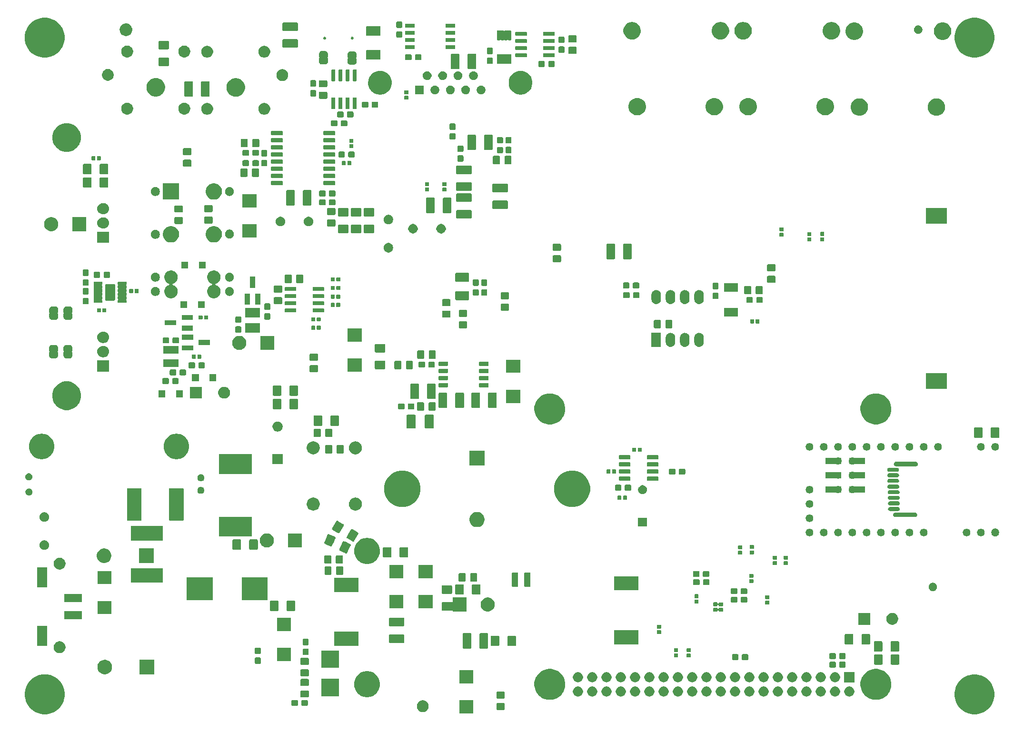
<source format=gbr>
G04 #@! TF.GenerationSoftware,KiCad,Pcbnew,5.1.5-52549c5~84~ubuntu18.04.1*
G04 #@! TF.CreationDate,2020-01-14T00:11:38-08:00*
G04 #@! TF.ProjectId,Pi_Blackbox,50695f42-6c61-4636-9b62-6f782e6b6963,R3*
G04 #@! TF.SameCoordinates,Original*
G04 #@! TF.FileFunction,Soldermask,Bot*
G04 #@! TF.FilePolarity,Negative*
%FSLAX46Y46*%
G04 Gerber Fmt 4.6, Leading zero omitted, Abs format (unit mm)*
G04 Created by KiCad (PCBNEW 5.1.5-52549c5~84~ubuntu18.04.1) date 2020-01-14 00:11:38*
%MOMM*%
%LPD*%
G04 APERTURE LIST*
%ADD10C,0.100000*%
G04 APERTURE END LIST*
D10*
G36*
X231415787Y-151365462D02*
G01*
X231568394Y-151428674D01*
X232062029Y-151633144D01*
X232643631Y-152021758D01*
X233138242Y-152516369D01*
X233526856Y-153097971D01*
X233641541Y-153374845D01*
X233794538Y-153744213D01*
X233931000Y-154430256D01*
X233931000Y-155129744D01*
X233794538Y-155815787D01*
X233774820Y-155863390D01*
X233526856Y-156462029D01*
X233138242Y-157043631D01*
X232643631Y-157538242D01*
X232062029Y-157926856D01*
X231605068Y-158116135D01*
X231415787Y-158194538D01*
X230729744Y-158331000D01*
X230030256Y-158331000D01*
X229344213Y-158194538D01*
X229154932Y-158116135D01*
X228697971Y-157926856D01*
X228116369Y-157538242D01*
X227621758Y-157043631D01*
X227233144Y-156462029D01*
X226985180Y-155863390D01*
X226965462Y-155815787D01*
X226829000Y-155129744D01*
X226829000Y-154430256D01*
X226965462Y-153744213D01*
X227118459Y-153374845D01*
X227233144Y-153097971D01*
X227621758Y-152516369D01*
X228116369Y-152021758D01*
X228697971Y-151633144D01*
X229191606Y-151428674D01*
X229344213Y-151365462D01*
X230030256Y-151229000D01*
X230729744Y-151229000D01*
X231415787Y-151365462D01*
G37*
G36*
X66065787Y-151355462D02*
G01*
X66228797Y-151422983D01*
X66712029Y-151623144D01*
X67293631Y-152011758D01*
X67788242Y-152506369D01*
X68176856Y-153087971D01*
X68258787Y-153285770D01*
X68444538Y-153734213D01*
X68581000Y-154420256D01*
X68581000Y-155119744D01*
X68444538Y-155805787D01*
X68386313Y-155946354D01*
X68176856Y-156452029D01*
X67788242Y-157033631D01*
X67293631Y-157528242D01*
X66712029Y-157916856D01*
X66255068Y-158106135D01*
X66065787Y-158184538D01*
X65379744Y-158321000D01*
X64680256Y-158321000D01*
X63994213Y-158184538D01*
X63804932Y-158106135D01*
X63347971Y-157916856D01*
X62766369Y-157528242D01*
X62271758Y-157033631D01*
X61883144Y-156452029D01*
X61673687Y-155946354D01*
X61615462Y-155805787D01*
X61479000Y-155119744D01*
X61479000Y-154420256D01*
X61615462Y-153734213D01*
X61801213Y-153285770D01*
X61883144Y-153087971D01*
X62271758Y-152506369D01*
X62766369Y-152011758D01*
X63347971Y-151623144D01*
X63831203Y-151422983D01*
X63994213Y-151355462D01*
X64680256Y-151219000D01*
X65379744Y-151219000D01*
X66065787Y-151355462D01*
G37*
G36*
X141255600Y-158195901D02*
G01*
X138764400Y-158195901D01*
X138764400Y-155843703D01*
X141255600Y-155843703D01*
X141255600Y-158195901D01*
G37*
G36*
X132568564Y-155863389D02*
G01*
X132759833Y-155942615D01*
X132759835Y-155942616D01*
X132931973Y-156057635D01*
X133078365Y-156204027D01*
X133155188Y-156319000D01*
X133193385Y-156376167D01*
X133272611Y-156567436D01*
X133313000Y-156770484D01*
X133313000Y-156977516D01*
X133272611Y-157180564D01*
X133260824Y-157209020D01*
X133193384Y-157371835D01*
X133078365Y-157543973D01*
X132931973Y-157690365D01*
X132759835Y-157805384D01*
X132759834Y-157805385D01*
X132759833Y-157805385D01*
X132568564Y-157884611D01*
X132365516Y-157925000D01*
X132158484Y-157925000D01*
X131955436Y-157884611D01*
X131764167Y-157805385D01*
X131764166Y-157805385D01*
X131764165Y-157805384D01*
X131592027Y-157690365D01*
X131445635Y-157543973D01*
X131330616Y-157371835D01*
X131263176Y-157209020D01*
X131251389Y-157180564D01*
X131211000Y-156977516D01*
X131211000Y-156770484D01*
X131251389Y-156567436D01*
X131330615Y-156376167D01*
X131368813Y-156319000D01*
X131445635Y-156204027D01*
X131592027Y-156057635D01*
X131764165Y-155942616D01*
X131764167Y-155942615D01*
X131955436Y-155863389D01*
X132158484Y-155823000D01*
X132365516Y-155823000D01*
X132568564Y-155863389D01*
G37*
G36*
X146698674Y-156323465D02*
G01*
X146736367Y-156334899D01*
X146771103Y-156353466D01*
X146801548Y-156378452D01*
X146826534Y-156408897D01*
X146845101Y-156443633D01*
X146856535Y-156481326D01*
X146861000Y-156526661D01*
X146861000Y-157363339D01*
X146856535Y-157408674D01*
X146845101Y-157446367D01*
X146826534Y-157481103D01*
X146801548Y-157511548D01*
X146771103Y-157536534D01*
X146736367Y-157555101D01*
X146698674Y-157566535D01*
X146653339Y-157571000D01*
X145566661Y-157571000D01*
X145521326Y-157566535D01*
X145483633Y-157555101D01*
X145448897Y-157536534D01*
X145418452Y-157511548D01*
X145393466Y-157481103D01*
X145374899Y-157446367D01*
X145363465Y-157408674D01*
X145359000Y-157363339D01*
X145359000Y-156526661D01*
X145363465Y-156481326D01*
X145374899Y-156443633D01*
X145393466Y-156408897D01*
X145418452Y-156378452D01*
X145448897Y-156353466D01*
X145483633Y-156334899D01*
X145521326Y-156323465D01*
X145566661Y-156319000D01*
X146653339Y-156319000D01*
X146698674Y-156323465D01*
G37*
G36*
X111649499Y-155788445D02*
G01*
X111686995Y-155799820D01*
X111721554Y-155818292D01*
X111751847Y-155843153D01*
X111776708Y-155873446D01*
X111795180Y-155908005D01*
X111806555Y-155945501D01*
X111811000Y-155990638D01*
X111811000Y-156629362D01*
X111806555Y-156674499D01*
X111795180Y-156711995D01*
X111776708Y-156746554D01*
X111751847Y-156776847D01*
X111721554Y-156801708D01*
X111686995Y-156820180D01*
X111649499Y-156831555D01*
X111604362Y-156836000D01*
X110865638Y-156836000D01*
X110820501Y-156831555D01*
X110783005Y-156820180D01*
X110748446Y-156801708D01*
X110718153Y-156776847D01*
X110693292Y-156746554D01*
X110674820Y-156711995D01*
X110663445Y-156674499D01*
X110659000Y-156629362D01*
X110659000Y-155990638D01*
X110663445Y-155945501D01*
X110674820Y-155908005D01*
X110693292Y-155873446D01*
X110718153Y-155843153D01*
X110748446Y-155818292D01*
X110783005Y-155799820D01*
X110820501Y-155788445D01*
X110865638Y-155784000D01*
X111604362Y-155784000D01*
X111649499Y-155788445D01*
G37*
G36*
X109899499Y-155788445D02*
G01*
X109936995Y-155799820D01*
X109971554Y-155818292D01*
X110001847Y-155843153D01*
X110026708Y-155873446D01*
X110045180Y-155908005D01*
X110056555Y-155945501D01*
X110061000Y-155990638D01*
X110061000Y-156629362D01*
X110056555Y-156674499D01*
X110045180Y-156711995D01*
X110026708Y-156746554D01*
X110001847Y-156776847D01*
X109971554Y-156801708D01*
X109936995Y-156820180D01*
X109899499Y-156831555D01*
X109854362Y-156836000D01*
X109115638Y-156836000D01*
X109070501Y-156831555D01*
X109033005Y-156820180D01*
X108998446Y-156801708D01*
X108968153Y-156776847D01*
X108943292Y-156746554D01*
X108924820Y-156711995D01*
X108913445Y-156674499D01*
X108909000Y-156629362D01*
X108909000Y-155990638D01*
X108913445Y-155945501D01*
X108924820Y-155908005D01*
X108943292Y-155873446D01*
X108968153Y-155843153D01*
X108998446Y-155818292D01*
X109033005Y-155799820D01*
X109070501Y-155788445D01*
X109115638Y-155784000D01*
X109854362Y-155784000D01*
X109899499Y-155788445D01*
G37*
G36*
X213324493Y-150289487D02*
G01*
X213652437Y-150354719D01*
X214153087Y-150562095D01*
X214313081Y-150669000D01*
X214603660Y-150863158D01*
X214986842Y-151246340D01*
X215158469Y-151503199D01*
X215287905Y-151696913D01*
X215495281Y-152197563D01*
X215508799Y-152265522D01*
X215601000Y-152729049D01*
X215601000Y-153270951D01*
X215565186Y-153451000D01*
X215495281Y-153802437D01*
X215287905Y-154303087D01*
X215172160Y-154476311D01*
X214986842Y-154753660D01*
X214603660Y-155136842D01*
X214366763Y-155295131D01*
X214153087Y-155437905D01*
X213652437Y-155645281D01*
X213386694Y-155698140D01*
X213120951Y-155751000D01*
X212579049Y-155751000D01*
X212313306Y-155698140D01*
X212047563Y-155645281D01*
X211546913Y-155437905D01*
X211333237Y-155295131D01*
X211096340Y-155136842D01*
X210713158Y-154753660D01*
X210527840Y-154476311D01*
X210412095Y-154303087D01*
X210204719Y-153802437D01*
X210134814Y-153451000D01*
X210099000Y-153270951D01*
X210099000Y-152729049D01*
X210191201Y-152265522D01*
X210204719Y-152197563D01*
X210412095Y-151696913D01*
X210541531Y-151503199D01*
X210713158Y-151246340D01*
X211096340Y-150863158D01*
X211386919Y-150669000D01*
X211546913Y-150562095D01*
X212047563Y-150354719D01*
X212375507Y-150289487D01*
X212579049Y-150249000D01*
X213120951Y-150249000D01*
X213324493Y-150289487D01*
G37*
G36*
X155324493Y-150289487D02*
G01*
X155652437Y-150354719D01*
X156153087Y-150562095D01*
X156313081Y-150669000D01*
X156603660Y-150863158D01*
X156986842Y-151246340D01*
X157158469Y-151503199D01*
X157287905Y-151696913D01*
X157495281Y-152197563D01*
X157508799Y-152265522D01*
X157601000Y-152729049D01*
X157601000Y-153270951D01*
X157565186Y-153451000D01*
X157495281Y-153802437D01*
X157287905Y-154303087D01*
X157172160Y-154476311D01*
X156986842Y-154753660D01*
X156603660Y-155136842D01*
X156366763Y-155295131D01*
X156153087Y-155437905D01*
X155652437Y-155645281D01*
X155386694Y-155698140D01*
X155120951Y-155751000D01*
X154579049Y-155751000D01*
X154313306Y-155698140D01*
X154047563Y-155645281D01*
X153546913Y-155437905D01*
X153333237Y-155295131D01*
X153096340Y-155136842D01*
X152713158Y-154753660D01*
X152527840Y-154476311D01*
X152412095Y-154303087D01*
X152204719Y-153802437D01*
X152134814Y-153451000D01*
X152099000Y-153270951D01*
X152099000Y-152729049D01*
X152191201Y-152265522D01*
X152204719Y-152197563D01*
X152412095Y-151696913D01*
X152541531Y-151503199D01*
X152713158Y-151246340D01*
X153096340Y-150863158D01*
X153386919Y-150669000D01*
X153546913Y-150562095D01*
X154047563Y-150354719D01*
X154375507Y-150289487D01*
X154579049Y-150249000D01*
X155120951Y-150249000D01*
X155324493Y-150289487D01*
G37*
G36*
X146698674Y-154273465D02*
G01*
X146736367Y-154284899D01*
X146771103Y-154303466D01*
X146801548Y-154328452D01*
X146826534Y-154358897D01*
X146845101Y-154393633D01*
X146856535Y-154431326D01*
X146861000Y-154476661D01*
X146861000Y-155313339D01*
X146856535Y-155358674D01*
X146845101Y-155396367D01*
X146826534Y-155431103D01*
X146801548Y-155461548D01*
X146771103Y-155486534D01*
X146736367Y-155505101D01*
X146698674Y-155516535D01*
X146653339Y-155521000D01*
X145566661Y-155521000D01*
X145521326Y-155516535D01*
X145483633Y-155505101D01*
X145448897Y-155486534D01*
X145418452Y-155461548D01*
X145393466Y-155431103D01*
X145374899Y-155396367D01*
X145363465Y-155358674D01*
X145359000Y-155313339D01*
X145359000Y-154476661D01*
X145363465Y-154431326D01*
X145374899Y-154393633D01*
X145393466Y-154358897D01*
X145418452Y-154328452D01*
X145448897Y-154303466D01*
X145483633Y-154284899D01*
X145521326Y-154273465D01*
X145566661Y-154269000D01*
X146653339Y-154269000D01*
X146698674Y-154273465D01*
G37*
G36*
X111838674Y-154093465D02*
G01*
X111876367Y-154104899D01*
X111911103Y-154123466D01*
X111941548Y-154148452D01*
X111966534Y-154178897D01*
X111985101Y-154213633D01*
X111996535Y-154251326D01*
X112001000Y-154296661D01*
X112001000Y-155133339D01*
X111996535Y-155178674D01*
X111985101Y-155216367D01*
X111966534Y-155251103D01*
X111941548Y-155281548D01*
X111911103Y-155306534D01*
X111876367Y-155325101D01*
X111838674Y-155336535D01*
X111793339Y-155341000D01*
X110706661Y-155341000D01*
X110661326Y-155336535D01*
X110623633Y-155325101D01*
X110588897Y-155306534D01*
X110558452Y-155281548D01*
X110533466Y-155251103D01*
X110514899Y-155216367D01*
X110503465Y-155178674D01*
X110499000Y-155133339D01*
X110499000Y-154296661D01*
X110503465Y-154251326D01*
X110514899Y-154213633D01*
X110533466Y-154178897D01*
X110558452Y-154148452D01*
X110588897Y-154123466D01*
X110623633Y-154104899D01*
X110661326Y-154093465D01*
X110706661Y-154089000D01*
X111793339Y-154089000D01*
X111838674Y-154093465D01*
G37*
G36*
X122788903Y-150713213D02*
G01*
X123011177Y-150757426D01*
X123429932Y-150930880D01*
X123806802Y-151182696D01*
X124127304Y-151503198D01*
X124379120Y-151880068D01*
X124552574Y-152298823D01*
X124565978Y-152366208D01*
X124641000Y-152743370D01*
X124641000Y-153196630D01*
X124615761Y-153323516D01*
X124552574Y-153641177D01*
X124379120Y-154059932D01*
X124127304Y-154436802D01*
X123806802Y-154757304D01*
X123429932Y-155009120D01*
X123011177Y-155182574D01*
X122788903Y-155226787D01*
X122566630Y-155271000D01*
X122113370Y-155271000D01*
X121891097Y-155226787D01*
X121668823Y-155182574D01*
X121250068Y-155009120D01*
X120873198Y-154757304D01*
X120552696Y-154436802D01*
X120300880Y-154059932D01*
X120127426Y-153641177D01*
X120064239Y-153323516D01*
X120039000Y-153196630D01*
X120039000Y-152743370D01*
X120114022Y-152366208D01*
X120127426Y-152298823D01*
X120300880Y-151880068D01*
X120552696Y-151503198D01*
X120873198Y-151182696D01*
X121250068Y-150930880D01*
X121668823Y-150757426D01*
X121891097Y-150713213D01*
X122113370Y-150669000D01*
X122566630Y-150669000D01*
X122788903Y-150713213D01*
G37*
G36*
X195529292Y-153380147D02*
G01*
X195678592Y-153409844D01*
X195842564Y-153477764D01*
X195990134Y-153576367D01*
X196115633Y-153701866D01*
X196214236Y-153849436D01*
X196282156Y-154013408D01*
X196316780Y-154187479D01*
X196316780Y-154364961D01*
X196282156Y-154539032D01*
X196214236Y-154703004D01*
X196115633Y-154850574D01*
X195990134Y-154976073D01*
X195842564Y-155074676D01*
X195678592Y-155142596D01*
X195529292Y-155172293D01*
X195504522Y-155177220D01*
X195327038Y-155177220D01*
X195302268Y-155172293D01*
X195152968Y-155142596D01*
X194988996Y-155074676D01*
X194841426Y-154976073D01*
X194715927Y-154850574D01*
X194617324Y-154703004D01*
X194549404Y-154539032D01*
X194514780Y-154364961D01*
X194514780Y-154187479D01*
X194549404Y-154013408D01*
X194617324Y-153849436D01*
X194715927Y-153701866D01*
X194841426Y-153576367D01*
X194988996Y-153477764D01*
X195152968Y-153409844D01*
X195302268Y-153380147D01*
X195327038Y-153375220D01*
X195504522Y-153375220D01*
X195529292Y-153380147D01*
G37*
G36*
X203149292Y-153380147D02*
G01*
X203298592Y-153409844D01*
X203462564Y-153477764D01*
X203610134Y-153576367D01*
X203735633Y-153701866D01*
X203834236Y-153849436D01*
X203902156Y-154013408D01*
X203936780Y-154187479D01*
X203936780Y-154364961D01*
X203902156Y-154539032D01*
X203834236Y-154703004D01*
X203735633Y-154850574D01*
X203610134Y-154976073D01*
X203462564Y-155074676D01*
X203298592Y-155142596D01*
X203149292Y-155172293D01*
X203124522Y-155177220D01*
X202947038Y-155177220D01*
X202922268Y-155172293D01*
X202772968Y-155142596D01*
X202608996Y-155074676D01*
X202461426Y-154976073D01*
X202335927Y-154850574D01*
X202237324Y-154703004D01*
X202169404Y-154539032D01*
X202134780Y-154364961D01*
X202134780Y-154187479D01*
X202169404Y-154013408D01*
X202237324Y-153849436D01*
X202335927Y-153701866D01*
X202461426Y-153576367D01*
X202608996Y-153477764D01*
X202772968Y-153409844D01*
X202922268Y-153380147D01*
X202947038Y-153375220D01*
X203124522Y-153375220D01*
X203149292Y-153380147D01*
G37*
G36*
X205689292Y-153380147D02*
G01*
X205838592Y-153409844D01*
X206002564Y-153477764D01*
X206150134Y-153576367D01*
X206275633Y-153701866D01*
X206374236Y-153849436D01*
X206442156Y-154013408D01*
X206476780Y-154187479D01*
X206476780Y-154364961D01*
X206442156Y-154539032D01*
X206374236Y-154703004D01*
X206275633Y-154850574D01*
X206150134Y-154976073D01*
X206002564Y-155074676D01*
X205838592Y-155142596D01*
X205689292Y-155172293D01*
X205664522Y-155177220D01*
X205487038Y-155177220D01*
X205462268Y-155172293D01*
X205312968Y-155142596D01*
X205148996Y-155074676D01*
X205001426Y-154976073D01*
X204875927Y-154850574D01*
X204777324Y-154703004D01*
X204709404Y-154539032D01*
X204674780Y-154364961D01*
X204674780Y-154187479D01*
X204709404Y-154013408D01*
X204777324Y-153849436D01*
X204875927Y-153701866D01*
X205001426Y-153576367D01*
X205148996Y-153477764D01*
X205312968Y-153409844D01*
X205462268Y-153380147D01*
X205487038Y-153375220D01*
X205664522Y-153375220D01*
X205689292Y-153380147D01*
G37*
G36*
X208229292Y-153380147D02*
G01*
X208378592Y-153409844D01*
X208542564Y-153477764D01*
X208690134Y-153576367D01*
X208815633Y-153701866D01*
X208914236Y-153849436D01*
X208982156Y-154013408D01*
X209016780Y-154187479D01*
X209016780Y-154364961D01*
X208982156Y-154539032D01*
X208914236Y-154703004D01*
X208815633Y-154850574D01*
X208690134Y-154976073D01*
X208542564Y-155074676D01*
X208378592Y-155142596D01*
X208229292Y-155172293D01*
X208204522Y-155177220D01*
X208027038Y-155177220D01*
X208002268Y-155172293D01*
X207852968Y-155142596D01*
X207688996Y-155074676D01*
X207541426Y-154976073D01*
X207415927Y-154850574D01*
X207317324Y-154703004D01*
X207249404Y-154539032D01*
X207214780Y-154364961D01*
X207214780Y-154187479D01*
X207249404Y-154013408D01*
X207317324Y-153849436D01*
X207415927Y-153701866D01*
X207541426Y-153576367D01*
X207688996Y-153477764D01*
X207852968Y-153409844D01*
X208002268Y-153380147D01*
X208027038Y-153375220D01*
X208204522Y-153375220D01*
X208229292Y-153380147D01*
G37*
G36*
X177749292Y-153380147D02*
G01*
X177898592Y-153409844D01*
X178062564Y-153477764D01*
X178210134Y-153576367D01*
X178335633Y-153701866D01*
X178434236Y-153849436D01*
X178502156Y-154013408D01*
X178536780Y-154187479D01*
X178536780Y-154364961D01*
X178502156Y-154539032D01*
X178434236Y-154703004D01*
X178335633Y-154850574D01*
X178210134Y-154976073D01*
X178062564Y-155074676D01*
X177898592Y-155142596D01*
X177749292Y-155172293D01*
X177724522Y-155177220D01*
X177547038Y-155177220D01*
X177522268Y-155172293D01*
X177372968Y-155142596D01*
X177208996Y-155074676D01*
X177061426Y-154976073D01*
X176935927Y-154850574D01*
X176837324Y-154703004D01*
X176769404Y-154539032D01*
X176734780Y-154364961D01*
X176734780Y-154187479D01*
X176769404Y-154013408D01*
X176837324Y-153849436D01*
X176935927Y-153701866D01*
X177061426Y-153576367D01*
X177208996Y-153477764D01*
X177372968Y-153409844D01*
X177522268Y-153380147D01*
X177547038Y-153375220D01*
X177724522Y-153375220D01*
X177749292Y-153380147D01*
G37*
G36*
X185369292Y-153380147D02*
G01*
X185518592Y-153409844D01*
X185682564Y-153477764D01*
X185830134Y-153576367D01*
X185955633Y-153701866D01*
X186054236Y-153849436D01*
X186122156Y-154013408D01*
X186156780Y-154187479D01*
X186156780Y-154364961D01*
X186122156Y-154539032D01*
X186054236Y-154703004D01*
X185955633Y-154850574D01*
X185830134Y-154976073D01*
X185682564Y-155074676D01*
X185518592Y-155142596D01*
X185369292Y-155172293D01*
X185344522Y-155177220D01*
X185167038Y-155177220D01*
X185142268Y-155172293D01*
X184992968Y-155142596D01*
X184828996Y-155074676D01*
X184681426Y-154976073D01*
X184555927Y-154850574D01*
X184457324Y-154703004D01*
X184389404Y-154539032D01*
X184354780Y-154364961D01*
X184354780Y-154187479D01*
X184389404Y-154013408D01*
X184457324Y-153849436D01*
X184555927Y-153701866D01*
X184681426Y-153576367D01*
X184828996Y-153477764D01*
X184992968Y-153409844D01*
X185142268Y-153380147D01*
X185167038Y-153375220D01*
X185344522Y-153375220D01*
X185369292Y-153380147D01*
G37*
G36*
X180289292Y-153380147D02*
G01*
X180438592Y-153409844D01*
X180602564Y-153477764D01*
X180750134Y-153576367D01*
X180875633Y-153701866D01*
X180974236Y-153849436D01*
X181042156Y-154013408D01*
X181076780Y-154187479D01*
X181076780Y-154364961D01*
X181042156Y-154539032D01*
X180974236Y-154703004D01*
X180875633Y-154850574D01*
X180750134Y-154976073D01*
X180602564Y-155074676D01*
X180438592Y-155142596D01*
X180289292Y-155172293D01*
X180264522Y-155177220D01*
X180087038Y-155177220D01*
X180062268Y-155172293D01*
X179912968Y-155142596D01*
X179748996Y-155074676D01*
X179601426Y-154976073D01*
X179475927Y-154850574D01*
X179377324Y-154703004D01*
X179309404Y-154539032D01*
X179274780Y-154364961D01*
X179274780Y-154187479D01*
X179309404Y-154013408D01*
X179377324Y-153849436D01*
X179475927Y-153701866D01*
X179601426Y-153576367D01*
X179748996Y-153477764D01*
X179912968Y-153409844D01*
X180062268Y-153380147D01*
X180087038Y-153375220D01*
X180264522Y-153375220D01*
X180289292Y-153380147D01*
G37*
G36*
X192989292Y-153380147D02*
G01*
X193138592Y-153409844D01*
X193302564Y-153477764D01*
X193450134Y-153576367D01*
X193575633Y-153701866D01*
X193674236Y-153849436D01*
X193742156Y-154013408D01*
X193776780Y-154187479D01*
X193776780Y-154364961D01*
X193742156Y-154539032D01*
X193674236Y-154703004D01*
X193575633Y-154850574D01*
X193450134Y-154976073D01*
X193302564Y-155074676D01*
X193138592Y-155142596D01*
X192989292Y-155172293D01*
X192964522Y-155177220D01*
X192787038Y-155177220D01*
X192762268Y-155172293D01*
X192612968Y-155142596D01*
X192448996Y-155074676D01*
X192301426Y-154976073D01*
X192175927Y-154850574D01*
X192077324Y-154703004D01*
X192009404Y-154539032D01*
X191974780Y-154364961D01*
X191974780Y-154187479D01*
X192009404Y-154013408D01*
X192077324Y-153849436D01*
X192175927Y-153701866D01*
X192301426Y-153576367D01*
X192448996Y-153477764D01*
X192612968Y-153409844D01*
X192762268Y-153380147D01*
X192787038Y-153375220D01*
X192964522Y-153375220D01*
X192989292Y-153380147D01*
G37*
G36*
X170129292Y-153380147D02*
G01*
X170278592Y-153409844D01*
X170442564Y-153477764D01*
X170590134Y-153576367D01*
X170715633Y-153701866D01*
X170814236Y-153849436D01*
X170882156Y-154013408D01*
X170916780Y-154187479D01*
X170916780Y-154364961D01*
X170882156Y-154539032D01*
X170814236Y-154703004D01*
X170715633Y-154850574D01*
X170590134Y-154976073D01*
X170442564Y-155074676D01*
X170278592Y-155142596D01*
X170129292Y-155172293D01*
X170104522Y-155177220D01*
X169927038Y-155177220D01*
X169902268Y-155172293D01*
X169752968Y-155142596D01*
X169588996Y-155074676D01*
X169441426Y-154976073D01*
X169315927Y-154850574D01*
X169217324Y-154703004D01*
X169149404Y-154539032D01*
X169114780Y-154364961D01*
X169114780Y-154187479D01*
X169149404Y-154013408D01*
X169217324Y-153849436D01*
X169315927Y-153701866D01*
X169441426Y-153576367D01*
X169588996Y-153477764D01*
X169752968Y-153409844D01*
X169902268Y-153380147D01*
X169927038Y-153375220D01*
X170104522Y-153375220D01*
X170129292Y-153380147D01*
G37*
G36*
X172669292Y-153380147D02*
G01*
X172818592Y-153409844D01*
X172982564Y-153477764D01*
X173130134Y-153576367D01*
X173255633Y-153701866D01*
X173354236Y-153849436D01*
X173422156Y-154013408D01*
X173456780Y-154187479D01*
X173456780Y-154364961D01*
X173422156Y-154539032D01*
X173354236Y-154703004D01*
X173255633Y-154850574D01*
X173130134Y-154976073D01*
X172982564Y-155074676D01*
X172818592Y-155142596D01*
X172669292Y-155172293D01*
X172644522Y-155177220D01*
X172467038Y-155177220D01*
X172442268Y-155172293D01*
X172292968Y-155142596D01*
X172128996Y-155074676D01*
X171981426Y-154976073D01*
X171855927Y-154850574D01*
X171757324Y-154703004D01*
X171689404Y-154539032D01*
X171654780Y-154364961D01*
X171654780Y-154187479D01*
X171689404Y-154013408D01*
X171757324Y-153849436D01*
X171855927Y-153701866D01*
X171981426Y-153576367D01*
X172128996Y-153477764D01*
X172292968Y-153409844D01*
X172442268Y-153380147D01*
X172467038Y-153375220D01*
X172644522Y-153375220D01*
X172669292Y-153380147D01*
G37*
G36*
X167589292Y-153380147D02*
G01*
X167738592Y-153409844D01*
X167902564Y-153477764D01*
X168050134Y-153576367D01*
X168175633Y-153701866D01*
X168274236Y-153849436D01*
X168342156Y-154013408D01*
X168376780Y-154187479D01*
X168376780Y-154364961D01*
X168342156Y-154539032D01*
X168274236Y-154703004D01*
X168175633Y-154850574D01*
X168050134Y-154976073D01*
X167902564Y-155074676D01*
X167738592Y-155142596D01*
X167589292Y-155172293D01*
X167564522Y-155177220D01*
X167387038Y-155177220D01*
X167362268Y-155172293D01*
X167212968Y-155142596D01*
X167048996Y-155074676D01*
X166901426Y-154976073D01*
X166775927Y-154850574D01*
X166677324Y-154703004D01*
X166609404Y-154539032D01*
X166574780Y-154364961D01*
X166574780Y-154187479D01*
X166609404Y-154013408D01*
X166677324Y-153849436D01*
X166775927Y-153701866D01*
X166901426Y-153576367D01*
X167048996Y-153477764D01*
X167212968Y-153409844D01*
X167362268Y-153380147D01*
X167387038Y-153375220D01*
X167564522Y-153375220D01*
X167589292Y-153380147D01*
G37*
G36*
X159969292Y-153380147D02*
G01*
X160118592Y-153409844D01*
X160282564Y-153477764D01*
X160430134Y-153576367D01*
X160555633Y-153701866D01*
X160654236Y-153849436D01*
X160722156Y-154013408D01*
X160756780Y-154187479D01*
X160756780Y-154364961D01*
X160722156Y-154539032D01*
X160654236Y-154703004D01*
X160555633Y-154850574D01*
X160430134Y-154976073D01*
X160282564Y-155074676D01*
X160118592Y-155142596D01*
X159969292Y-155172293D01*
X159944522Y-155177220D01*
X159767038Y-155177220D01*
X159742268Y-155172293D01*
X159592968Y-155142596D01*
X159428996Y-155074676D01*
X159281426Y-154976073D01*
X159155927Y-154850574D01*
X159057324Y-154703004D01*
X158989404Y-154539032D01*
X158954780Y-154364961D01*
X158954780Y-154187479D01*
X158989404Y-154013408D01*
X159057324Y-153849436D01*
X159155927Y-153701866D01*
X159281426Y-153576367D01*
X159428996Y-153477764D01*
X159592968Y-153409844D01*
X159742268Y-153380147D01*
X159767038Y-153375220D01*
X159944522Y-153375220D01*
X159969292Y-153380147D01*
G37*
G36*
X182829292Y-153380147D02*
G01*
X182978592Y-153409844D01*
X183142564Y-153477764D01*
X183290134Y-153576367D01*
X183415633Y-153701866D01*
X183514236Y-153849436D01*
X183582156Y-154013408D01*
X183616780Y-154187479D01*
X183616780Y-154364961D01*
X183582156Y-154539032D01*
X183514236Y-154703004D01*
X183415633Y-154850574D01*
X183290134Y-154976073D01*
X183142564Y-155074676D01*
X182978592Y-155142596D01*
X182829292Y-155172293D01*
X182804522Y-155177220D01*
X182627038Y-155177220D01*
X182602268Y-155172293D01*
X182452968Y-155142596D01*
X182288996Y-155074676D01*
X182141426Y-154976073D01*
X182015927Y-154850574D01*
X181917324Y-154703004D01*
X181849404Y-154539032D01*
X181814780Y-154364961D01*
X181814780Y-154187479D01*
X181849404Y-154013408D01*
X181917324Y-153849436D01*
X182015927Y-153701866D01*
X182141426Y-153576367D01*
X182288996Y-153477764D01*
X182452968Y-153409844D01*
X182602268Y-153380147D01*
X182627038Y-153375220D01*
X182804522Y-153375220D01*
X182829292Y-153380147D01*
G37*
G36*
X175209292Y-153380147D02*
G01*
X175358592Y-153409844D01*
X175522564Y-153477764D01*
X175670134Y-153576367D01*
X175795633Y-153701866D01*
X175894236Y-153849436D01*
X175962156Y-154013408D01*
X175996780Y-154187479D01*
X175996780Y-154364961D01*
X175962156Y-154539032D01*
X175894236Y-154703004D01*
X175795633Y-154850574D01*
X175670134Y-154976073D01*
X175522564Y-155074676D01*
X175358592Y-155142596D01*
X175209292Y-155172293D01*
X175184522Y-155177220D01*
X175007038Y-155177220D01*
X174982268Y-155172293D01*
X174832968Y-155142596D01*
X174668996Y-155074676D01*
X174521426Y-154976073D01*
X174395927Y-154850574D01*
X174297324Y-154703004D01*
X174229404Y-154539032D01*
X174194780Y-154364961D01*
X174194780Y-154187479D01*
X174229404Y-154013408D01*
X174297324Y-153849436D01*
X174395927Y-153701866D01*
X174521426Y-153576367D01*
X174668996Y-153477764D01*
X174832968Y-153409844D01*
X174982268Y-153380147D01*
X175007038Y-153375220D01*
X175184522Y-153375220D01*
X175209292Y-153380147D01*
G37*
G36*
X200609292Y-153380147D02*
G01*
X200758592Y-153409844D01*
X200922564Y-153477764D01*
X201070134Y-153576367D01*
X201195633Y-153701866D01*
X201294236Y-153849436D01*
X201362156Y-154013408D01*
X201396780Y-154187479D01*
X201396780Y-154364961D01*
X201362156Y-154539032D01*
X201294236Y-154703004D01*
X201195633Y-154850574D01*
X201070134Y-154976073D01*
X200922564Y-155074676D01*
X200758592Y-155142596D01*
X200609292Y-155172293D01*
X200584522Y-155177220D01*
X200407038Y-155177220D01*
X200382268Y-155172293D01*
X200232968Y-155142596D01*
X200068996Y-155074676D01*
X199921426Y-154976073D01*
X199795927Y-154850574D01*
X199697324Y-154703004D01*
X199629404Y-154539032D01*
X199594780Y-154364961D01*
X199594780Y-154187479D01*
X199629404Y-154013408D01*
X199697324Y-153849436D01*
X199795927Y-153701866D01*
X199921426Y-153576367D01*
X200068996Y-153477764D01*
X200232968Y-153409844D01*
X200382268Y-153380147D01*
X200407038Y-153375220D01*
X200584522Y-153375220D01*
X200609292Y-153380147D01*
G37*
G36*
X190449292Y-153380147D02*
G01*
X190598592Y-153409844D01*
X190762564Y-153477764D01*
X190910134Y-153576367D01*
X191035633Y-153701866D01*
X191134236Y-153849436D01*
X191202156Y-154013408D01*
X191236780Y-154187479D01*
X191236780Y-154364961D01*
X191202156Y-154539032D01*
X191134236Y-154703004D01*
X191035633Y-154850574D01*
X190910134Y-154976073D01*
X190762564Y-155074676D01*
X190598592Y-155142596D01*
X190449292Y-155172293D01*
X190424522Y-155177220D01*
X190247038Y-155177220D01*
X190222268Y-155172293D01*
X190072968Y-155142596D01*
X189908996Y-155074676D01*
X189761426Y-154976073D01*
X189635927Y-154850574D01*
X189537324Y-154703004D01*
X189469404Y-154539032D01*
X189434780Y-154364961D01*
X189434780Y-154187479D01*
X189469404Y-154013408D01*
X189537324Y-153849436D01*
X189635927Y-153701866D01*
X189761426Y-153576367D01*
X189908996Y-153477764D01*
X190072968Y-153409844D01*
X190222268Y-153380147D01*
X190247038Y-153375220D01*
X190424522Y-153375220D01*
X190449292Y-153380147D01*
G37*
G36*
X162509292Y-153380147D02*
G01*
X162658592Y-153409844D01*
X162822564Y-153477764D01*
X162970134Y-153576367D01*
X163095633Y-153701866D01*
X163194236Y-153849436D01*
X163262156Y-154013408D01*
X163296780Y-154187479D01*
X163296780Y-154364961D01*
X163262156Y-154539032D01*
X163194236Y-154703004D01*
X163095633Y-154850574D01*
X162970134Y-154976073D01*
X162822564Y-155074676D01*
X162658592Y-155142596D01*
X162509292Y-155172293D01*
X162484522Y-155177220D01*
X162307038Y-155177220D01*
X162282268Y-155172293D01*
X162132968Y-155142596D01*
X161968996Y-155074676D01*
X161821426Y-154976073D01*
X161695927Y-154850574D01*
X161597324Y-154703004D01*
X161529404Y-154539032D01*
X161494780Y-154364961D01*
X161494780Y-154187479D01*
X161529404Y-154013408D01*
X161597324Y-153849436D01*
X161695927Y-153701866D01*
X161821426Y-153576367D01*
X161968996Y-153477764D01*
X162132968Y-153409844D01*
X162282268Y-153380147D01*
X162307038Y-153375220D01*
X162484522Y-153375220D01*
X162509292Y-153380147D01*
G37*
G36*
X187909292Y-153380147D02*
G01*
X188058592Y-153409844D01*
X188222564Y-153477764D01*
X188370134Y-153576367D01*
X188495633Y-153701866D01*
X188594236Y-153849436D01*
X188662156Y-154013408D01*
X188696780Y-154187479D01*
X188696780Y-154364961D01*
X188662156Y-154539032D01*
X188594236Y-154703004D01*
X188495633Y-154850574D01*
X188370134Y-154976073D01*
X188222564Y-155074676D01*
X188058592Y-155142596D01*
X187909292Y-155172293D01*
X187884522Y-155177220D01*
X187707038Y-155177220D01*
X187682268Y-155172293D01*
X187532968Y-155142596D01*
X187368996Y-155074676D01*
X187221426Y-154976073D01*
X187095927Y-154850574D01*
X186997324Y-154703004D01*
X186929404Y-154539032D01*
X186894780Y-154364961D01*
X186894780Y-154187479D01*
X186929404Y-154013408D01*
X186997324Y-153849436D01*
X187095927Y-153701866D01*
X187221426Y-153576367D01*
X187368996Y-153477764D01*
X187532968Y-153409844D01*
X187682268Y-153380147D01*
X187707038Y-153375220D01*
X187884522Y-153375220D01*
X187909292Y-153380147D01*
G37*
G36*
X165049292Y-153380147D02*
G01*
X165198592Y-153409844D01*
X165362564Y-153477764D01*
X165510134Y-153576367D01*
X165635633Y-153701866D01*
X165734236Y-153849436D01*
X165802156Y-154013408D01*
X165836780Y-154187479D01*
X165836780Y-154364961D01*
X165802156Y-154539032D01*
X165734236Y-154703004D01*
X165635633Y-154850574D01*
X165510134Y-154976073D01*
X165362564Y-155074676D01*
X165198592Y-155142596D01*
X165049292Y-155172293D01*
X165024522Y-155177220D01*
X164847038Y-155177220D01*
X164822268Y-155172293D01*
X164672968Y-155142596D01*
X164508996Y-155074676D01*
X164361426Y-154976073D01*
X164235927Y-154850574D01*
X164137324Y-154703004D01*
X164069404Y-154539032D01*
X164034780Y-154364961D01*
X164034780Y-154187479D01*
X164069404Y-154013408D01*
X164137324Y-153849436D01*
X164235927Y-153701866D01*
X164361426Y-153576367D01*
X164508996Y-153477764D01*
X164672968Y-153409844D01*
X164822268Y-153380147D01*
X164847038Y-153375220D01*
X165024522Y-153375220D01*
X165049292Y-153380147D01*
G37*
G36*
X198069292Y-153380147D02*
G01*
X198218592Y-153409844D01*
X198382564Y-153477764D01*
X198530134Y-153576367D01*
X198655633Y-153701866D01*
X198754236Y-153849436D01*
X198822156Y-154013408D01*
X198856780Y-154187479D01*
X198856780Y-154364961D01*
X198822156Y-154539032D01*
X198754236Y-154703004D01*
X198655633Y-154850574D01*
X198530134Y-154976073D01*
X198382564Y-155074676D01*
X198218592Y-155142596D01*
X198069292Y-155172293D01*
X198044522Y-155177220D01*
X197867038Y-155177220D01*
X197842268Y-155172293D01*
X197692968Y-155142596D01*
X197528996Y-155074676D01*
X197381426Y-154976073D01*
X197255927Y-154850574D01*
X197157324Y-154703004D01*
X197089404Y-154539032D01*
X197054780Y-154364961D01*
X197054780Y-154187479D01*
X197089404Y-154013408D01*
X197157324Y-153849436D01*
X197255927Y-153701866D01*
X197381426Y-153576367D01*
X197528996Y-153477764D01*
X197692968Y-153409844D01*
X197842268Y-153380147D01*
X197867038Y-153375220D01*
X198044522Y-153375220D01*
X198069292Y-153380147D01*
G37*
G36*
X117321000Y-155091000D02*
G01*
X114219000Y-155091000D01*
X114219000Y-151989000D01*
X117321000Y-151989000D01*
X117321000Y-155091000D01*
G37*
G36*
X111838674Y-152043465D02*
G01*
X111876367Y-152054899D01*
X111911103Y-152073466D01*
X111941548Y-152098452D01*
X111966534Y-152128897D01*
X111985101Y-152163633D01*
X111996535Y-152201326D01*
X112001000Y-152246661D01*
X112001000Y-153083339D01*
X111996535Y-153128674D01*
X111985101Y-153166367D01*
X111966534Y-153201103D01*
X111941548Y-153231548D01*
X111911103Y-153256534D01*
X111876367Y-153275101D01*
X111838674Y-153286535D01*
X111793339Y-153291000D01*
X110706661Y-153291000D01*
X110661326Y-153286535D01*
X110623633Y-153275101D01*
X110588897Y-153256534D01*
X110558452Y-153231548D01*
X110533466Y-153201103D01*
X110514899Y-153166367D01*
X110503465Y-153128674D01*
X110499000Y-153083339D01*
X110499000Y-152246661D01*
X110503465Y-152201326D01*
X110514899Y-152163633D01*
X110533466Y-152128897D01*
X110558452Y-152098452D01*
X110588897Y-152073466D01*
X110623633Y-152054899D01*
X110661326Y-152043465D01*
X110706661Y-152039000D01*
X111793339Y-152039000D01*
X111838674Y-152043465D01*
G37*
G36*
X141255600Y-152856297D02*
G01*
X138764400Y-152856297D01*
X138764400Y-150504099D01*
X141255600Y-150504099D01*
X141255600Y-152856297D01*
G37*
G36*
X172669292Y-150840147D02*
G01*
X172818592Y-150869844D01*
X172982564Y-150937764D01*
X173130134Y-151036367D01*
X173255633Y-151161866D01*
X173354236Y-151309436D01*
X173422156Y-151473408D01*
X173456780Y-151647479D01*
X173456780Y-151824961D01*
X173422156Y-151999032D01*
X173354236Y-152163004D01*
X173255633Y-152310574D01*
X173130134Y-152436073D01*
X172982564Y-152534676D01*
X172818592Y-152602596D01*
X172669292Y-152632293D01*
X172644522Y-152637220D01*
X172467038Y-152637220D01*
X172442268Y-152632293D01*
X172292968Y-152602596D01*
X172128996Y-152534676D01*
X171981426Y-152436073D01*
X171855927Y-152310574D01*
X171757324Y-152163004D01*
X171689404Y-151999032D01*
X171654780Y-151824961D01*
X171654780Y-151647479D01*
X171689404Y-151473408D01*
X171757324Y-151309436D01*
X171855927Y-151161866D01*
X171981426Y-151036367D01*
X172128996Y-150937764D01*
X172292968Y-150869844D01*
X172442268Y-150840147D01*
X172467038Y-150835220D01*
X172644522Y-150835220D01*
X172669292Y-150840147D01*
G37*
G36*
X177749292Y-150840147D02*
G01*
X177898592Y-150869844D01*
X178062564Y-150937764D01*
X178210134Y-151036367D01*
X178335633Y-151161866D01*
X178434236Y-151309436D01*
X178502156Y-151473408D01*
X178536780Y-151647479D01*
X178536780Y-151824961D01*
X178502156Y-151999032D01*
X178434236Y-152163004D01*
X178335633Y-152310574D01*
X178210134Y-152436073D01*
X178062564Y-152534676D01*
X177898592Y-152602596D01*
X177749292Y-152632293D01*
X177724522Y-152637220D01*
X177547038Y-152637220D01*
X177522268Y-152632293D01*
X177372968Y-152602596D01*
X177208996Y-152534676D01*
X177061426Y-152436073D01*
X176935927Y-152310574D01*
X176837324Y-152163004D01*
X176769404Y-151999032D01*
X176734780Y-151824961D01*
X176734780Y-151647479D01*
X176769404Y-151473408D01*
X176837324Y-151309436D01*
X176935927Y-151161866D01*
X177061426Y-151036367D01*
X177208996Y-150937764D01*
X177372968Y-150869844D01*
X177522268Y-150840147D01*
X177547038Y-150835220D01*
X177724522Y-150835220D01*
X177749292Y-150840147D01*
G37*
G36*
X170129292Y-150840147D02*
G01*
X170278592Y-150869844D01*
X170442564Y-150937764D01*
X170590134Y-151036367D01*
X170715633Y-151161866D01*
X170814236Y-151309436D01*
X170882156Y-151473408D01*
X170916780Y-151647479D01*
X170916780Y-151824961D01*
X170882156Y-151999032D01*
X170814236Y-152163004D01*
X170715633Y-152310574D01*
X170590134Y-152436073D01*
X170442564Y-152534676D01*
X170278592Y-152602596D01*
X170129292Y-152632293D01*
X170104522Y-152637220D01*
X169927038Y-152637220D01*
X169902268Y-152632293D01*
X169752968Y-152602596D01*
X169588996Y-152534676D01*
X169441426Y-152436073D01*
X169315927Y-152310574D01*
X169217324Y-152163004D01*
X169149404Y-151999032D01*
X169114780Y-151824961D01*
X169114780Y-151647479D01*
X169149404Y-151473408D01*
X169217324Y-151309436D01*
X169315927Y-151161866D01*
X169441426Y-151036367D01*
X169588996Y-150937764D01*
X169752968Y-150869844D01*
X169902268Y-150840147D01*
X169927038Y-150835220D01*
X170104522Y-150835220D01*
X170129292Y-150840147D01*
G37*
G36*
X180289292Y-150840147D02*
G01*
X180438592Y-150869844D01*
X180602564Y-150937764D01*
X180750134Y-151036367D01*
X180875633Y-151161866D01*
X180974236Y-151309436D01*
X181042156Y-151473408D01*
X181076780Y-151647479D01*
X181076780Y-151824961D01*
X181042156Y-151999032D01*
X180974236Y-152163004D01*
X180875633Y-152310574D01*
X180750134Y-152436073D01*
X180602564Y-152534676D01*
X180438592Y-152602596D01*
X180289292Y-152632293D01*
X180264522Y-152637220D01*
X180087038Y-152637220D01*
X180062268Y-152632293D01*
X179912968Y-152602596D01*
X179748996Y-152534676D01*
X179601426Y-152436073D01*
X179475927Y-152310574D01*
X179377324Y-152163004D01*
X179309404Y-151999032D01*
X179274780Y-151824961D01*
X179274780Y-151647479D01*
X179309404Y-151473408D01*
X179377324Y-151309436D01*
X179475927Y-151161866D01*
X179601426Y-151036367D01*
X179748996Y-150937764D01*
X179912968Y-150869844D01*
X180062268Y-150840147D01*
X180087038Y-150835220D01*
X180264522Y-150835220D01*
X180289292Y-150840147D01*
G37*
G36*
X167589292Y-150840147D02*
G01*
X167738592Y-150869844D01*
X167902564Y-150937764D01*
X168050134Y-151036367D01*
X168175633Y-151161866D01*
X168274236Y-151309436D01*
X168342156Y-151473408D01*
X168376780Y-151647479D01*
X168376780Y-151824961D01*
X168342156Y-151999032D01*
X168274236Y-152163004D01*
X168175633Y-152310574D01*
X168050134Y-152436073D01*
X167902564Y-152534676D01*
X167738592Y-152602596D01*
X167589292Y-152632293D01*
X167564522Y-152637220D01*
X167387038Y-152637220D01*
X167362268Y-152632293D01*
X167212968Y-152602596D01*
X167048996Y-152534676D01*
X166901426Y-152436073D01*
X166775927Y-152310574D01*
X166677324Y-152163004D01*
X166609404Y-151999032D01*
X166574780Y-151824961D01*
X166574780Y-151647479D01*
X166609404Y-151473408D01*
X166677324Y-151309436D01*
X166775927Y-151161866D01*
X166901426Y-151036367D01*
X167048996Y-150937764D01*
X167212968Y-150869844D01*
X167362268Y-150840147D01*
X167387038Y-150835220D01*
X167564522Y-150835220D01*
X167589292Y-150840147D01*
G37*
G36*
X182829292Y-150840147D02*
G01*
X182978592Y-150869844D01*
X183142564Y-150937764D01*
X183290134Y-151036367D01*
X183415633Y-151161866D01*
X183514236Y-151309436D01*
X183582156Y-151473408D01*
X183616780Y-151647479D01*
X183616780Y-151824961D01*
X183582156Y-151999032D01*
X183514236Y-152163004D01*
X183415633Y-152310574D01*
X183290134Y-152436073D01*
X183142564Y-152534676D01*
X182978592Y-152602596D01*
X182829292Y-152632293D01*
X182804522Y-152637220D01*
X182627038Y-152637220D01*
X182602268Y-152632293D01*
X182452968Y-152602596D01*
X182288996Y-152534676D01*
X182141426Y-152436073D01*
X182015927Y-152310574D01*
X181917324Y-152163004D01*
X181849404Y-151999032D01*
X181814780Y-151824961D01*
X181814780Y-151647479D01*
X181849404Y-151473408D01*
X181917324Y-151309436D01*
X182015927Y-151161866D01*
X182141426Y-151036367D01*
X182288996Y-150937764D01*
X182452968Y-150869844D01*
X182602268Y-150840147D01*
X182627038Y-150835220D01*
X182804522Y-150835220D01*
X182829292Y-150840147D01*
G37*
G36*
X165049292Y-150840147D02*
G01*
X165198592Y-150869844D01*
X165362564Y-150937764D01*
X165510134Y-151036367D01*
X165635633Y-151161866D01*
X165734236Y-151309436D01*
X165802156Y-151473408D01*
X165836780Y-151647479D01*
X165836780Y-151824961D01*
X165802156Y-151999032D01*
X165734236Y-152163004D01*
X165635633Y-152310574D01*
X165510134Y-152436073D01*
X165362564Y-152534676D01*
X165198592Y-152602596D01*
X165049292Y-152632293D01*
X165024522Y-152637220D01*
X164847038Y-152637220D01*
X164822268Y-152632293D01*
X164672968Y-152602596D01*
X164508996Y-152534676D01*
X164361426Y-152436073D01*
X164235927Y-152310574D01*
X164137324Y-152163004D01*
X164069404Y-151999032D01*
X164034780Y-151824961D01*
X164034780Y-151647479D01*
X164069404Y-151473408D01*
X164137324Y-151309436D01*
X164235927Y-151161866D01*
X164361426Y-151036367D01*
X164508996Y-150937764D01*
X164672968Y-150869844D01*
X164822268Y-150840147D01*
X164847038Y-150835220D01*
X165024522Y-150835220D01*
X165049292Y-150840147D01*
G37*
G36*
X185369292Y-150840147D02*
G01*
X185518592Y-150869844D01*
X185682564Y-150937764D01*
X185830134Y-151036367D01*
X185955633Y-151161866D01*
X186054236Y-151309436D01*
X186122156Y-151473408D01*
X186156780Y-151647479D01*
X186156780Y-151824961D01*
X186122156Y-151999032D01*
X186054236Y-152163004D01*
X185955633Y-152310574D01*
X185830134Y-152436073D01*
X185682564Y-152534676D01*
X185518592Y-152602596D01*
X185369292Y-152632293D01*
X185344522Y-152637220D01*
X185167038Y-152637220D01*
X185142268Y-152632293D01*
X184992968Y-152602596D01*
X184828996Y-152534676D01*
X184681426Y-152436073D01*
X184555927Y-152310574D01*
X184457324Y-152163004D01*
X184389404Y-151999032D01*
X184354780Y-151824961D01*
X184354780Y-151647479D01*
X184389404Y-151473408D01*
X184457324Y-151309436D01*
X184555927Y-151161866D01*
X184681426Y-151036367D01*
X184828996Y-150937764D01*
X184992968Y-150869844D01*
X185142268Y-150840147D01*
X185167038Y-150835220D01*
X185344522Y-150835220D01*
X185369292Y-150840147D01*
G37*
G36*
X162509292Y-150840147D02*
G01*
X162658592Y-150869844D01*
X162822564Y-150937764D01*
X162970134Y-151036367D01*
X163095633Y-151161866D01*
X163194236Y-151309436D01*
X163262156Y-151473408D01*
X163296780Y-151647479D01*
X163296780Y-151824961D01*
X163262156Y-151999032D01*
X163194236Y-152163004D01*
X163095633Y-152310574D01*
X162970134Y-152436073D01*
X162822564Y-152534676D01*
X162658592Y-152602596D01*
X162509292Y-152632293D01*
X162484522Y-152637220D01*
X162307038Y-152637220D01*
X162282268Y-152632293D01*
X162132968Y-152602596D01*
X161968996Y-152534676D01*
X161821426Y-152436073D01*
X161695927Y-152310574D01*
X161597324Y-152163004D01*
X161529404Y-151999032D01*
X161494780Y-151824961D01*
X161494780Y-151647479D01*
X161529404Y-151473408D01*
X161597324Y-151309436D01*
X161695927Y-151161866D01*
X161821426Y-151036367D01*
X161968996Y-150937764D01*
X162132968Y-150869844D01*
X162282268Y-150840147D01*
X162307038Y-150835220D01*
X162484522Y-150835220D01*
X162509292Y-150840147D01*
G37*
G36*
X187909292Y-150840147D02*
G01*
X188058592Y-150869844D01*
X188222564Y-150937764D01*
X188370134Y-151036367D01*
X188495633Y-151161866D01*
X188594236Y-151309436D01*
X188662156Y-151473408D01*
X188696780Y-151647479D01*
X188696780Y-151824961D01*
X188662156Y-151999032D01*
X188594236Y-152163004D01*
X188495633Y-152310574D01*
X188370134Y-152436073D01*
X188222564Y-152534676D01*
X188058592Y-152602596D01*
X187909292Y-152632293D01*
X187884522Y-152637220D01*
X187707038Y-152637220D01*
X187682268Y-152632293D01*
X187532968Y-152602596D01*
X187368996Y-152534676D01*
X187221426Y-152436073D01*
X187095927Y-152310574D01*
X186997324Y-152163004D01*
X186929404Y-151999032D01*
X186894780Y-151824961D01*
X186894780Y-151647479D01*
X186929404Y-151473408D01*
X186997324Y-151309436D01*
X187095927Y-151161866D01*
X187221426Y-151036367D01*
X187368996Y-150937764D01*
X187532968Y-150869844D01*
X187682268Y-150840147D01*
X187707038Y-150835220D01*
X187884522Y-150835220D01*
X187909292Y-150840147D01*
G37*
G36*
X190449292Y-150840147D02*
G01*
X190598592Y-150869844D01*
X190762564Y-150937764D01*
X190910134Y-151036367D01*
X191035633Y-151161866D01*
X191134236Y-151309436D01*
X191202156Y-151473408D01*
X191236780Y-151647479D01*
X191236780Y-151824961D01*
X191202156Y-151999032D01*
X191134236Y-152163004D01*
X191035633Y-152310574D01*
X190910134Y-152436073D01*
X190762564Y-152534676D01*
X190598592Y-152602596D01*
X190449292Y-152632293D01*
X190424522Y-152637220D01*
X190247038Y-152637220D01*
X190222268Y-152632293D01*
X190072968Y-152602596D01*
X189908996Y-152534676D01*
X189761426Y-152436073D01*
X189635927Y-152310574D01*
X189537324Y-152163004D01*
X189469404Y-151999032D01*
X189434780Y-151824961D01*
X189434780Y-151647479D01*
X189469404Y-151473408D01*
X189537324Y-151309436D01*
X189635927Y-151161866D01*
X189761426Y-151036367D01*
X189908996Y-150937764D01*
X190072968Y-150869844D01*
X190222268Y-150840147D01*
X190247038Y-150835220D01*
X190424522Y-150835220D01*
X190449292Y-150840147D01*
G37*
G36*
X159969292Y-150840147D02*
G01*
X160118592Y-150869844D01*
X160282564Y-150937764D01*
X160430134Y-151036367D01*
X160555633Y-151161866D01*
X160654236Y-151309436D01*
X160722156Y-151473408D01*
X160756780Y-151647479D01*
X160756780Y-151824961D01*
X160722156Y-151999032D01*
X160654236Y-152163004D01*
X160555633Y-152310574D01*
X160430134Y-152436073D01*
X160282564Y-152534676D01*
X160118592Y-152602596D01*
X159969292Y-152632293D01*
X159944522Y-152637220D01*
X159767038Y-152637220D01*
X159742268Y-152632293D01*
X159592968Y-152602596D01*
X159428996Y-152534676D01*
X159281426Y-152436073D01*
X159155927Y-152310574D01*
X159057324Y-152163004D01*
X158989404Y-151999032D01*
X158954780Y-151824961D01*
X158954780Y-151647479D01*
X158989404Y-151473408D01*
X159057324Y-151309436D01*
X159155927Y-151161866D01*
X159281426Y-151036367D01*
X159428996Y-150937764D01*
X159592968Y-150869844D01*
X159742268Y-150840147D01*
X159767038Y-150835220D01*
X159944522Y-150835220D01*
X159969292Y-150840147D01*
G37*
G36*
X198069292Y-150840147D02*
G01*
X198218592Y-150869844D01*
X198382564Y-150937764D01*
X198530134Y-151036367D01*
X198655633Y-151161866D01*
X198754236Y-151309436D01*
X198822156Y-151473408D01*
X198856780Y-151647479D01*
X198856780Y-151824961D01*
X198822156Y-151999032D01*
X198754236Y-152163004D01*
X198655633Y-152310574D01*
X198530134Y-152436073D01*
X198382564Y-152534676D01*
X198218592Y-152602596D01*
X198069292Y-152632293D01*
X198044522Y-152637220D01*
X197867038Y-152637220D01*
X197842268Y-152632293D01*
X197692968Y-152602596D01*
X197528996Y-152534676D01*
X197381426Y-152436073D01*
X197255927Y-152310574D01*
X197157324Y-152163004D01*
X197089404Y-151999032D01*
X197054780Y-151824961D01*
X197054780Y-151647479D01*
X197089404Y-151473408D01*
X197157324Y-151309436D01*
X197255927Y-151161866D01*
X197381426Y-151036367D01*
X197528996Y-150937764D01*
X197692968Y-150869844D01*
X197842268Y-150840147D01*
X197867038Y-150835220D01*
X198044522Y-150835220D01*
X198069292Y-150840147D01*
G37*
G36*
X175209292Y-150840147D02*
G01*
X175358592Y-150869844D01*
X175522564Y-150937764D01*
X175670134Y-151036367D01*
X175795633Y-151161866D01*
X175894236Y-151309436D01*
X175962156Y-151473408D01*
X175996780Y-151647479D01*
X175996780Y-151824961D01*
X175962156Y-151999032D01*
X175894236Y-152163004D01*
X175795633Y-152310574D01*
X175670134Y-152436073D01*
X175522564Y-152534676D01*
X175358592Y-152602596D01*
X175209292Y-152632293D01*
X175184522Y-152637220D01*
X175007038Y-152637220D01*
X174982268Y-152632293D01*
X174832968Y-152602596D01*
X174668996Y-152534676D01*
X174521426Y-152436073D01*
X174395927Y-152310574D01*
X174297324Y-152163004D01*
X174229404Y-151999032D01*
X174194780Y-151824961D01*
X174194780Y-151647479D01*
X174229404Y-151473408D01*
X174297324Y-151309436D01*
X174395927Y-151161866D01*
X174521426Y-151036367D01*
X174668996Y-150937764D01*
X174832968Y-150869844D01*
X174982268Y-150840147D01*
X175007038Y-150835220D01*
X175184522Y-150835220D01*
X175209292Y-150840147D01*
G37*
G36*
X209016780Y-152637220D02*
G01*
X207214780Y-152637220D01*
X207214780Y-150835220D01*
X209016780Y-150835220D01*
X209016780Y-152637220D01*
G37*
G36*
X205689292Y-150840147D02*
G01*
X205838592Y-150869844D01*
X206002564Y-150937764D01*
X206150134Y-151036367D01*
X206275633Y-151161866D01*
X206374236Y-151309436D01*
X206442156Y-151473408D01*
X206476780Y-151647479D01*
X206476780Y-151824961D01*
X206442156Y-151999032D01*
X206374236Y-152163004D01*
X206275633Y-152310574D01*
X206150134Y-152436073D01*
X206002564Y-152534676D01*
X205838592Y-152602596D01*
X205689292Y-152632293D01*
X205664522Y-152637220D01*
X205487038Y-152637220D01*
X205462268Y-152632293D01*
X205312968Y-152602596D01*
X205148996Y-152534676D01*
X205001426Y-152436073D01*
X204875927Y-152310574D01*
X204777324Y-152163004D01*
X204709404Y-151999032D01*
X204674780Y-151824961D01*
X204674780Y-151647479D01*
X204709404Y-151473408D01*
X204777324Y-151309436D01*
X204875927Y-151161866D01*
X205001426Y-151036367D01*
X205148996Y-150937764D01*
X205312968Y-150869844D01*
X205462268Y-150840147D01*
X205487038Y-150835220D01*
X205664522Y-150835220D01*
X205689292Y-150840147D01*
G37*
G36*
X203149292Y-150840147D02*
G01*
X203298592Y-150869844D01*
X203462564Y-150937764D01*
X203610134Y-151036367D01*
X203735633Y-151161866D01*
X203834236Y-151309436D01*
X203902156Y-151473408D01*
X203936780Y-151647479D01*
X203936780Y-151824961D01*
X203902156Y-151999032D01*
X203834236Y-152163004D01*
X203735633Y-152310574D01*
X203610134Y-152436073D01*
X203462564Y-152534676D01*
X203298592Y-152602596D01*
X203149292Y-152632293D01*
X203124522Y-152637220D01*
X202947038Y-152637220D01*
X202922268Y-152632293D01*
X202772968Y-152602596D01*
X202608996Y-152534676D01*
X202461426Y-152436073D01*
X202335927Y-152310574D01*
X202237324Y-152163004D01*
X202169404Y-151999032D01*
X202134780Y-151824961D01*
X202134780Y-151647479D01*
X202169404Y-151473408D01*
X202237324Y-151309436D01*
X202335927Y-151161866D01*
X202461426Y-151036367D01*
X202608996Y-150937764D01*
X202772968Y-150869844D01*
X202922268Y-150840147D01*
X202947038Y-150835220D01*
X203124522Y-150835220D01*
X203149292Y-150840147D01*
G37*
G36*
X200609292Y-150840147D02*
G01*
X200758592Y-150869844D01*
X200922564Y-150937764D01*
X201070134Y-151036367D01*
X201195633Y-151161866D01*
X201294236Y-151309436D01*
X201362156Y-151473408D01*
X201396780Y-151647479D01*
X201396780Y-151824961D01*
X201362156Y-151999032D01*
X201294236Y-152163004D01*
X201195633Y-152310574D01*
X201070134Y-152436073D01*
X200922564Y-152534676D01*
X200758592Y-152602596D01*
X200609292Y-152632293D01*
X200584522Y-152637220D01*
X200407038Y-152637220D01*
X200382268Y-152632293D01*
X200232968Y-152602596D01*
X200068996Y-152534676D01*
X199921426Y-152436073D01*
X199795927Y-152310574D01*
X199697324Y-152163004D01*
X199629404Y-151999032D01*
X199594780Y-151824961D01*
X199594780Y-151647479D01*
X199629404Y-151473408D01*
X199697324Y-151309436D01*
X199795927Y-151161866D01*
X199921426Y-151036367D01*
X200068996Y-150937764D01*
X200232968Y-150869844D01*
X200382268Y-150840147D01*
X200407038Y-150835220D01*
X200584522Y-150835220D01*
X200609292Y-150840147D01*
G37*
G36*
X195529292Y-150840147D02*
G01*
X195678592Y-150869844D01*
X195842564Y-150937764D01*
X195990134Y-151036367D01*
X196115633Y-151161866D01*
X196214236Y-151309436D01*
X196282156Y-151473408D01*
X196316780Y-151647479D01*
X196316780Y-151824961D01*
X196282156Y-151999032D01*
X196214236Y-152163004D01*
X196115633Y-152310574D01*
X195990134Y-152436073D01*
X195842564Y-152534676D01*
X195678592Y-152602596D01*
X195529292Y-152632293D01*
X195504522Y-152637220D01*
X195327038Y-152637220D01*
X195302268Y-152632293D01*
X195152968Y-152602596D01*
X194988996Y-152534676D01*
X194841426Y-152436073D01*
X194715927Y-152310574D01*
X194617324Y-152163004D01*
X194549404Y-151999032D01*
X194514780Y-151824961D01*
X194514780Y-151647479D01*
X194549404Y-151473408D01*
X194617324Y-151309436D01*
X194715927Y-151161866D01*
X194841426Y-151036367D01*
X194988996Y-150937764D01*
X195152968Y-150869844D01*
X195302268Y-150840147D01*
X195327038Y-150835220D01*
X195504522Y-150835220D01*
X195529292Y-150840147D01*
G37*
G36*
X192989292Y-150840147D02*
G01*
X193138592Y-150869844D01*
X193302564Y-150937764D01*
X193450134Y-151036367D01*
X193575633Y-151161866D01*
X193674236Y-151309436D01*
X193742156Y-151473408D01*
X193776780Y-151647479D01*
X193776780Y-151824961D01*
X193742156Y-151999032D01*
X193674236Y-152163004D01*
X193575633Y-152310574D01*
X193450134Y-152436073D01*
X193302564Y-152534676D01*
X193138592Y-152602596D01*
X192989292Y-152632293D01*
X192964522Y-152637220D01*
X192787038Y-152637220D01*
X192762268Y-152632293D01*
X192612968Y-152602596D01*
X192448996Y-152534676D01*
X192301426Y-152436073D01*
X192175927Y-152310574D01*
X192077324Y-152163004D01*
X192009404Y-151999032D01*
X191974780Y-151824961D01*
X191974780Y-151647479D01*
X192009404Y-151473408D01*
X192077324Y-151309436D01*
X192175927Y-151161866D01*
X192301426Y-151036367D01*
X192448996Y-150937764D01*
X192612968Y-150869844D01*
X192762268Y-150840147D01*
X192787038Y-150835220D01*
X192964522Y-150835220D01*
X192989292Y-150840147D01*
G37*
G36*
X111838674Y-150343465D02*
G01*
X111876367Y-150354899D01*
X111911103Y-150373466D01*
X111941548Y-150398452D01*
X111966534Y-150428897D01*
X111985101Y-150463633D01*
X111996535Y-150501326D01*
X112001000Y-150546661D01*
X112001000Y-151383339D01*
X111996535Y-151428674D01*
X111985101Y-151466367D01*
X111966534Y-151501103D01*
X111941548Y-151531548D01*
X111911103Y-151556534D01*
X111876367Y-151575101D01*
X111838674Y-151586535D01*
X111793339Y-151591000D01*
X110706661Y-151591000D01*
X110661326Y-151586535D01*
X110623633Y-151575101D01*
X110588897Y-151556534D01*
X110558452Y-151531548D01*
X110533466Y-151501103D01*
X110514899Y-151466367D01*
X110503465Y-151428674D01*
X110499000Y-151383339D01*
X110499000Y-150546661D01*
X110503465Y-150501326D01*
X110514899Y-150463633D01*
X110533466Y-150428897D01*
X110558452Y-150398452D01*
X110588897Y-150373466D01*
X110623633Y-150354899D01*
X110661326Y-150343465D01*
X110706661Y-150339000D01*
X111793339Y-150339000D01*
X111838674Y-150343465D01*
G37*
G36*
X76079487Y-148658996D02*
G01*
X76316253Y-148757068D01*
X76316255Y-148757069D01*
X76529339Y-148899447D01*
X76710553Y-149080661D01*
X76815754Y-149238105D01*
X76852932Y-149293747D01*
X76951004Y-149530513D01*
X77001000Y-149781861D01*
X77001000Y-150038139D01*
X76951004Y-150289487D01*
X76860900Y-150507017D01*
X76852931Y-150526255D01*
X76710553Y-150739339D01*
X76529339Y-150920553D01*
X76316255Y-151062931D01*
X76316254Y-151062932D01*
X76316253Y-151062932D01*
X76079487Y-151161004D01*
X75828139Y-151211000D01*
X75571861Y-151211000D01*
X75320513Y-151161004D01*
X75083747Y-151062932D01*
X75083746Y-151062932D01*
X75083745Y-151062931D01*
X74870661Y-150920553D01*
X74689447Y-150739339D01*
X74547069Y-150526255D01*
X74539100Y-150507017D01*
X74448996Y-150289487D01*
X74399000Y-150038139D01*
X74399000Y-149781861D01*
X74448996Y-149530513D01*
X74547068Y-149293747D01*
X74584247Y-149238105D01*
X74689447Y-149080661D01*
X74870661Y-148899447D01*
X75083745Y-148757069D01*
X75083747Y-148757068D01*
X75320513Y-148658996D01*
X75571861Y-148609000D01*
X75828139Y-148609000D01*
X76079487Y-148658996D01*
G37*
G36*
X84501000Y-151211000D02*
G01*
X81899000Y-151211000D01*
X81899000Y-148609000D01*
X84501000Y-148609000D01*
X84501000Y-151211000D01*
G37*
G36*
X117321000Y-150091000D02*
G01*
X114219000Y-150091000D01*
X114219000Y-146989000D01*
X117321000Y-146989000D01*
X117321000Y-150091000D01*
G37*
G36*
X205569499Y-148968445D02*
G01*
X205606995Y-148979820D01*
X205641554Y-148998292D01*
X205671847Y-149023153D01*
X205696708Y-149053446D01*
X205715180Y-149088005D01*
X205726555Y-149125501D01*
X205731000Y-149170638D01*
X205731000Y-149809362D01*
X205726555Y-149854499D01*
X205715180Y-149891995D01*
X205696708Y-149926554D01*
X205671847Y-149956847D01*
X205641554Y-149981708D01*
X205606995Y-150000180D01*
X205569499Y-150011555D01*
X205524362Y-150016000D01*
X204785638Y-150016000D01*
X204740501Y-150011555D01*
X204703005Y-150000180D01*
X204668446Y-149981708D01*
X204638153Y-149956847D01*
X204613292Y-149926554D01*
X204594820Y-149891995D01*
X204583445Y-149854499D01*
X204579000Y-149809362D01*
X204579000Y-149170638D01*
X204583445Y-149125501D01*
X204594820Y-149088005D01*
X204613292Y-149053446D01*
X204638153Y-149023153D01*
X204668446Y-148998292D01*
X204703005Y-148979820D01*
X204740501Y-148968445D01*
X204785638Y-148964000D01*
X205524362Y-148964000D01*
X205569499Y-148968445D01*
G37*
G36*
X207319499Y-148968445D02*
G01*
X207356995Y-148979820D01*
X207391554Y-148998292D01*
X207421847Y-149023153D01*
X207446708Y-149053446D01*
X207465180Y-149088005D01*
X207476555Y-149125501D01*
X207481000Y-149170638D01*
X207481000Y-149809362D01*
X207476555Y-149854499D01*
X207465180Y-149891995D01*
X207446708Y-149926554D01*
X207421847Y-149956847D01*
X207391554Y-149981708D01*
X207356995Y-150000180D01*
X207319499Y-150011555D01*
X207274362Y-150016000D01*
X206535638Y-150016000D01*
X206490501Y-150011555D01*
X206453005Y-150000180D01*
X206418446Y-149981708D01*
X206388153Y-149956847D01*
X206363292Y-149926554D01*
X206344820Y-149891995D01*
X206333445Y-149854499D01*
X206329000Y-149809362D01*
X206329000Y-149170638D01*
X206333445Y-149125501D01*
X206344820Y-149088005D01*
X206363292Y-149053446D01*
X206388153Y-149023153D01*
X206418446Y-148998292D01*
X206453005Y-148979820D01*
X206490501Y-148968445D01*
X206535638Y-148964000D01*
X207274362Y-148964000D01*
X207319499Y-148968445D01*
G37*
G36*
X111838674Y-148293465D02*
G01*
X111876367Y-148304899D01*
X111911103Y-148323466D01*
X111941548Y-148348452D01*
X111966534Y-148378897D01*
X111985101Y-148413633D01*
X111996535Y-148451326D01*
X112001000Y-148496661D01*
X112001000Y-149333339D01*
X111996535Y-149378674D01*
X111985101Y-149416367D01*
X111966534Y-149451103D01*
X111941548Y-149481548D01*
X111911103Y-149506534D01*
X111876367Y-149525101D01*
X111838674Y-149536535D01*
X111793339Y-149541000D01*
X110706661Y-149541000D01*
X110661326Y-149536535D01*
X110623633Y-149525101D01*
X110588897Y-149506534D01*
X110558452Y-149481548D01*
X110533466Y-149451103D01*
X110514899Y-149416367D01*
X110503465Y-149378674D01*
X110499000Y-149333339D01*
X110499000Y-148496661D01*
X110503465Y-148451326D01*
X110514899Y-148413633D01*
X110533466Y-148378897D01*
X110558452Y-148348452D01*
X110588897Y-148323466D01*
X110623633Y-148304899D01*
X110661326Y-148293465D01*
X110706661Y-148289000D01*
X111793339Y-148289000D01*
X111838674Y-148293465D01*
G37*
G36*
X216860562Y-147658181D02*
G01*
X216895481Y-147668774D01*
X216927663Y-147685976D01*
X216955873Y-147709127D01*
X216979024Y-147737337D01*
X216996226Y-147769519D01*
X217006819Y-147804438D01*
X217011000Y-147846895D01*
X217011000Y-149313105D01*
X217006819Y-149355562D01*
X216996226Y-149390481D01*
X216979024Y-149422663D01*
X216955873Y-149450873D01*
X216927663Y-149474024D01*
X216895481Y-149491226D01*
X216860562Y-149501819D01*
X216818105Y-149506000D01*
X215676895Y-149506000D01*
X215634438Y-149501819D01*
X215599519Y-149491226D01*
X215567337Y-149474024D01*
X215539127Y-149450873D01*
X215515976Y-149422663D01*
X215498774Y-149390481D01*
X215488181Y-149355562D01*
X215484000Y-149313105D01*
X215484000Y-147846895D01*
X215488181Y-147804438D01*
X215498774Y-147769519D01*
X215515976Y-147737337D01*
X215539127Y-147709127D01*
X215567337Y-147685976D01*
X215599519Y-147668774D01*
X215634438Y-147658181D01*
X215676895Y-147654000D01*
X216818105Y-147654000D01*
X216860562Y-147658181D01*
G37*
G36*
X213885562Y-147658181D02*
G01*
X213920481Y-147668774D01*
X213952663Y-147685976D01*
X213980873Y-147709127D01*
X214004024Y-147737337D01*
X214021226Y-147769519D01*
X214031819Y-147804438D01*
X214036000Y-147846895D01*
X214036000Y-149313105D01*
X214031819Y-149355562D01*
X214021226Y-149390481D01*
X214004024Y-149422663D01*
X213980873Y-149450873D01*
X213952663Y-149474024D01*
X213920481Y-149491226D01*
X213885562Y-149501819D01*
X213843105Y-149506000D01*
X212701895Y-149506000D01*
X212659438Y-149501819D01*
X212624519Y-149491226D01*
X212592337Y-149474024D01*
X212564127Y-149450873D01*
X212540976Y-149422663D01*
X212523774Y-149390481D01*
X212513181Y-149355562D01*
X212509000Y-149313105D01*
X212509000Y-147846895D01*
X212513181Y-147804438D01*
X212523774Y-147769519D01*
X212540976Y-147737337D01*
X212564127Y-147709127D01*
X212592337Y-147685976D01*
X212624519Y-147668774D01*
X212659438Y-147658181D01*
X212701895Y-147654000D01*
X213843105Y-147654000D01*
X213885562Y-147658181D01*
G37*
G36*
X103294499Y-148213445D02*
G01*
X103331995Y-148224820D01*
X103366554Y-148243292D01*
X103396847Y-148268153D01*
X103421708Y-148298446D01*
X103440180Y-148333005D01*
X103451555Y-148370501D01*
X103456000Y-148415638D01*
X103456000Y-149154362D01*
X103451555Y-149199499D01*
X103440180Y-149236995D01*
X103421708Y-149271554D01*
X103396847Y-149301847D01*
X103366554Y-149326708D01*
X103331995Y-149345180D01*
X103294499Y-149356555D01*
X103249362Y-149361000D01*
X102610638Y-149361000D01*
X102565501Y-149356555D01*
X102528005Y-149345180D01*
X102493446Y-149326708D01*
X102463153Y-149301847D01*
X102438292Y-149271554D01*
X102419820Y-149236995D01*
X102408445Y-149199499D01*
X102404000Y-149154362D01*
X102404000Y-148415638D01*
X102408445Y-148370501D01*
X102419820Y-148333005D01*
X102438292Y-148298446D01*
X102463153Y-148268153D01*
X102493446Y-148243292D01*
X102528005Y-148224820D01*
X102565501Y-148213445D01*
X102610638Y-148209000D01*
X103249362Y-148209000D01*
X103294499Y-148213445D01*
G37*
G36*
X108835600Y-148855901D02*
G01*
X106344400Y-148855901D01*
X106344400Y-146503703D01*
X108835600Y-146503703D01*
X108835600Y-148855901D01*
G37*
G36*
X189989499Y-147628445D02*
G01*
X190026995Y-147639820D01*
X190061554Y-147658292D01*
X190091847Y-147683153D01*
X190116708Y-147713446D01*
X190135180Y-147748005D01*
X190146555Y-147785501D01*
X190151000Y-147830638D01*
X190151000Y-148469362D01*
X190146555Y-148514499D01*
X190135180Y-148551995D01*
X190116708Y-148586554D01*
X190091847Y-148616847D01*
X190061554Y-148641708D01*
X190026995Y-148660180D01*
X189989499Y-148671555D01*
X189944362Y-148676000D01*
X189205638Y-148676000D01*
X189160501Y-148671555D01*
X189123005Y-148660180D01*
X189088446Y-148641708D01*
X189058153Y-148616847D01*
X189033292Y-148586554D01*
X189014820Y-148551995D01*
X189003445Y-148514499D01*
X188999000Y-148469362D01*
X188999000Y-147830638D01*
X189003445Y-147785501D01*
X189014820Y-147748005D01*
X189033292Y-147713446D01*
X189058153Y-147683153D01*
X189088446Y-147658292D01*
X189123005Y-147639820D01*
X189160501Y-147628445D01*
X189205638Y-147624000D01*
X189944362Y-147624000D01*
X189989499Y-147628445D01*
G37*
G36*
X188239499Y-147628445D02*
G01*
X188276995Y-147639820D01*
X188311554Y-147658292D01*
X188341847Y-147683153D01*
X188366708Y-147713446D01*
X188385180Y-147748005D01*
X188396555Y-147785501D01*
X188401000Y-147830638D01*
X188401000Y-148469362D01*
X188396555Y-148514499D01*
X188385180Y-148551995D01*
X188366708Y-148586554D01*
X188341847Y-148616847D01*
X188311554Y-148641708D01*
X188276995Y-148660180D01*
X188239499Y-148671555D01*
X188194362Y-148676000D01*
X187455638Y-148676000D01*
X187410501Y-148671555D01*
X187373005Y-148660180D01*
X187338446Y-148641708D01*
X187308153Y-148616847D01*
X187283292Y-148586554D01*
X187264820Y-148551995D01*
X187253445Y-148514499D01*
X187249000Y-148469362D01*
X187249000Y-147830638D01*
X187253445Y-147785501D01*
X187264820Y-147748005D01*
X187283292Y-147713446D01*
X187308153Y-147683153D01*
X187338446Y-147658292D01*
X187373005Y-147639820D01*
X187410501Y-147628445D01*
X187455638Y-147624000D01*
X188194362Y-147624000D01*
X188239499Y-147628445D01*
G37*
G36*
X207309499Y-147448445D02*
G01*
X207346995Y-147459820D01*
X207381554Y-147478292D01*
X207411847Y-147503153D01*
X207436708Y-147533446D01*
X207455180Y-147568005D01*
X207466555Y-147605501D01*
X207471000Y-147650638D01*
X207471000Y-148289362D01*
X207466555Y-148334499D01*
X207455180Y-148371995D01*
X207436708Y-148406554D01*
X207411847Y-148436847D01*
X207381554Y-148461708D01*
X207346995Y-148480180D01*
X207309499Y-148491555D01*
X207264362Y-148496000D01*
X206525638Y-148496000D01*
X206480501Y-148491555D01*
X206443005Y-148480180D01*
X206408446Y-148461708D01*
X206378153Y-148436847D01*
X206353292Y-148406554D01*
X206334820Y-148371995D01*
X206323445Y-148334499D01*
X206319000Y-148289362D01*
X206319000Y-147650638D01*
X206323445Y-147605501D01*
X206334820Y-147568005D01*
X206353292Y-147533446D01*
X206378153Y-147503153D01*
X206408446Y-147478292D01*
X206443005Y-147459820D01*
X206480501Y-147448445D01*
X206525638Y-147444000D01*
X207264362Y-147444000D01*
X207309499Y-147448445D01*
G37*
G36*
X205559499Y-147448445D02*
G01*
X205596995Y-147459820D01*
X205631554Y-147478292D01*
X205661847Y-147503153D01*
X205686708Y-147533446D01*
X205705180Y-147568005D01*
X205716555Y-147605501D01*
X205721000Y-147650638D01*
X205721000Y-148289362D01*
X205716555Y-148334499D01*
X205705180Y-148371995D01*
X205686708Y-148406554D01*
X205661847Y-148436847D01*
X205631554Y-148461708D01*
X205596995Y-148480180D01*
X205559499Y-148491555D01*
X205514362Y-148496000D01*
X204775638Y-148496000D01*
X204730501Y-148491555D01*
X204693005Y-148480180D01*
X204658446Y-148461708D01*
X204628153Y-148436847D01*
X204603292Y-148406554D01*
X204584820Y-148371995D01*
X204573445Y-148334499D01*
X204569000Y-148289362D01*
X204569000Y-147650638D01*
X204573445Y-147605501D01*
X204584820Y-147568005D01*
X204603292Y-147533446D01*
X204628153Y-147503153D01*
X204658446Y-147478292D01*
X204693005Y-147459820D01*
X204730501Y-147448445D01*
X204775638Y-147444000D01*
X205514362Y-147444000D01*
X205559499Y-147448445D01*
G37*
G36*
X179841938Y-147541716D02*
G01*
X179862557Y-147547971D01*
X179881553Y-147558124D01*
X179898208Y-147571792D01*
X179911876Y-147588447D01*
X179922029Y-147607443D01*
X179928284Y-147628062D01*
X179931000Y-147655640D01*
X179931000Y-148114360D01*
X179928284Y-148141938D01*
X179922029Y-148162557D01*
X179911876Y-148181553D01*
X179898208Y-148198208D01*
X179881553Y-148211876D01*
X179862557Y-148222029D01*
X179841938Y-148228284D01*
X179814360Y-148231000D01*
X179305640Y-148231000D01*
X179278062Y-148228284D01*
X179257443Y-148222029D01*
X179238447Y-148211876D01*
X179221792Y-148198208D01*
X179208124Y-148181553D01*
X179197971Y-148162557D01*
X179191716Y-148141938D01*
X179189000Y-148114360D01*
X179189000Y-147655640D01*
X179191716Y-147628062D01*
X179197971Y-147607443D01*
X179208124Y-147588447D01*
X179221792Y-147571792D01*
X179238447Y-147558124D01*
X179257443Y-147547971D01*
X179278062Y-147541716D01*
X179305640Y-147539000D01*
X179814360Y-147539000D01*
X179841938Y-147541716D01*
G37*
G36*
X177571938Y-147516716D02*
G01*
X177592557Y-147522971D01*
X177611553Y-147533124D01*
X177628208Y-147546792D01*
X177641876Y-147563447D01*
X177652029Y-147582443D01*
X177658284Y-147603062D01*
X177661000Y-147630640D01*
X177661000Y-148089360D01*
X177658284Y-148116938D01*
X177652029Y-148137557D01*
X177641876Y-148156553D01*
X177628208Y-148173208D01*
X177611553Y-148186876D01*
X177592557Y-148197029D01*
X177571938Y-148203284D01*
X177544360Y-148206000D01*
X177035640Y-148206000D01*
X177008062Y-148203284D01*
X176987443Y-148197029D01*
X176968447Y-148186876D01*
X176951792Y-148173208D01*
X176938124Y-148156553D01*
X176927971Y-148137557D01*
X176921716Y-148116938D01*
X176919000Y-148089360D01*
X176919000Y-147630640D01*
X176921716Y-147603062D01*
X176927971Y-147582443D01*
X176938124Y-147563447D01*
X176951792Y-147546792D01*
X176968447Y-147533124D01*
X176987443Y-147522971D01*
X177008062Y-147516716D01*
X177035640Y-147514000D01*
X177544360Y-147514000D01*
X177571938Y-147516716D01*
G37*
G36*
X111794499Y-146643445D02*
G01*
X111831995Y-146654820D01*
X111866554Y-146673292D01*
X111896847Y-146698153D01*
X111921708Y-146728446D01*
X111940180Y-146763005D01*
X111951555Y-146800501D01*
X111956000Y-146845638D01*
X111956000Y-147584362D01*
X111951555Y-147629499D01*
X111940180Y-147666995D01*
X111921708Y-147701554D01*
X111896847Y-147731847D01*
X111866554Y-147756708D01*
X111831995Y-147775180D01*
X111794499Y-147786555D01*
X111749362Y-147791000D01*
X111110638Y-147791000D01*
X111065501Y-147786555D01*
X111028005Y-147775180D01*
X110993446Y-147756708D01*
X110963153Y-147731847D01*
X110938292Y-147701554D01*
X110919820Y-147666995D01*
X110908445Y-147629499D01*
X110904000Y-147584362D01*
X110904000Y-146845638D01*
X110908445Y-146800501D01*
X110919820Y-146763005D01*
X110938292Y-146728446D01*
X110963153Y-146698153D01*
X110993446Y-146673292D01*
X111028005Y-146654820D01*
X111065501Y-146643445D01*
X111110638Y-146639000D01*
X111749362Y-146639000D01*
X111794499Y-146643445D01*
G37*
G36*
X103294499Y-146463445D02*
G01*
X103331995Y-146474820D01*
X103366554Y-146493292D01*
X103396847Y-146518153D01*
X103421708Y-146548446D01*
X103440180Y-146583005D01*
X103451555Y-146620501D01*
X103456000Y-146665638D01*
X103456000Y-147404362D01*
X103451555Y-147449499D01*
X103440180Y-147486995D01*
X103421708Y-147521554D01*
X103396847Y-147551847D01*
X103366554Y-147576708D01*
X103331995Y-147595180D01*
X103294499Y-147606555D01*
X103249362Y-147611000D01*
X102610638Y-147611000D01*
X102565501Y-147606555D01*
X102528005Y-147595180D01*
X102493446Y-147576708D01*
X102463153Y-147551847D01*
X102438292Y-147521554D01*
X102419820Y-147486995D01*
X102408445Y-147449499D01*
X102404000Y-147404362D01*
X102404000Y-146665638D01*
X102408445Y-146620501D01*
X102419820Y-146583005D01*
X102438292Y-146548446D01*
X102463153Y-146518153D01*
X102493446Y-146493292D01*
X102528005Y-146474820D01*
X102565501Y-146463445D01*
X102610638Y-146459000D01*
X103249362Y-146459000D01*
X103294499Y-146463445D01*
G37*
G36*
X67976564Y-145379389D02*
G01*
X68167833Y-145458615D01*
X68167835Y-145458616D01*
X68339973Y-145573635D01*
X68486365Y-145720027D01*
X68601153Y-145891819D01*
X68601385Y-145892167D01*
X68680611Y-146083436D01*
X68721000Y-146286484D01*
X68721000Y-146493516D01*
X68680611Y-146696564D01*
X68601385Y-146887833D01*
X68601384Y-146887835D01*
X68486365Y-147059973D01*
X68339973Y-147206365D01*
X68167835Y-147321384D01*
X68167834Y-147321385D01*
X68167833Y-147321385D01*
X67976564Y-147400611D01*
X67773516Y-147441000D01*
X67566484Y-147441000D01*
X67363436Y-147400611D01*
X67172167Y-147321385D01*
X67172166Y-147321385D01*
X67172165Y-147321384D01*
X67000027Y-147206365D01*
X66853635Y-147059973D01*
X66738616Y-146887835D01*
X66738615Y-146887833D01*
X66659389Y-146696564D01*
X66619000Y-146493516D01*
X66619000Y-146286484D01*
X66659389Y-146083436D01*
X66738615Y-145892167D01*
X66738848Y-145891819D01*
X66853635Y-145720027D01*
X67000027Y-145573635D01*
X67172165Y-145458616D01*
X67172167Y-145458615D01*
X67363436Y-145379389D01*
X67566484Y-145339000D01*
X67773516Y-145339000D01*
X67976564Y-145379389D01*
G37*
G36*
X179841938Y-146571716D02*
G01*
X179862557Y-146577971D01*
X179881553Y-146588124D01*
X179898208Y-146601792D01*
X179911876Y-146618447D01*
X179922029Y-146637443D01*
X179928284Y-146658062D01*
X179931000Y-146685640D01*
X179931000Y-147144360D01*
X179928284Y-147171938D01*
X179922029Y-147192557D01*
X179911876Y-147211553D01*
X179898208Y-147228208D01*
X179881553Y-147241876D01*
X179862557Y-147252029D01*
X179841938Y-147258284D01*
X179814360Y-147261000D01*
X179305640Y-147261000D01*
X179278062Y-147258284D01*
X179257443Y-147252029D01*
X179238447Y-147241876D01*
X179221792Y-147228208D01*
X179208124Y-147211553D01*
X179197971Y-147192557D01*
X179191716Y-147171938D01*
X179189000Y-147144360D01*
X179189000Y-146685640D01*
X179191716Y-146658062D01*
X179197971Y-146637443D01*
X179208124Y-146618447D01*
X179221792Y-146601792D01*
X179238447Y-146588124D01*
X179257443Y-146577971D01*
X179278062Y-146571716D01*
X179305640Y-146569000D01*
X179814360Y-146569000D01*
X179841938Y-146571716D01*
G37*
G36*
X177571938Y-146546716D02*
G01*
X177592557Y-146552971D01*
X177611553Y-146563124D01*
X177628208Y-146576792D01*
X177641876Y-146593447D01*
X177652029Y-146612443D01*
X177658284Y-146633062D01*
X177661000Y-146660640D01*
X177661000Y-147119360D01*
X177658284Y-147146938D01*
X177652029Y-147167557D01*
X177641876Y-147186553D01*
X177628208Y-147203208D01*
X177611553Y-147216876D01*
X177592557Y-147227029D01*
X177571938Y-147233284D01*
X177544360Y-147236000D01*
X177035640Y-147236000D01*
X177008062Y-147233284D01*
X176987443Y-147227029D01*
X176968447Y-147216876D01*
X176951792Y-147203208D01*
X176938124Y-147186553D01*
X176927971Y-147167557D01*
X176921716Y-147146938D01*
X176919000Y-147119360D01*
X176919000Y-146660640D01*
X176921716Y-146633062D01*
X176927971Y-146612443D01*
X176938124Y-146593447D01*
X176951792Y-146576792D01*
X176968447Y-146563124D01*
X176987443Y-146552971D01*
X177008062Y-146546716D01*
X177035640Y-146544000D01*
X177544360Y-146544000D01*
X177571938Y-146546716D01*
G37*
G36*
X213855562Y-145348181D02*
G01*
X213890481Y-145358774D01*
X213922663Y-145375976D01*
X213950873Y-145399127D01*
X213974024Y-145427337D01*
X213991226Y-145459519D01*
X214001819Y-145494438D01*
X214006000Y-145536895D01*
X214006000Y-147003105D01*
X214001819Y-147045562D01*
X213991226Y-147080481D01*
X213974024Y-147112663D01*
X213950873Y-147140873D01*
X213922663Y-147164024D01*
X213890481Y-147181226D01*
X213855562Y-147191819D01*
X213813105Y-147196000D01*
X212671895Y-147196000D01*
X212629438Y-147191819D01*
X212594519Y-147181226D01*
X212562337Y-147164024D01*
X212534127Y-147140873D01*
X212510976Y-147112663D01*
X212493774Y-147080481D01*
X212483181Y-147045562D01*
X212479000Y-147003105D01*
X212479000Y-145536895D01*
X212483181Y-145494438D01*
X212493774Y-145459519D01*
X212510976Y-145427337D01*
X212534127Y-145399127D01*
X212562337Y-145375976D01*
X212594519Y-145358774D01*
X212629438Y-145348181D01*
X212671895Y-145344000D01*
X213813105Y-145344000D01*
X213855562Y-145348181D01*
G37*
G36*
X216830562Y-145348181D02*
G01*
X216865481Y-145358774D01*
X216897663Y-145375976D01*
X216925873Y-145399127D01*
X216949024Y-145427337D01*
X216966226Y-145459519D01*
X216976819Y-145494438D01*
X216981000Y-145536895D01*
X216981000Y-147003105D01*
X216976819Y-147045562D01*
X216966226Y-147080481D01*
X216949024Y-147112663D01*
X216925873Y-147140873D01*
X216897663Y-147164024D01*
X216865481Y-147181226D01*
X216830562Y-147191819D01*
X216788105Y-147196000D01*
X215646895Y-147196000D01*
X215604438Y-147191819D01*
X215569519Y-147181226D01*
X215537337Y-147164024D01*
X215509127Y-147140873D01*
X215485976Y-147112663D01*
X215468774Y-147080481D01*
X215458181Y-147045562D01*
X215454000Y-147003105D01*
X215454000Y-145536895D01*
X215458181Y-145494438D01*
X215468774Y-145459519D01*
X215485976Y-145427337D01*
X215509127Y-145399127D01*
X215537337Y-145375976D01*
X215569519Y-145358774D01*
X215604438Y-145348181D01*
X215646895Y-145344000D01*
X216788105Y-145344000D01*
X216830562Y-145348181D01*
G37*
G36*
X140745562Y-143898181D02*
G01*
X140780481Y-143908774D01*
X140812663Y-143925976D01*
X140840873Y-143949127D01*
X140864024Y-143977337D01*
X140881226Y-144009519D01*
X140891819Y-144044438D01*
X140896000Y-144086895D01*
X140896000Y-146453105D01*
X140891819Y-146495562D01*
X140881226Y-146530481D01*
X140864024Y-146562663D01*
X140840873Y-146590873D01*
X140812663Y-146614024D01*
X140780481Y-146631226D01*
X140745562Y-146641819D01*
X140703105Y-146646000D01*
X139561895Y-146646000D01*
X139519438Y-146641819D01*
X139484519Y-146631226D01*
X139452337Y-146614024D01*
X139424127Y-146590873D01*
X139400976Y-146562663D01*
X139383774Y-146530481D01*
X139373181Y-146495562D01*
X139369000Y-146453105D01*
X139369000Y-144086895D01*
X139373181Y-144044438D01*
X139383774Y-144009519D01*
X139400976Y-143977337D01*
X139424127Y-143949127D01*
X139452337Y-143925976D01*
X139484519Y-143908774D01*
X139519438Y-143898181D01*
X139561895Y-143894000D01*
X140703105Y-143894000D01*
X140745562Y-143898181D01*
G37*
G36*
X143720562Y-143898181D02*
G01*
X143755481Y-143908774D01*
X143787663Y-143925976D01*
X143815873Y-143949127D01*
X143839024Y-143977337D01*
X143856226Y-144009519D01*
X143866819Y-144044438D01*
X143871000Y-144086895D01*
X143871000Y-146453105D01*
X143866819Y-146495562D01*
X143856226Y-146530481D01*
X143839024Y-146562663D01*
X143815873Y-146590873D01*
X143787663Y-146614024D01*
X143755481Y-146631226D01*
X143720562Y-146641819D01*
X143678105Y-146646000D01*
X142536895Y-146646000D01*
X142494438Y-146641819D01*
X142459519Y-146631226D01*
X142427337Y-146614024D01*
X142399127Y-146590873D01*
X142375976Y-146562663D01*
X142358774Y-146530481D01*
X142348181Y-146495562D01*
X142344000Y-146453105D01*
X142344000Y-144086895D01*
X142348181Y-144044438D01*
X142358774Y-144009519D01*
X142375976Y-143977337D01*
X142399127Y-143949127D01*
X142427337Y-143925976D01*
X142459519Y-143908774D01*
X142494438Y-143898181D01*
X142536895Y-143894000D01*
X143678105Y-143894000D01*
X143720562Y-143898181D01*
G37*
G36*
X145725562Y-144348181D02*
G01*
X145760481Y-144358774D01*
X145792663Y-144375976D01*
X145820873Y-144399127D01*
X145844024Y-144427337D01*
X145861226Y-144459519D01*
X145871819Y-144494438D01*
X145876000Y-144536895D01*
X145876000Y-146003105D01*
X145871819Y-146045562D01*
X145861226Y-146080481D01*
X145844024Y-146112663D01*
X145820873Y-146140873D01*
X145792663Y-146164024D01*
X145760481Y-146181226D01*
X145725562Y-146191819D01*
X145683105Y-146196000D01*
X144541895Y-146196000D01*
X144499438Y-146191819D01*
X144464519Y-146181226D01*
X144432337Y-146164024D01*
X144404127Y-146140873D01*
X144380976Y-146112663D01*
X144363774Y-146080481D01*
X144353181Y-146045562D01*
X144349000Y-146003105D01*
X144349000Y-144536895D01*
X144353181Y-144494438D01*
X144363774Y-144459519D01*
X144380976Y-144427337D01*
X144404127Y-144399127D01*
X144432337Y-144375976D01*
X144464519Y-144358774D01*
X144499438Y-144348181D01*
X144541895Y-144344000D01*
X145683105Y-144344000D01*
X145725562Y-144348181D01*
G37*
G36*
X148700562Y-144348181D02*
G01*
X148735481Y-144358774D01*
X148767663Y-144375976D01*
X148795873Y-144399127D01*
X148819024Y-144427337D01*
X148836226Y-144459519D01*
X148846819Y-144494438D01*
X148851000Y-144536895D01*
X148851000Y-146003105D01*
X148846819Y-146045562D01*
X148836226Y-146080481D01*
X148819024Y-146112663D01*
X148795873Y-146140873D01*
X148767663Y-146164024D01*
X148735481Y-146181226D01*
X148700562Y-146191819D01*
X148658105Y-146196000D01*
X147516895Y-146196000D01*
X147474438Y-146191819D01*
X147439519Y-146181226D01*
X147407337Y-146164024D01*
X147379127Y-146140873D01*
X147355976Y-146112663D01*
X147338774Y-146080481D01*
X147328181Y-146045562D01*
X147324000Y-146003105D01*
X147324000Y-144536895D01*
X147328181Y-144494438D01*
X147338774Y-144459519D01*
X147355976Y-144427337D01*
X147379127Y-144399127D01*
X147407337Y-144375976D01*
X147439519Y-144358774D01*
X147474438Y-144348181D01*
X147516895Y-144344000D01*
X148658105Y-144344000D01*
X148700562Y-144348181D01*
G37*
G36*
X65483200Y-146180600D02*
G01*
X63654000Y-146180600D01*
X63654000Y-142573400D01*
X65483200Y-142573400D01*
X65483200Y-146180600D01*
G37*
G36*
X120791000Y-146151000D02*
G01*
X116489000Y-146151000D01*
X116489000Y-143649000D01*
X120791000Y-143649000D01*
X120791000Y-146151000D01*
G37*
G36*
X111794499Y-144893445D02*
G01*
X111831995Y-144904820D01*
X111866554Y-144923292D01*
X111896847Y-144948153D01*
X111921708Y-144978446D01*
X111940180Y-145013005D01*
X111951555Y-145050501D01*
X111956000Y-145095638D01*
X111956000Y-145834362D01*
X111951555Y-145879499D01*
X111940180Y-145916995D01*
X111921708Y-145951554D01*
X111896847Y-145981847D01*
X111866554Y-146006708D01*
X111831995Y-146025180D01*
X111794499Y-146036555D01*
X111749362Y-146041000D01*
X111110638Y-146041000D01*
X111065501Y-146036555D01*
X111028005Y-146025180D01*
X110993446Y-146006708D01*
X110963153Y-145981847D01*
X110938292Y-145951554D01*
X110919820Y-145916995D01*
X110908445Y-145879499D01*
X110904000Y-145834362D01*
X110904000Y-145095638D01*
X110908445Y-145050501D01*
X110919820Y-145013005D01*
X110938292Y-144978446D01*
X110963153Y-144948153D01*
X110993446Y-144923292D01*
X111028005Y-144904820D01*
X111065501Y-144893445D01*
X111110638Y-144889000D01*
X111749362Y-144889000D01*
X111794499Y-144893445D01*
G37*
G36*
X211660562Y-144048181D02*
G01*
X211695481Y-144058774D01*
X211727663Y-144075976D01*
X211755873Y-144099127D01*
X211779024Y-144127337D01*
X211796226Y-144159519D01*
X211806819Y-144194438D01*
X211811000Y-144236895D01*
X211811000Y-145703105D01*
X211806819Y-145745562D01*
X211796226Y-145780481D01*
X211779024Y-145812663D01*
X211755873Y-145840873D01*
X211727663Y-145864024D01*
X211695481Y-145881226D01*
X211660562Y-145891819D01*
X211618105Y-145896000D01*
X210476895Y-145896000D01*
X210434438Y-145891819D01*
X210399519Y-145881226D01*
X210367337Y-145864024D01*
X210339127Y-145840873D01*
X210315976Y-145812663D01*
X210298774Y-145780481D01*
X210288181Y-145745562D01*
X210284000Y-145703105D01*
X210284000Y-144236895D01*
X210288181Y-144194438D01*
X210298774Y-144159519D01*
X210315976Y-144127337D01*
X210339127Y-144099127D01*
X210367337Y-144075976D01*
X210399519Y-144058774D01*
X210434438Y-144048181D01*
X210476895Y-144044000D01*
X211618105Y-144044000D01*
X211660562Y-144048181D01*
G37*
G36*
X208685562Y-144048181D02*
G01*
X208720481Y-144058774D01*
X208752663Y-144075976D01*
X208780873Y-144099127D01*
X208804024Y-144127337D01*
X208821226Y-144159519D01*
X208831819Y-144194438D01*
X208836000Y-144236895D01*
X208836000Y-145703105D01*
X208831819Y-145745562D01*
X208821226Y-145780481D01*
X208804024Y-145812663D01*
X208780873Y-145840873D01*
X208752663Y-145864024D01*
X208720481Y-145881226D01*
X208685562Y-145891819D01*
X208643105Y-145896000D01*
X207501895Y-145896000D01*
X207459438Y-145891819D01*
X207424519Y-145881226D01*
X207392337Y-145864024D01*
X207364127Y-145840873D01*
X207340976Y-145812663D01*
X207323774Y-145780481D01*
X207313181Y-145745562D01*
X207309000Y-145703105D01*
X207309000Y-144236895D01*
X207313181Y-144194438D01*
X207323774Y-144159519D01*
X207340976Y-144127337D01*
X207364127Y-144099127D01*
X207392337Y-144075976D01*
X207424519Y-144058774D01*
X207459438Y-144048181D01*
X207501895Y-144044000D01*
X208643105Y-144044000D01*
X208685562Y-144048181D01*
G37*
G36*
X170606000Y-145881000D02*
G01*
X166304000Y-145881000D01*
X166304000Y-143379000D01*
X170606000Y-143379000D01*
X170606000Y-145881000D01*
G37*
G36*
X128835562Y-144128181D02*
G01*
X128870481Y-144138774D01*
X128902663Y-144155976D01*
X128930873Y-144179127D01*
X128954024Y-144207337D01*
X128971226Y-144239519D01*
X128981819Y-144274438D01*
X128986000Y-144316895D01*
X128986000Y-145458105D01*
X128981819Y-145500562D01*
X128971226Y-145535481D01*
X128954024Y-145567663D01*
X128930873Y-145595873D01*
X128902663Y-145619024D01*
X128870481Y-145636226D01*
X128835562Y-145646819D01*
X128793105Y-145651000D01*
X126426895Y-145651000D01*
X126384438Y-145646819D01*
X126349519Y-145636226D01*
X126317337Y-145619024D01*
X126289127Y-145595873D01*
X126265976Y-145567663D01*
X126248774Y-145535481D01*
X126238181Y-145500562D01*
X126234000Y-145458105D01*
X126234000Y-144316895D01*
X126238181Y-144274438D01*
X126248774Y-144239519D01*
X126265976Y-144207337D01*
X126289127Y-144179127D01*
X126317337Y-144155976D01*
X126349519Y-144138774D01*
X126384438Y-144128181D01*
X126426895Y-144124000D01*
X128793105Y-144124000D01*
X128835562Y-144128181D01*
G37*
G36*
X174551938Y-143371716D02*
G01*
X174572557Y-143377971D01*
X174591553Y-143388124D01*
X174608208Y-143401792D01*
X174621876Y-143418447D01*
X174632029Y-143437443D01*
X174638284Y-143458062D01*
X174641000Y-143485640D01*
X174641000Y-143944360D01*
X174638284Y-143971938D01*
X174632029Y-143992557D01*
X174621876Y-144011553D01*
X174608208Y-144028208D01*
X174591553Y-144041876D01*
X174572557Y-144052029D01*
X174551938Y-144058284D01*
X174524360Y-144061000D01*
X174015640Y-144061000D01*
X173988062Y-144058284D01*
X173967443Y-144052029D01*
X173948447Y-144041876D01*
X173931792Y-144028208D01*
X173918124Y-144011553D01*
X173907971Y-143992557D01*
X173901716Y-143971938D01*
X173899000Y-143944360D01*
X173899000Y-143485640D01*
X173901716Y-143458062D01*
X173907971Y-143437443D01*
X173918124Y-143418447D01*
X173931792Y-143401792D01*
X173948447Y-143388124D01*
X173967443Y-143377971D01*
X173988062Y-143371716D01*
X174015640Y-143369000D01*
X174524360Y-143369000D01*
X174551938Y-143371716D01*
G37*
G36*
X108835600Y-143516297D02*
G01*
X106344400Y-143516297D01*
X106344400Y-141164099D01*
X108835600Y-141164099D01*
X108835600Y-143516297D01*
G37*
G36*
X174551938Y-142401716D02*
G01*
X174572557Y-142407971D01*
X174591553Y-142418124D01*
X174608208Y-142431792D01*
X174621876Y-142448447D01*
X174632029Y-142467443D01*
X174638284Y-142488062D01*
X174641000Y-142515640D01*
X174641000Y-142974360D01*
X174638284Y-143001938D01*
X174632029Y-143022557D01*
X174621876Y-143041553D01*
X174608208Y-143058208D01*
X174591553Y-143071876D01*
X174572557Y-143082029D01*
X174551938Y-143088284D01*
X174524360Y-143091000D01*
X174015640Y-143091000D01*
X173988062Y-143088284D01*
X173967443Y-143082029D01*
X173948447Y-143071876D01*
X173931792Y-143058208D01*
X173918124Y-143041553D01*
X173907971Y-143022557D01*
X173901716Y-143001938D01*
X173899000Y-142974360D01*
X173899000Y-142515640D01*
X173901716Y-142488062D01*
X173907971Y-142467443D01*
X173918124Y-142448447D01*
X173931792Y-142431792D01*
X173948447Y-142418124D01*
X173967443Y-142407971D01*
X173988062Y-142401716D01*
X174015640Y-142399000D01*
X174524360Y-142399000D01*
X174551938Y-142401716D01*
G37*
G36*
X128835562Y-141153181D02*
G01*
X128870481Y-141163774D01*
X128902663Y-141180976D01*
X128930873Y-141204127D01*
X128954024Y-141232337D01*
X128971226Y-141264519D01*
X128981819Y-141299438D01*
X128986000Y-141341895D01*
X128986000Y-142483105D01*
X128981819Y-142525562D01*
X128971226Y-142560481D01*
X128954024Y-142592663D01*
X128930873Y-142620873D01*
X128902663Y-142644024D01*
X128870481Y-142661226D01*
X128835562Y-142671819D01*
X128793105Y-142676000D01*
X126426895Y-142676000D01*
X126384438Y-142671819D01*
X126349519Y-142661226D01*
X126317337Y-142644024D01*
X126289127Y-142620873D01*
X126265976Y-142592663D01*
X126248774Y-142560481D01*
X126238181Y-142525562D01*
X126234000Y-142483105D01*
X126234000Y-141341895D01*
X126238181Y-141299438D01*
X126248774Y-141264519D01*
X126265976Y-141232337D01*
X126289127Y-141204127D01*
X126317337Y-141180976D01*
X126349519Y-141163774D01*
X126384438Y-141153181D01*
X126426895Y-141149000D01*
X128793105Y-141149000D01*
X128835562Y-141153181D01*
G37*
G36*
X216056564Y-140339389D02*
G01*
X216247833Y-140418615D01*
X216247835Y-140418616D01*
X216393432Y-140515901D01*
X216419973Y-140533635D01*
X216566365Y-140680027D01*
X216681385Y-140852167D01*
X216760611Y-141043436D01*
X216801000Y-141246484D01*
X216801000Y-141453516D01*
X216760611Y-141656564D01*
X216681385Y-141847833D01*
X216681384Y-141847835D01*
X216566365Y-142019973D01*
X216419973Y-142166365D01*
X216247835Y-142281384D01*
X216247834Y-142281385D01*
X216247833Y-142281385D01*
X216056564Y-142360611D01*
X215853516Y-142401000D01*
X215646484Y-142401000D01*
X215443436Y-142360611D01*
X215252167Y-142281385D01*
X215252166Y-142281385D01*
X215252165Y-142281384D01*
X215080027Y-142166365D01*
X214933635Y-142019973D01*
X214818616Y-141847835D01*
X214818615Y-141847833D01*
X214739389Y-141656564D01*
X214699000Y-141453516D01*
X214699000Y-141246484D01*
X214739389Y-141043436D01*
X214818615Y-140852167D01*
X214933635Y-140680027D01*
X215080027Y-140533635D01*
X215106568Y-140515901D01*
X215252165Y-140418616D01*
X215252167Y-140418615D01*
X215443436Y-140339389D01*
X215646484Y-140299000D01*
X215853516Y-140299000D01*
X216056564Y-140339389D01*
G37*
G36*
X211801000Y-142401000D02*
G01*
X209699000Y-142401000D01*
X209699000Y-140299000D01*
X211801000Y-140299000D01*
X211801000Y-142401000D01*
G37*
G36*
X71604600Y-141394099D02*
G01*
X68505400Y-141394099D01*
X68505400Y-139945899D01*
X71604600Y-139945899D01*
X71604600Y-141394099D01*
G37*
G36*
X76895600Y-140515901D02*
G01*
X74404400Y-140515901D01*
X74404400Y-138163703D01*
X76895600Y-138163703D01*
X76895600Y-140515901D01*
G37*
G36*
X184571938Y-139381716D02*
G01*
X184592557Y-139387971D01*
X184611553Y-139398124D01*
X184628208Y-139411792D01*
X184641876Y-139428447D01*
X184652029Y-139447443D01*
X184658284Y-139468062D01*
X184661095Y-139496607D01*
X184665875Y-139520641D01*
X184675252Y-139543280D01*
X184688865Y-139563654D01*
X184706192Y-139580981D01*
X184726566Y-139594595D01*
X184749205Y-139603973D01*
X184773238Y-139608754D01*
X184797742Y-139608754D01*
X184821776Y-139603974D01*
X184844415Y-139594597D01*
X184864789Y-139580984D01*
X184882116Y-139563657D01*
X184895730Y-139543283D01*
X184905108Y-139520644D01*
X184909889Y-139496611D01*
X184911716Y-139478062D01*
X184917971Y-139457443D01*
X184928124Y-139438447D01*
X184941792Y-139421792D01*
X184958447Y-139408124D01*
X184977443Y-139397971D01*
X184998062Y-139391716D01*
X185025640Y-139389000D01*
X185534360Y-139389000D01*
X185561938Y-139391716D01*
X185582557Y-139397971D01*
X185601553Y-139408124D01*
X185618208Y-139421792D01*
X185631876Y-139438447D01*
X185642029Y-139457443D01*
X185648284Y-139478062D01*
X185651000Y-139505640D01*
X185651000Y-139964360D01*
X185648284Y-139991938D01*
X185642029Y-140012557D01*
X185631876Y-140031553D01*
X185618208Y-140048208D01*
X185601553Y-140061876D01*
X185582557Y-140072029D01*
X185561938Y-140078284D01*
X185534360Y-140081000D01*
X185025640Y-140081000D01*
X184998062Y-140078284D01*
X184977443Y-140072029D01*
X184958447Y-140061876D01*
X184941792Y-140048208D01*
X184928124Y-140031553D01*
X184917971Y-140012557D01*
X184911716Y-139991938D01*
X184908905Y-139963393D01*
X184904125Y-139939359D01*
X184894748Y-139916720D01*
X184881135Y-139896346D01*
X184863808Y-139879019D01*
X184843434Y-139865405D01*
X184820795Y-139856027D01*
X184796762Y-139851246D01*
X184772258Y-139851246D01*
X184748224Y-139856026D01*
X184725585Y-139865403D01*
X184705211Y-139879016D01*
X184687884Y-139896343D01*
X184674270Y-139916717D01*
X184664892Y-139939356D01*
X184660111Y-139963389D01*
X184658284Y-139981938D01*
X184652029Y-140002557D01*
X184641876Y-140021553D01*
X184628208Y-140038208D01*
X184611553Y-140051876D01*
X184592557Y-140062029D01*
X184571938Y-140068284D01*
X184544360Y-140071000D01*
X184035640Y-140071000D01*
X184008062Y-140068284D01*
X183987443Y-140062029D01*
X183968447Y-140051876D01*
X183951792Y-140038208D01*
X183938124Y-140021553D01*
X183927971Y-140002557D01*
X183921716Y-139981938D01*
X183919000Y-139954360D01*
X183919000Y-139495640D01*
X183921716Y-139468062D01*
X183927971Y-139447443D01*
X183938124Y-139428447D01*
X183951792Y-139411792D01*
X183968447Y-139398124D01*
X183987443Y-139387971D01*
X184008062Y-139381716D01*
X184035640Y-139379000D01*
X184544360Y-139379000D01*
X184571938Y-139381716D01*
G37*
G36*
X144174903Y-137587075D02*
G01*
X144367860Y-137667000D01*
X144402571Y-137681378D01*
X144607466Y-137818285D01*
X144781715Y-137992534D01*
X144917591Y-138195886D01*
X144918623Y-138197431D01*
X145012925Y-138425097D01*
X145061000Y-138666786D01*
X145061000Y-138913214D01*
X145037261Y-139032557D01*
X145012925Y-139154903D01*
X144918622Y-139382571D01*
X144781715Y-139587466D01*
X144607466Y-139761715D01*
X144402571Y-139898622D01*
X144402570Y-139898623D01*
X144402569Y-139898623D01*
X144174903Y-139992925D01*
X143933214Y-140041000D01*
X143686786Y-140041000D01*
X143445097Y-139992925D01*
X143217431Y-139898623D01*
X143217430Y-139898623D01*
X143217429Y-139898622D01*
X143012534Y-139761715D01*
X142838285Y-139587466D01*
X142701378Y-139382571D01*
X142607075Y-139154903D01*
X142582739Y-139032557D01*
X142559000Y-138913214D01*
X142559000Y-138666786D01*
X142607075Y-138425097D01*
X142701377Y-138197431D01*
X142702409Y-138195886D01*
X142838285Y-137992534D01*
X143012534Y-137818285D01*
X143217429Y-137681378D01*
X143252141Y-137667000D01*
X143445097Y-137587075D01*
X143686786Y-137539000D01*
X143933214Y-137539000D01*
X144174903Y-137587075D01*
G37*
G36*
X140061000Y-140041000D02*
G01*
X137559000Y-140041000D01*
X137559000Y-139973318D01*
X137556598Y-139948932D01*
X137549485Y-139925483D01*
X137537934Y-139903872D01*
X137522389Y-139884930D01*
X137503447Y-139869385D01*
X137481836Y-139857834D01*
X137458387Y-139850721D01*
X137434001Y-139848319D01*
X137409615Y-139850721D01*
X137375077Y-139863079D01*
X137350481Y-139876226D01*
X137315562Y-139886819D01*
X137273105Y-139891000D01*
X135806895Y-139891000D01*
X135764438Y-139886819D01*
X135729519Y-139876226D01*
X135697337Y-139859024D01*
X135669127Y-139835873D01*
X135645976Y-139807663D01*
X135628774Y-139775481D01*
X135618181Y-139740562D01*
X135614000Y-139698105D01*
X135614000Y-138556895D01*
X135618181Y-138514438D01*
X135628774Y-138479519D01*
X135645976Y-138447337D01*
X135669127Y-138419127D01*
X135697337Y-138395976D01*
X135729519Y-138378774D01*
X135764438Y-138368181D01*
X135806895Y-138364000D01*
X137273105Y-138364000D01*
X137315562Y-138368181D01*
X137350481Y-138378774D01*
X137375077Y-138391921D01*
X137397716Y-138401299D01*
X137421749Y-138406079D01*
X137446253Y-138406079D01*
X137470286Y-138401299D01*
X137492925Y-138391921D01*
X137513300Y-138378307D01*
X137530627Y-138360980D01*
X137544240Y-138340606D01*
X137553618Y-138317967D01*
X137559000Y-138281682D01*
X137559000Y-137539000D01*
X140061000Y-137539000D01*
X140061000Y-140041000D01*
G37*
G36*
X106445562Y-138138181D02*
G01*
X106480481Y-138148774D01*
X106512663Y-138165976D01*
X106540873Y-138189127D01*
X106564024Y-138217337D01*
X106581226Y-138249519D01*
X106591819Y-138284438D01*
X106596000Y-138326895D01*
X106596000Y-139793105D01*
X106591819Y-139835562D01*
X106581226Y-139870481D01*
X106564024Y-139902663D01*
X106540873Y-139930873D01*
X106512663Y-139954024D01*
X106480481Y-139971226D01*
X106445562Y-139981819D01*
X106403105Y-139986000D01*
X105261895Y-139986000D01*
X105219438Y-139981819D01*
X105184519Y-139971226D01*
X105152337Y-139954024D01*
X105124127Y-139930873D01*
X105100976Y-139902663D01*
X105083774Y-139870481D01*
X105073181Y-139835562D01*
X105069000Y-139793105D01*
X105069000Y-138326895D01*
X105073181Y-138284438D01*
X105083774Y-138249519D01*
X105100976Y-138217337D01*
X105124127Y-138189127D01*
X105152337Y-138165976D01*
X105184519Y-138148774D01*
X105219438Y-138138181D01*
X105261895Y-138134000D01*
X106403105Y-138134000D01*
X106445562Y-138138181D01*
G37*
G36*
X109420562Y-138138181D02*
G01*
X109455481Y-138148774D01*
X109487663Y-138165976D01*
X109515873Y-138189127D01*
X109539024Y-138217337D01*
X109556226Y-138249519D01*
X109566819Y-138284438D01*
X109571000Y-138326895D01*
X109571000Y-139793105D01*
X109566819Y-139835562D01*
X109556226Y-139870481D01*
X109539024Y-139902663D01*
X109515873Y-139930873D01*
X109487663Y-139954024D01*
X109455481Y-139971226D01*
X109420562Y-139981819D01*
X109378105Y-139986000D01*
X108236895Y-139986000D01*
X108194438Y-139981819D01*
X108159519Y-139971226D01*
X108127337Y-139954024D01*
X108099127Y-139930873D01*
X108075976Y-139902663D01*
X108058774Y-139870481D01*
X108048181Y-139835562D01*
X108044000Y-139793105D01*
X108044000Y-138326895D01*
X108048181Y-138284438D01*
X108058774Y-138249519D01*
X108075976Y-138217337D01*
X108099127Y-138189127D01*
X108127337Y-138165976D01*
X108159519Y-138148774D01*
X108194438Y-138138181D01*
X108236895Y-138134000D01*
X109378105Y-138134000D01*
X109420562Y-138138181D01*
G37*
G36*
X128825600Y-139475901D02*
G01*
X126334400Y-139475901D01*
X126334400Y-137123703D01*
X128825600Y-137123703D01*
X128825600Y-139475901D01*
G37*
G36*
X134025600Y-139445901D02*
G01*
X131534400Y-139445901D01*
X131534400Y-137093703D01*
X134025600Y-137093703D01*
X134025600Y-139445901D01*
G37*
G36*
X184571938Y-138411716D02*
G01*
X184592557Y-138417971D01*
X184611553Y-138428124D01*
X184628208Y-138441792D01*
X184641876Y-138458447D01*
X184652029Y-138477443D01*
X184658284Y-138498062D01*
X184661095Y-138526607D01*
X184665875Y-138550641D01*
X184675252Y-138573280D01*
X184688865Y-138593654D01*
X184706192Y-138610981D01*
X184726566Y-138624595D01*
X184749205Y-138633973D01*
X184773238Y-138638754D01*
X184797742Y-138638754D01*
X184821776Y-138633974D01*
X184844415Y-138624597D01*
X184864789Y-138610984D01*
X184882116Y-138593657D01*
X184895730Y-138573283D01*
X184905108Y-138550644D01*
X184909889Y-138526611D01*
X184911716Y-138508062D01*
X184917971Y-138487443D01*
X184928124Y-138468447D01*
X184941792Y-138451792D01*
X184958447Y-138438124D01*
X184977443Y-138427971D01*
X184998062Y-138421716D01*
X185025640Y-138419000D01*
X185534360Y-138419000D01*
X185561938Y-138421716D01*
X185582557Y-138427971D01*
X185601553Y-138438124D01*
X185618208Y-138451792D01*
X185631876Y-138468447D01*
X185642029Y-138487443D01*
X185648284Y-138508062D01*
X185651000Y-138535640D01*
X185651000Y-138994360D01*
X185648284Y-139021938D01*
X185642029Y-139042557D01*
X185631876Y-139061553D01*
X185618208Y-139078208D01*
X185601553Y-139091876D01*
X185582557Y-139102029D01*
X185561938Y-139108284D01*
X185534360Y-139111000D01*
X185025640Y-139111000D01*
X184998062Y-139108284D01*
X184977443Y-139102029D01*
X184958447Y-139091876D01*
X184941792Y-139078208D01*
X184928124Y-139061553D01*
X184917971Y-139042557D01*
X184911716Y-139021938D01*
X184908905Y-138993393D01*
X184904125Y-138969359D01*
X184894748Y-138946720D01*
X184881135Y-138926346D01*
X184863808Y-138909019D01*
X184843434Y-138895405D01*
X184820795Y-138886027D01*
X184796762Y-138881246D01*
X184772258Y-138881246D01*
X184748224Y-138886026D01*
X184725585Y-138895403D01*
X184705211Y-138909016D01*
X184687884Y-138926343D01*
X184674270Y-138946717D01*
X184664892Y-138969356D01*
X184660111Y-138993389D01*
X184658284Y-139011938D01*
X184652029Y-139032557D01*
X184641876Y-139051553D01*
X184628208Y-139068208D01*
X184611553Y-139081876D01*
X184592557Y-139092029D01*
X184571938Y-139098284D01*
X184544360Y-139101000D01*
X184035640Y-139101000D01*
X184008062Y-139098284D01*
X183987443Y-139092029D01*
X183968447Y-139081876D01*
X183951792Y-139068208D01*
X183938124Y-139051553D01*
X183927971Y-139032557D01*
X183921716Y-139011938D01*
X183919000Y-138984360D01*
X183919000Y-138525640D01*
X183921716Y-138498062D01*
X183927971Y-138477443D01*
X183938124Y-138458447D01*
X183951792Y-138441792D01*
X183968447Y-138428124D01*
X183987443Y-138417971D01*
X184008062Y-138411716D01*
X184035640Y-138409000D01*
X184544360Y-138409000D01*
X184571938Y-138411716D01*
G37*
G36*
X193801938Y-138121716D02*
G01*
X193822557Y-138127971D01*
X193841553Y-138138124D01*
X193858208Y-138151792D01*
X193871876Y-138168447D01*
X193882029Y-138187443D01*
X193888284Y-138208062D01*
X193891000Y-138235640D01*
X193891000Y-138694360D01*
X193888284Y-138721938D01*
X193882029Y-138742557D01*
X193871876Y-138761553D01*
X193858208Y-138778208D01*
X193841553Y-138791876D01*
X193822557Y-138802029D01*
X193801938Y-138808284D01*
X193774360Y-138811000D01*
X193265640Y-138811000D01*
X193238062Y-138808284D01*
X193217443Y-138802029D01*
X193198447Y-138791876D01*
X193181792Y-138778208D01*
X193168124Y-138761553D01*
X193157971Y-138742557D01*
X193151716Y-138721938D01*
X193149000Y-138694360D01*
X193149000Y-138235640D01*
X193151716Y-138208062D01*
X193157971Y-138187443D01*
X193168124Y-138168447D01*
X193181792Y-138151792D01*
X193198447Y-138138124D01*
X193217443Y-138127971D01*
X193238062Y-138121716D01*
X193265640Y-138119000D01*
X193774360Y-138119000D01*
X193801938Y-138121716D01*
G37*
G36*
X181221938Y-137941716D02*
G01*
X181242557Y-137947971D01*
X181261553Y-137958124D01*
X181278208Y-137971792D01*
X181291876Y-137988447D01*
X181302029Y-138007443D01*
X181308284Y-138028062D01*
X181311000Y-138055640D01*
X181311000Y-138514360D01*
X181308284Y-138541938D01*
X181302029Y-138562557D01*
X181291876Y-138581553D01*
X181278208Y-138598208D01*
X181261553Y-138611876D01*
X181242557Y-138622029D01*
X181221938Y-138628284D01*
X181194360Y-138631000D01*
X180685640Y-138631000D01*
X180658062Y-138628284D01*
X180637443Y-138622029D01*
X180618447Y-138611876D01*
X180601792Y-138598208D01*
X180588124Y-138581553D01*
X180577971Y-138562557D01*
X180571716Y-138541938D01*
X180569000Y-138514360D01*
X180569000Y-138055640D01*
X180571716Y-138028062D01*
X180577971Y-138007443D01*
X180588124Y-137988447D01*
X180601792Y-137971792D01*
X180618447Y-137958124D01*
X180637443Y-137947971D01*
X180658062Y-137941716D01*
X180685640Y-137939000D01*
X181194360Y-137939000D01*
X181221938Y-137941716D01*
G37*
G36*
X189809499Y-137408445D02*
G01*
X189846995Y-137419820D01*
X189881554Y-137438292D01*
X189911847Y-137463153D01*
X189936708Y-137493446D01*
X189955180Y-137528005D01*
X189966555Y-137565501D01*
X189971000Y-137610638D01*
X189971000Y-138249362D01*
X189966555Y-138294499D01*
X189955180Y-138331995D01*
X189936708Y-138366554D01*
X189911847Y-138396847D01*
X189881554Y-138421708D01*
X189846995Y-138440180D01*
X189809499Y-138451555D01*
X189764362Y-138456000D01*
X189025638Y-138456000D01*
X188980501Y-138451555D01*
X188943005Y-138440180D01*
X188908446Y-138421708D01*
X188878153Y-138396847D01*
X188853292Y-138366554D01*
X188834820Y-138331995D01*
X188823445Y-138294499D01*
X188819000Y-138249362D01*
X188819000Y-137610638D01*
X188823445Y-137565501D01*
X188834820Y-137528005D01*
X188853292Y-137493446D01*
X188878153Y-137463153D01*
X188908446Y-137438292D01*
X188943005Y-137419820D01*
X188980501Y-137408445D01*
X189025638Y-137404000D01*
X189764362Y-137404000D01*
X189809499Y-137408445D01*
G37*
G36*
X188059499Y-137408445D02*
G01*
X188096995Y-137419820D01*
X188131554Y-137438292D01*
X188161847Y-137463153D01*
X188186708Y-137493446D01*
X188205180Y-137528005D01*
X188216555Y-137565501D01*
X188221000Y-137610638D01*
X188221000Y-138249362D01*
X188216555Y-138294499D01*
X188205180Y-138331995D01*
X188186708Y-138366554D01*
X188161847Y-138396847D01*
X188131554Y-138421708D01*
X188096995Y-138440180D01*
X188059499Y-138451555D01*
X188014362Y-138456000D01*
X187275638Y-138456000D01*
X187230501Y-138451555D01*
X187193005Y-138440180D01*
X187158446Y-138421708D01*
X187128153Y-138396847D01*
X187103292Y-138366554D01*
X187084820Y-138331995D01*
X187073445Y-138294499D01*
X187069000Y-138249362D01*
X187069000Y-137610638D01*
X187073445Y-137565501D01*
X187084820Y-137528005D01*
X187103292Y-137493446D01*
X187128153Y-137463153D01*
X187158446Y-137438292D01*
X187193005Y-137419820D01*
X187230501Y-137408445D01*
X187275638Y-137404000D01*
X188014362Y-137404000D01*
X188059499Y-137408445D01*
G37*
G36*
X71604600Y-138394100D02*
G01*
X68505400Y-138394100D01*
X68505400Y-136945900D01*
X71604600Y-136945900D01*
X71604600Y-138394100D01*
G37*
G36*
X94891000Y-138061000D02*
G01*
X90289000Y-138061000D01*
X90289000Y-133959000D01*
X94891000Y-133959000D01*
X94891000Y-138061000D01*
G37*
G36*
X104691000Y-138061000D02*
G01*
X100089000Y-138061000D01*
X100089000Y-133959000D01*
X104691000Y-133959000D01*
X104691000Y-138061000D01*
G37*
G36*
X193801938Y-137151716D02*
G01*
X193822557Y-137157971D01*
X193841553Y-137168124D01*
X193858208Y-137181792D01*
X193871876Y-137198447D01*
X193882029Y-137217443D01*
X193888284Y-137238062D01*
X193891000Y-137265640D01*
X193891000Y-137724360D01*
X193888284Y-137751938D01*
X193882029Y-137772557D01*
X193871876Y-137791553D01*
X193858208Y-137808208D01*
X193841553Y-137821876D01*
X193822557Y-137832029D01*
X193801938Y-137838284D01*
X193774360Y-137841000D01*
X193265640Y-137841000D01*
X193238062Y-137838284D01*
X193217443Y-137832029D01*
X193198447Y-137821876D01*
X193181792Y-137808208D01*
X193168124Y-137791553D01*
X193157971Y-137772557D01*
X193151716Y-137751938D01*
X193149000Y-137724360D01*
X193149000Y-137265640D01*
X193151716Y-137238062D01*
X193157971Y-137217443D01*
X193168124Y-137198447D01*
X193181792Y-137181792D01*
X193198447Y-137168124D01*
X193217443Y-137157971D01*
X193238062Y-137151716D01*
X193265640Y-137149000D01*
X193774360Y-137149000D01*
X193801938Y-137151716D01*
G37*
G36*
X181221938Y-136971716D02*
G01*
X181242557Y-136977971D01*
X181261553Y-136988124D01*
X181278208Y-137001792D01*
X181291876Y-137018447D01*
X181302029Y-137037443D01*
X181308284Y-137058062D01*
X181311000Y-137085640D01*
X181311000Y-137544360D01*
X181308284Y-137571938D01*
X181302029Y-137592557D01*
X181291876Y-137611553D01*
X181278208Y-137628208D01*
X181261553Y-137641876D01*
X181242557Y-137652029D01*
X181221938Y-137658284D01*
X181194360Y-137661000D01*
X180685640Y-137661000D01*
X180658062Y-137658284D01*
X180637443Y-137652029D01*
X180618447Y-137641876D01*
X180601792Y-137628208D01*
X180588124Y-137611553D01*
X180577971Y-137592557D01*
X180571716Y-137571938D01*
X180569000Y-137544360D01*
X180569000Y-137085640D01*
X180571716Y-137058062D01*
X180577971Y-137037443D01*
X180588124Y-137018447D01*
X180601792Y-137001792D01*
X180618447Y-136988124D01*
X180637443Y-136977971D01*
X180658062Y-136971716D01*
X180685640Y-136969000D01*
X181194360Y-136969000D01*
X181221938Y-136971716D01*
G37*
G36*
X142390562Y-135198181D02*
G01*
X142425481Y-135208774D01*
X142457663Y-135225976D01*
X142485873Y-135249127D01*
X142509024Y-135277337D01*
X142526226Y-135309519D01*
X142536819Y-135344438D01*
X142541000Y-135386895D01*
X142541000Y-136853105D01*
X142536819Y-136895562D01*
X142526226Y-136930481D01*
X142509024Y-136962663D01*
X142485873Y-136990873D01*
X142457663Y-137014024D01*
X142425481Y-137031226D01*
X142390562Y-137041819D01*
X142348105Y-137046000D01*
X141206895Y-137046000D01*
X141164438Y-137041819D01*
X141129519Y-137031226D01*
X141097337Y-137014024D01*
X141069127Y-136990873D01*
X141045976Y-136962663D01*
X141028774Y-136930481D01*
X141018181Y-136895562D01*
X141014000Y-136853105D01*
X141014000Y-135386895D01*
X141018181Y-135344438D01*
X141028774Y-135309519D01*
X141045976Y-135277337D01*
X141069127Y-135249127D01*
X141097337Y-135225976D01*
X141129519Y-135208774D01*
X141164438Y-135198181D01*
X141206895Y-135194000D01*
X142348105Y-135194000D01*
X142390562Y-135198181D01*
G37*
G36*
X139415562Y-135198181D02*
G01*
X139450481Y-135208774D01*
X139482663Y-135225976D01*
X139510873Y-135249127D01*
X139534024Y-135277337D01*
X139551226Y-135309519D01*
X139561819Y-135344438D01*
X139566000Y-135386895D01*
X139566000Y-136853105D01*
X139561819Y-136895562D01*
X139551226Y-136930481D01*
X139534024Y-136962663D01*
X139510873Y-136990873D01*
X139482663Y-137014024D01*
X139450481Y-137031226D01*
X139415562Y-137041819D01*
X139373105Y-137046000D01*
X138231895Y-137046000D01*
X138189438Y-137041819D01*
X138154519Y-137031226D01*
X138122337Y-137014024D01*
X138094127Y-136990873D01*
X138070976Y-136962663D01*
X138053774Y-136930481D01*
X138043181Y-136895562D01*
X138039000Y-136853105D01*
X138039000Y-135386895D01*
X138043181Y-135344438D01*
X138053774Y-135309519D01*
X138070976Y-135277337D01*
X138094127Y-135249127D01*
X138122337Y-135225976D01*
X138154519Y-135208774D01*
X138189438Y-135198181D01*
X138231895Y-135194000D01*
X139373105Y-135194000D01*
X139415562Y-135198181D01*
G37*
G36*
X189799499Y-135918445D02*
G01*
X189836995Y-135929820D01*
X189871554Y-135948292D01*
X189901847Y-135973153D01*
X189926708Y-136003446D01*
X189945180Y-136038005D01*
X189956555Y-136075501D01*
X189961000Y-136120638D01*
X189961000Y-136759362D01*
X189956555Y-136804499D01*
X189945180Y-136841995D01*
X189926708Y-136876554D01*
X189901847Y-136906847D01*
X189871554Y-136931708D01*
X189836995Y-136950180D01*
X189799499Y-136961555D01*
X189754362Y-136966000D01*
X189015638Y-136966000D01*
X188970501Y-136961555D01*
X188933005Y-136950180D01*
X188898446Y-136931708D01*
X188868153Y-136906847D01*
X188843292Y-136876554D01*
X188824820Y-136841995D01*
X188813445Y-136804499D01*
X188809000Y-136759362D01*
X188809000Y-136120638D01*
X188813445Y-136075501D01*
X188824820Y-136038005D01*
X188843292Y-136003446D01*
X188868153Y-135973153D01*
X188898446Y-135948292D01*
X188933005Y-135929820D01*
X188970501Y-135918445D01*
X189015638Y-135914000D01*
X189754362Y-135914000D01*
X189799499Y-135918445D01*
G37*
G36*
X188049499Y-135918445D02*
G01*
X188086995Y-135929820D01*
X188121554Y-135948292D01*
X188151847Y-135973153D01*
X188176708Y-136003446D01*
X188195180Y-136038005D01*
X188206555Y-136075501D01*
X188211000Y-136120638D01*
X188211000Y-136759362D01*
X188206555Y-136804499D01*
X188195180Y-136841995D01*
X188176708Y-136876554D01*
X188151847Y-136906847D01*
X188121554Y-136931708D01*
X188086995Y-136950180D01*
X188049499Y-136961555D01*
X188004362Y-136966000D01*
X187265638Y-136966000D01*
X187220501Y-136961555D01*
X187183005Y-136950180D01*
X187148446Y-136931708D01*
X187118153Y-136906847D01*
X187093292Y-136876554D01*
X187074820Y-136841995D01*
X187063445Y-136804499D01*
X187059000Y-136759362D01*
X187059000Y-136120638D01*
X187063445Y-136075501D01*
X187074820Y-136038005D01*
X187093292Y-136003446D01*
X187118153Y-135973153D01*
X187148446Y-135948292D01*
X187183005Y-135929820D01*
X187220501Y-135918445D01*
X187265638Y-135914000D01*
X188004362Y-135914000D01*
X188049499Y-135918445D01*
G37*
G36*
X137315562Y-135393181D02*
G01*
X137350481Y-135403774D01*
X137382663Y-135420976D01*
X137410873Y-135444127D01*
X137434024Y-135472337D01*
X137451226Y-135504519D01*
X137461819Y-135539438D01*
X137466000Y-135581895D01*
X137466000Y-136723105D01*
X137461819Y-136765562D01*
X137451226Y-136800481D01*
X137434024Y-136832663D01*
X137410873Y-136860873D01*
X137382663Y-136884024D01*
X137350481Y-136901226D01*
X137315562Y-136911819D01*
X137273105Y-136916000D01*
X135806895Y-136916000D01*
X135764438Y-136911819D01*
X135729519Y-136901226D01*
X135697337Y-136884024D01*
X135669127Y-136860873D01*
X135645976Y-136832663D01*
X135628774Y-136800481D01*
X135618181Y-136765562D01*
X135614000Y-136723105D01*
X135614000Y-135581895D01*
X135618181Y-135539438D01*
X135628774Y-135504519D01*
X135645976Y-135472337D01*
X135669127Y-135444127D01*
X135697337Y-135420976D01*
X135729519Y-135403774D01*
X135764438Y-135393181D01*
X135806895Y-135389000D01*
X137273105Y-135389000D01*
X137315562Y-135393181D01*
G37*
G36*
X120791000Y-136551000D02*
G01*
X116489000Y-136551000D01*
X116489000Y-134049000D01*
X120791000Y-134049000D01*
X120791000Y-136551000D01*
G37*
G36*
X223198766Y-134948821D02*
G01*
X223335257Y-135005358D01*
X223458097Y-135087437D01*
X223562563Y-135191903D01*
X223644642Y-135314743D01*
X223701179Y-135451234D01*
X223730000Y-135596130D01*
X223730000Y-135743870D01*
X223701179Y-135888766D01*
X223644642Y-136025257D01*
X223562563Y-136148097D01*
X223458097Y-136252563D01*
X223335257Y-136334642D01*
X223198766Y-136391179D01*
X223053870Y-136420000D01*
X222906130Y-136420000D01*
X222761234Y-136391179D01*
X222624743Y-136334642D01*
X222501903Y-136252563D01*
X222397437Y-136148097D01*
X222315358Y-136025257D01*
X222258821Y-135888766D01*
X222230000Y-135743870D01*
X222230000Y-135596130D01*
X222258821Y-135451234D01*
X222315358Y-135314743D01*
X222397437Y-135191903D01*
X222501903Y-135087437D01*
X222624743Y-135005358D01*
X222761234Y-134948821D01*
X222906130Y-134920000D01*
X223053870Y-134920000D01*
X223198766Y-134948821D01*
G37*
G36*
X170606000Y-136281000D02*
G01*
X166304000Y-136281000D01*
X166304000Y-133779000D01*
X170606000Y-133779000D01*
X170606000Y-136281000D01*
G37*
G36*
X65483200Y-135766600D02*
G01*
X63654000Y-135766600D01*
X63654000Y-132159400D01*
X65483200Y-132159400D01*
X65483200Y-135766600D01*
G37*
G36*
X151321052Y-133141737D02*
G01*
X151341877Y-133148054D01*
X151361066Y-133158311D01*
X151377886Y-133172114D01*
X151391689Y-133188934D01*
X151401946Y-133208123D01*
X151408263Y-133228948D01*
X151411000Y-133256740D01*
X151411000Y-135523260D01*
X151408263Y-135551052D01*
X151401946Y-135571877D01*
X151391689Y-135591066D01*
X151377886Y-135607886D01*
X151361066Y-135621689D01*
X151341877Y-135631946D01*
X151321052Y-135638263D01*
X151293260Y-135641000D01*
X150426740Y-135641000D01*
X150398948Y-135638263D01*
X150378123Y-135631946D01*
X150358934Y-135621689D01*
X150342114Y-135607886D01*
X150328311Y-135591066D01*
X150318054Y-135571877D01*
X150311737Y-135551052D01*
X150309000Y-135523260D01*
X150309000Y-133256740D01*
X150311737Y-133228948D01*
X150318054Y-133208123D01*
X150328311Y-133188934D01*
X150342114Y-133172114D01*
X150358934Y-133158311D01*
X150378123Y-133148054D01*
X150398948Y-133141737D01*
X150426740Y-133139000D01*
X151293260Y-133139000D01*
X151321052Y-133141737D01*
G37*
G36*
X149121052Y-133141737D02*
G01*
X149141877Y-133148054D01*
X149161066Y-133158311D01*
X149177886Y-133172114D01*
X149191689Y-133188934D01*
X149201946Y-133208123D01*
X149208263Y-133228948D01*
X149211000Y-133256740D01*
X149211000Y-135523260D01*
X149208263Y-135551052D01*
X149201946Y-135571877D01*
X149191689Y-135591066D01*
X149177886Y-135607886D01*
X149161066Y-135621689D01*
X149141877Y-135631946D01*
X149121052Y-135638263D01*
X149093260Y-135641000D01*
X148226740Y-135641000D01*
X148198948Y-135638263D01*
X148178123Y-135631946D01*
X148158934Y-135621689D01*
X148142114Y-135607886D01*
X148128311Y-135591066D01*
X148118054Y-135571877D01*
X148111737Y-135551052D01*
X148109000Y-135523260D01*
X148109000Y-133256740D01*
X148111737Y-133228948D01*
X148118054Y-133208123D01*
X148128311Y-133188934D01*
X148142114Y-133172114D01*
X148158934Y-133158311D01*
X148178123Y-133148054D01*
X148198948Y-133141737D01*
X148226740Y-133139000D01*
X149093260Y-133139000D01*
X149121052Y-133141737D01*
G37*
G36*
X181329499Y-134308445D02*
G01*
X181366995Y-134319820D01*
X181401554Y-134338292D01*
X181431847Y-134363153D01*
X181456708Y-134393446D01*
X181475180Y-134428005D01*
X181486555Y-134465501D01*
X181491000Y-134510638D01*
X181491000Y-135149362D01*
X181486555Y-135194499D01*
X181475180Y-135231995D01*
X181456708Y-135266554D01*
X181431847Y-135296847D01*
X181401554Y-135321708D01*
X181366995Y-135340180D01*
X181329499Y-135351555D01*
X181284362Y-135356000D01*
X180545638Y-135356000D01*
X180500501Y-135351555D01*
X180463005Y-135340180D01*
X180428446Y-135321708D01*
X180398153Y-135296847D01*
X180373292Y-135266554D01*
X180354820Y-135231995D01*
X180343445Y-135194499D01*
X180339000Y-135149362D01*
X180339000Y-134510638D01*
X180343445Y-134465501D01*
X180354820Y-134428005D01*
X180373292Y-134393446D01*
X180398153Y-134363153D01*
X180428446Y-134338292D01*
X180463005Y-134319820D01*
X180500501Y-134308445D01*
X180545638Y-134304000D01*
X181284362Y-134304000D01*
X181329499Y-134308445D01*
G37*
G36*
X183079499Y-134308445D02*
G01*
X183116995Y-134319820D01*
X183151554Y-134338292D01*
X183181847Y-134363153D01*
X183206708Y-134393446D01*
X183225180Y-134428005D01*
X183236555Y-134465501D01*
X183241000Y-134510638D01*
X183241000Y-135149362D01*
X183236555Y-135194499D01*
X183225180Y-135231995D01*
X183206708Y-135266554D01*
X183181847Y-135296847D01*
X183151554Y-135321708D01*
X183116995Y-135340180D01*
X183079499Y-135351555D01*
X183034362Y-135356000D01*
X182295638Y-135356000D01*
X182250501Y-135351555D01*
X182213005Y-135340180D01*
X182178446Y-135321708D01*
X182148153Y-135296847D01*
X182123292Y-135266554D01*
X182104820Y-135231995D01*
X182093445Y-135194499D01*
X182089000Y-135149362D01*
X182089000Y-134510638D01*
X182093445Y-134465501D01*
X182104820Y-134428005D01*
X182123292Y-134393446D01*
X182148153Y-134363153D01*
X182178446Y-134338292D01*
X182213005Y-134319820D01*
X182250501Y-134308445D01*
X182295638Y-134304000D01*
X183034362Y-134304000D01*
X183079499Y-134308445D01*
G37*
G36*
X76895600Y-135176297D02*
G01*
X74404400Y-135176297D01*
X74404400Y-132824099D01*
X76895600Y-132824099D01*
X76895600Y-135176297D01*
G37*
G36*
X190971938Y-134311716D02*
G01*
X190992557Y-134317971D01*
X191011553Y-134328124D01*
X191028208Y-134341792D01*
X191041876Y-134358447D01*
X191052029Y-134377443D01*
X191058284Y-134398062D01*
X191061000Y-134425640D01*
X191061000Y-134884360D01*
X191058284Y-134911938D01*
X191052029Y-134932557D01*
X191041876Y-134951553D01*
X191028208Y-134968208D01*
X191011553Y-134981876D01*
X190992557Y-134992029D01*
X190971938Y-134998284D01*
X190944360Y-135001000D01*
X190435640Y-135001000D01*
X190408062Y-134998284D01*
X190387443Y-134992029D01*
X190368447Y-134981876D01*
X190351792Y-134968208D01*
X190338124Y-134951553D01*
X190327971Y-134932557D01*
X190321716Y-134911938D01*
X190319000Y-134884360D01*
X190319000Y-134425640D01*
X190321716Y-134398062D01*
X190327971Y-134377443D01*
X190338124Y-134358447D01*
X190351792Y-134341792D01*
X190368447Y-134328124D01*
X190387443Y-134317971D01*
X190408062Y-134311716D01*
X190435640Y-134309000D01*
X190944360Y-134309000D01*
X190971938Y-134311716D01*
G37*
G36*
X85952437Y-132321465D02*
G01*
X85970608Y-132326977D01*
X85987352Y-132335927D01*
X86002028Y-132347972D01*
X86014073Y-132362648D01*
X86023023Y-132379392D01*
X86028535Y-132397563D01*
X86031000Y-132422594D01*
X86031000Y-134817406D01*
X86028535Y-134842437D01*
X86023023Y-134860608D01*
X86014073Y-134877352D01*
X86002028Y-134892028D01*
X85987352Y-134904073D01*
X85970608Y-134913023D01*
X85952437Y-134918535D01*
X85927406Y-134921000D01*
X80432594Y-134921000D01*
X80407563Y-134918535D01*
X80389392Y-134913023D01*
X80372648Y-134904073D01*
X80357972Y-134892028D01*
X80345927Y-134877352D01*
X80336977Y-134860608D01*
X80331465Y-134842437D01*
X80329000Y-134817406D01*
X80329000Y-132422594D01*
X80331465Y-132397563D01*
X80336977Y-132379392D01*
X80345927Y-132362648D01*
X80357972Y-132347972D01*
X80372648Y-132335927D01*
X80389392Y-132326977D01*
X80407563Y-132321465D01*
X80432594Y-132319000D01*
X85927406Y-132319000D01*
X85952437Y-132321465D01*
G37*
G36*
X141778674Y-133233465D02*
G01*
X141816367Y-133244899D01*
X141851103Y-133263466D01*
X141881548Y-133288452D01*
X141906534Y-133318897D01*
X141925101Y-133353633D01*
X141936535Y-133391326D01*
X141941000Y-133436661D01*
X141941000Y-134523339D01*
X141936535Y-134568674D01*
X141925101Y-134606367D01*
X141906534Y-134641103D01*
X141881548Y-134671548D01*
X141851103Y-134696534D01*
X141816367Y-134715101D01*
X141778674Y-134726535D01*
X141733339Y-134731000D01*
X140896661Y-134731000D01*
X140851326Y-134726535D01*
X140813633Y-134715101D01*
X140778897Y-134696534D01*
X140748452Y-134671548D01*
X140723466Y-134641103D01*
X140704899Y-134606367D01*
X140693465Y-134568674D01*
X140689000Y-134523339D01*
X140689000Y-133436661D01*
X140693465Y-133391326D01*
X140704899Y-133353633D01*
X140723466Y-133318897D01*
X140748452Y-133288452D01*
X140778897Y-133263466D01*
X140813633Y-133244899D01*
X140851326Y-133233465D01*
X140896661Y-133229000D01*
X141733339Y-133229000D01*
X141778674Y-133233465D01*
G37*
G36*
X139728674Y-133233465D02*
G01*
X139766367Y-133244899D01*
X139801103Y-133263466D01*
X139831548Y-133288452D01*
X139856534Y-133318897D01*
X139875101Y-133353633D01*
X139886535Y-133391326D01*
X139891000Y-133436661D01*
X139891000Y-134523339D01*
X139886535Y-134568674D01*
X139875101Y-134606367D01*
X139856534Y-134641103D01*
X139831548Y-134671548D01*
X139801103Y-134696534D01*
X139766367Y-134715101D01*
X139728674Y-134726535D01*
X139683339Y-134731000D01*
X138846661Y-134731000D01*
X138801326Y-134726535D01*
X138763633Y-134715101D01*
X138728897Y-134696534D01*
X138698452Y-134671548D01*
X138673466Y-134641103D01*
X138654899Y-134606367D01*
X138643465Y-134568674D01*
X138639000Y-134523339D01*
X138639000Y-133436661D01*
X138643465Y-133391326D01*
X138654899Y-133353633D01*
X138673466Y-133318897D01*
X138698452Y-133288452D01*
X138728897Y-133263466D01*
X138763633Y-133244899D01*
X138801326Y-133233465D01*
X138846661Y-133229000D01*
X139683339Y-133229000D01*
X139728674Y-133233465D01*
G37*
G36*
X128825600Y-134136297D02*
G01*
X126334400Y-134136297D01*
X126334400Y-131784099D01*
X128825600Y-131784099D01*
X128825600Y-134136297D01*
G37*
G36*
X134025600Y-134106297D02*
G01*
X131534400Y-134106297D01*
X131534400Y-131754099D01*
X134025600Y-131754099D01*
X134025600Y-134106297D01*
G37*
G36*
X190971938Y-133341716D02*
G01*
X190992557Y-133347971D01*
X191011553Y-133358124D01*
X191028208Y-133371792D01*
X191041876Y-133388447D01*
X191052029Y-133407443D01*
X191058284Y-133428062D01*
X191061000Y-133455640D01*
X191061000Y-133914360D01*
X191058284Y-133941938D01*
X191052029Y-133962557D01*
X191041876Y-133981553D01*
X191028208Y-133998208D01*
X191011553Y-134011876D01*
X190992557Y-134022029D01*
X190971938Y-134028284D01*
X190944360Y-134031000D01*
X190435640Y-134031000D01*
X190408062Y-134028284D01*
X190387443Y-134022029D01*
X190368447Y-134011876D01*
X190351792Y-133998208D01*
X190338124Y-133981553D01*
X190327971Y-133962557D01*
X190321716Y-133941938D01*
X190319000Y-133914360D01*
X190319000Y-133455640D01*
X190321716Y-133428062D01*
X190327971Y-133407443D01*
X190338124Y-133388447D01*
X190351792Y-133371792D01*
X190368447Y-133358124D01*
X190387443Y-133347971D01*
X190408062Y-133341716D01*
X190435640Y-133339000D01*
X190944360Y-133339000D01*
X190971938Y-133341716D01*
G37*
G36*
X183064499Y-132838445D02*
G01*
X183101995Y-132849820D01*
X183136554Y-132868292D01*
X183166847Y-132893153D01*
X183191708Y-132923446D01*
X183210180Y-132958005D01*
X183221555Y-132995501D01*
X183226000Y-133040638D01*
X183226000Y-133679362D01*
X183221555Y-133724499D01*
X183210180Y-133761995D01*
X183191708Y-133796554D01*
X183166847Y-133826847D01*
X183136554Y-133851708D01*
X183101995Y-133870180D01*
X183064499Y-133881555D01*
X183019362Y-133886000D01*
X182280638Y-133886000D01*
X182235501Y-133881555D01*
X182198005Y-133870180D01*
X182163446Y-133851708D01*
X182133153Y-133826847D01*
X182108292Y-133796554D01*
X182089820Y-133761995D01*
X182078445Y-133724499D01*
X182074000Y-133679362D01*
X182074000Y-133040638D01*
X182078445Y-132995501D01*
X182089820Y-132958005D01*
X182108292Y-132923446D01*
X182133153Y-132893153D01*
X182163446Y-132868292D01*
X182198005Y-132849820D01*
X182235501Y-132838445D01*
X182280638Y-132834000D01*
X183019362Y-132834000D01*
X183064499Y-132838445D01*
G37*
G36*
X181314499Y-132838445D02*
G01*
X181351995Y-132849820D01*
X181386554Y-132868292D01*
X181416847Y-132893153D01*
X181441708Y-132923446D01*
X181460180Y-132958005D01*
X181471555Y-132995501D01*
X181476000Y-133040638D01*
X181476000Y-133679362D01*
X181471555Y-133724499D01*
X181460180Y-133761995D01*
X181441708Y-133796554D01*
X181416847Y-133826847D01*
X181386554Y-133851708D01*
X181351995Y-133870180D01*
X181314499Y-133881555D01*
X181269362Y-133886000D01*
X180530638Y-133886000D01*
X180485501Y-133881555D01*
X180448005Y-133870180D01*
X180413446Y-133851708D01*
X180383153Y-133826847D01*
X180358292Y-133796554D01*
X180339820Y-133761995D01*
X180328445Y-133724499D01*
X180324000Y-133679362D01*
X180324000Y-133040638D01*
X180328445Y-132995501D01*
X180339820Y-132958005D01*
X180358292Y-132923446D01*
X180383153Y-132893153D01*
X180413446Y-132868292D01*
X180448005Y-132849820D01*
X180485501Y-132838445D01*
X180530638Y-132834000D01*
X181269362Y-132834000D01*
X181314499Y-132838445D01*
G37*
G36*
X117928674Y-132023465D02*
G01*
X117966367Y-132034899D01*
X118001103Y-132053466D01*
X118031548Y-132078452D01*
X118056534Y-132108897D01*
X118075101Y-132143633D01*
X118086535Y-132181326D01*
X118091000Y-132226661D01*
X118091000Y-133313339D01*
X118086535Y-133358674D01*
X118075101Y-133396367D01*
X118056534Y-133431103D01*
X118031548Y-133461548D01*
X118001103Y-133486534D01*
X117966367Y-133505101D01*
X117928674Y-133516535D01*
X117883339Y-133521000D01*
X117046661Y-133521000D01*
X117001326Y-133516535D01*
X116963633Y-133505101D01*
X116928897Y-133486534D01*
X116898452Y-133461548D01*
X116873466Y-133431103D01*
X116854899Y-133396367D01*
X116843465Y-133358674D01*
X116839000Y-133313339D01*
X116839000Y-132226661D01*
X116843465Y-132181326D01*
X116854899Y-132143633D01*
X116873466Y-132108897D01*
X116898452Y-132078452D01*
X116928897Y-132053466D01*
X116963633Y-132034899D01*
X117001326Y-132023465D01*
X117046661Y-132019000D01*
X117883339Y-132019000D01*
X117928674Y-132023465D01*
G37*
G36*
X115878674Y-132023465D02*
G01*
X115916367Y-132034899D01*
X115951103Y-132053466D01*
X115981548Y-132078452D01*
X116006534Y-132108897D01*
X116025101Y-132143633D01*
X116036535Y-132181326D01*
X116041000Y-132226661D01*
X116041000Y-133313339D01*
X116036535Y-133358674D01*
X116025101Y-133396367D01*
X116006534Y-133431103D01*
X115981548Y-133461548D01*
X115951103Y-133486534D01*
X115916367Y-133505101D01*
X115878674Y-133516535D01*
X115833339Y-133521000D01*
X114996661Y-133521000D01*
X114951326Y-133516535D01*
X114913633Y-133505101D01*
X114878897Y-133486534D01*
X114848452Y-133461548D01*
X114823466Y-133431103D01*
X114804899Y-133396367D01*
X114793465Y-133358674D01*
X114789000Y-133313339D01*
X114789000Y-132226661D01*
X114793465Y-132181326D01*
X114804899Y-132143633D01*
X114823466Y-132108897D01*
X114848452Y-132078452D01*
X114878897Y-132053466D01*
X114913633Y-132034899D01*
X114951326Y-132023465D01*
X114996661Y-132019000D01*
X115833339Y-132019000D01*
X115878674Y-132023465D01*
G37*
G36*
X67976564Y-130519389D02*
G01*
X68167833Y-130598615D01*
X68167835Y-130598616D01*
X68241743Y-130648000D01*
X68339973Y-130713635D01*
X68486365Y-130860027D01*
X68601385Y-131032167D01*
X68680611Y-131223436D01*
X68721000Y-131426484D01*
X68721000Y-131633516D01*
X68680611Y-131836564D01*
X68605044Y-132019000D01*
X68601384Y-132027835D01*
X68486365Y-132199973D01*
X68339973Y-132346365D01*
X68167835Y-132461384D01*
X68167834Y-132461385D01*
X68167833Y-132461385D01*
X67976564Y-132540611D01*
X67773516Y-132581000D01*
X67566484Y-132581000D01*
X67363436Y-132540611D01*
X67172167Y-132461385D01*
X67172166Y-132461385D01*
X67172165Y-132461384D01*
X67000027Y-132346365D01*
X66853635Y-132199973D01*
X66738616Y-132027835D01*
X66734956Y-132019000D01*
X66659389Y-131836564D01*
X66619000Y-131633516D01*
X66619000Y-131426484D01*
X66659389Y-131223436D01*
X66738615Y-131032167D01*
X66853635Y-130860027D01*
X67000027Y-130713635D01*
X67098257Y-130648000D01*
X67172165Y-130598616D01*
X67172167Y-130598615D01*
X67363436Y-130519389D01*
X67566484Y-130479000D01*
X67773516Y-130479000D01*
X67976564Y-130519389D01*
G37*
G36*
X197101938Y-131101716D02*
G01*
X197122557Y-131107971D01*
X197141553Y-131118124D01*
X197158208Y-131131792D01*
X197171876Y-131148447D01*
X197182029Y-131167443D01*
X197188284Y-131188062D01*
X197191000Y-131215640D01*
X197191000Y-131674360D01*
X197188284Y-131701938D01*
X197182029Y-131722557D01*
X197171876Y-131741553D01*
X197158208Y-131758208D01*
X197141553Y-131771876D01*
X197122557Y-131782029D01*
X197101938Y-131788284D01*
X197074360Y-131791000D01*
X196565640Y-131791000D01*
X196538062Y-131788284D01*
X196517443Y-131782029D01*
X196498447Y-131771876D01*
X196481792Y-131758208D01*
X196468124Y-131741553D01*
X196457971Y-131722557D01*
X196451716Y-131701938D01*
X196449000Y-131674360D01*
X196449000Y-131215640D01*
X196451716Y-131188062D01*
X196457971Y-131167443D01*
X196468124Y-131148447D01*
X196481792Y-131131792D01*
X196498447Y-131118124D01*
X196517443Y-131107971D01*
X196538062Y-131101716D01*
X196565640Y-131099000D01*
X197074360Y-131099000D01*
X197101938Y-131101716D01*
G37*
G36*
X195171938Y-131101716D02*
G01*
X195192557Y-131107971D01*
X195211553Y-131118124D01*
X195228208Y-131131792D01*
X195241876Y-131148447D01*
X195252029Y-131167443D01*
X195258284Y-131188062D01*
X195261000Y-131215640D01*
X195261000Y-131674360D01*
X195258284Y-131701938D01*
X195252029Y-131722557D01*
X195241876Y-131741553D01*
X195228208Y-131758208D01*
X195211553Y-131771876D01*
X195192557Y-131782029D01*
X195171938Y-131788284D01*
X195144360Y-131791000D01*
X194635640Y-131791000D01*
X194608062Y-131788284D01*
X194587443Y-131782029D01*
X194568447Y-131771876D01*
X194551792Y-131758208D01*
X194538124Y-131741553D01*
X194527971Y-131722557D01*
X194521716Y-131701938D01*
X194519000Y-131674360D01*
X194519000Y-131215640D01*
X194521716Y-131188062D01*
X194527971Y-131167443D01*
X194538124Y-131148447D01*
X194551792Y-131131792D01*
X194568447Y-131118124D01*
X194587443Y-131107971D01*
X194608062Y-131101716D01*
X194635640Y-131099000D01*
X195144360Y-131099000D01*
X195171938Y-131101716D01*
G37*
G36*
X122702599Y-126996046D02*
G01*
X123011177Y-127057426D01*
X123429932Y-127230880D01*
X123806802Y-127482696D01*
X124127304Y-127803198D01*
X124379120Y-128180068D01*
X124552574Y-128598823D01*
X124561381Y-128643100D01*
X124641000Y-129043370D01*
X124641000Y-129496630D01*
X124600246Y-129701512D01*
X124552574Y-129941177D01*
X124379120Y-130359932D01*
X124127304Y-130736802D01*
X123806802Y-131057304D01*
X123429932Y-131309120D01*
X123011177Y-131482574D01*
X122821606Y-131520282D01*
X122566630Y-131571000D01*
X122113370Y-131571000D01*
X121858394Y-131520282D01*
X121668823Y-131482574D01*
X121250068Y-131309120D01*
X120873198Y-131057304D01*
X120552696Y-130736802D01*
X120300880Y-130359932D01*
X120127426Y-129941177D01*
X120079754Y-129701512D01*
X120039000Y-129496630D01*
X120039000Y-129043370D01*
X120118619Y-128643100D01*
X120127426Y-128598823D01*
X120300880Y-128180068D01*
X120552696Y-127803198D01*
X120873198Y-127482696D01*
X121250068Y-127230880D01*
X121668823Y-127057426D01*
X121977401Y-126996046D01*
X122113370Y-126969000D01*
X122566630Y-126969000D01*
X122702599Y-126996046D01*
G37*
G36*
X117888674Y-130043465D02*
G01*
X117926367Y-130054899D01*
X117961103Y-130073466D01*
X117991548Y-130098452D01*
X118016534Y-130128897D01*
X118035101Y-130163633D01*
X118046535Y-130201326D01*
X118051000Y-130246661D01*
X118051000Y-131333339D01*
X118046535Y-131378674D01*
X118035101Y-131416367D01*
X118016534Y-131451103D01*
X117991548Y-131481548D01*
X117961103Y-131506534D01*
X117926367Y-131525101D01*
X117888674Y-131536535D01*
X117843339Y-131541000D01*
X117006661Y-131541000D01*
X116961326Y-131536535D01*
X116923633Y-131525101D01*
X116888897Y-131506534D01*
X116858452Y-131481548D01*
X116833466Y-131451103D01*
X116814899Y-131416367D01*
X116803465Y-131378674D01*
X116799000Y-131333339D01*
X116799000Y-130246661D01*
X116803465Y-130201326D01*
X116814899Y-130163633D01*
X116833466Y-130128897D01*
X116858452Y-130098452D01*
X116888897Y-130073466D01*
X116923633Y-130054899D01*
X116961326Y-130043465D01*
X117006661Y-130039000D01*
X117843339Y-130039000D01*
X117888674Y-130043465D01*
G37*
G36*
X115838674Y-130043465D02*
G01*
X115876367Y-130054899D01*
X115911103Y-130073466D01*
X115941548Y-130098452D01*
X115966534Y-130128897D01*
X115985101Y-130163633D01*
X115996535Y-130201326D01*
X116001000Y-130246661D01*
X116001000Y-131333339D01*
X115996535Y-131378674D01*
X115985101Y-131416367D01*
X115966534Y-131451103D01*
X115941548Y-131481548D01*
X115911103Y-131506534D01*
X115876367Y-131525101D01*
X115838674Y-131536535D01*
X115793339Y-131541000D01*
X114956661Y-131541000D01*
X114911326Y-131536535D01*
X114873633Y-131525101D01*
X114838897Y-131506534D01*
X114808452Y-131481548D01*
X114783466Y-131451103D01*
X114764899Y-131416367D01*
X114753465Y-131378674D01*
X114749000Y-131333339D01*
X114749000Y-130246661D01*
X114753465Y-130201326D01*
X114764899Y-130163633D01*
X114783466Y-130128897D01*
X114808452Y-130098452D01*
X114838897Y-130073466D01*
X114873633Y-130054899D01*
X114911326Y-130043465D01*
X114956661Y-130039000D01*
X115793339Y-130039000D01*
X115838674Y-130043465D01*
G37*
G36*
X84391000Y-131421000D02*
G01*
X81789000Y-131421000D01*
X81789000Y-128819000D01*
X84391000Y-128819000D01*
X84391000Y-131421000D01*
G37*
G36*
X75969487Y-128868996D02*
G01*
X76206253Y-128967068D01*
X76206255Y-128967069D01*
X76419339Y-129109447D01*
X76600553Y-129290661D01*
X76643971Y-129355640D01*
X76742932Y-129503747D01*
X76841004Y-129740513D01*
X76891000Y-129991861D01*
X76891000Y-130248139D01*
X76841004Y-130499487D01*
X76752301Y-130713635D01*
X76742931Y-130736255D01*
X76600553Y-130949339D01*
X76419339Y-131130553D01*
X76206255Y-131272931D01*
X76206254Y-131272932D01*
X76206253Y-131272932D01*
X75969487Y-131371004D01*
X75718139Y-131421000D01*
X75461861Y-131421000D01*
X75210513Y-131371004D01*
X74973747Y-131272932D01*
X74973746Y-131272932D01*
X74973745Y-131272931D01*
X74760661Y-131130553D01*
X74579447Y-130949339D01*
X74437069Y-130736255D01*
X74427699Y-130713635D01*
X74338996Y-130499487D01*
X74289000Y-130248139D01*
X74289000Y-129991861D01*
X74338996Y-129740513D01*
X74437068Y-129503747D01*
X74536030Y-129355640D01*
X74579447Y-129290661D01*
X74760661Y-129109447D01*
X74973745Y-128967069D01*
X74973747Y-128967068D01*
X75210513Y-128868996D01*
X75461861Y-128819000D01*
X75718139Y-128819000D01*
X75969487Y-128868996D01*
G37*
G36*
X195171938Y-130131716D02*
G01*
X195192557Y-130137971D01*
X195211553Y-130148124D01*
X195228208Y-130161792D01*
X195241876Y-130178447D01*
X195252029Y-130197443D01*
X195258284Y-130218062D01*
X195261000Y-130245640D01*
X195261000Y-130704360D01*
X195258284Y-130731938D01*
X195252029Y-130752557D01*
X195241876Y-130771553D01*
X195228208Y-130788208D01*
X195211553Y-130801876D01*
X195192557Y-130812029D01*
X195171938Y-130818284D01*
X195144360Y-130821000D01*
X194635640Y-130821000D01*
X194608062Y-130818284D01*
X194587443Y-130812029D01*
X194568447Y-130801876D01*
X194551792Y-130788208D01*
X194538124Y-130771553D01*
X194527971Y-130752557D01*
X194521716Y-130731938D01*
X194519000Y-130704360D01*
X194519000Y-130245640D01*
X194521716Y-130218062D01*
X194527971Y-130197443D01*
X194538124Y-130178447D01*
X194551792Y-130161792D01*
X194568447Y-130148124D01*
X194587443Y-130137971D01*
X194608062Y-130131716D01*
X194635640Y-130129000D01*
X195144360Y-130129000D01*
X195171938Y-130131716D01*
G37*
G36*
X197101938Y-130131716D02*
G01*
X197122557Y-130137971D01*
X197141553Y-130148124D01*
X197158208Y-130161792D01*
X197171876Y-130178447D01*
X197182029Y-130197443D01*
X197188284Y-130218062D01*
X197191000Y-130245640D01*
X197191000Y-130704360D01*
X197188284Y-130731938D01*
X197182029Y-130752557D01*
X197171876Y-130771553D01*
X197158208Y-130788208D01*
X197141553Y-130801876D01*
X197122557Y-130812029D01*
X197101938Y-130818284D01*
X197074360Y-130821000D01*
X196565640Y-130821000D01*
X196538062Y-130818284D01*
X196517443Y-130812029D01*
X196498447Y-130801876D01*
X196481792Y-130788208D01*
X196468124Y-130771553D01*
X196457971Y-130752557D01*
X196451716Y-130731938D01*
X196449000Y-130704360D01*
X196449000Y-130245640D01*
X196451716Y-130218062D01*
X196457971Y-130197443D01*
X196468124Y-130178447D01*
X196481792Y-130161792D01*
X196498447Y-130148124D01*
X196517443Y-130137971D01*
X196538062Y-130131716D01*
X196565640Y-130129000D01*
X197074360Y-130129000D01*
X197101938Y-130131716D01*
G37*
G36*
X129520562Y-128598181D02*
G01*
X129555481Y-128608774D01*
X129587663Y-128625976D01*
X129615873Y-128649127D01*
X129639024Y-128677337D01*
X129656226Y-128709519D01*
X129666819Y-128744438D01*
X129671000Y-128786895D01*
X129671000Y-130253105D01*
X129666819Y-130295562D01*
X129656226Y-130330481D01*
X129639024Y-130362663D01*
X129615873Y-130390873D01*
X129587663Y-130414024D01*
X129555481Y-130431226D01*
X129520562Y-130441819D01*
X129478105Y-130446000D01*
X128336895Y-130446000D01*
X128294438Y-130441819D01*
X128259519Y-130431226D01*
X128227337Y-130414024D01*
X128199127Y-130390873D01*
X128175976Y-130362663D01*
X128158774Y-130330481D01*
X128148181Y-130295562D01*
X128144000Y-130253105D01*
X128144000Y-128786895D01*
X128148181Y-128744438D01*
X128158774Y-128709519D01*
X128175976Y-128677337D01*
X128199127Y-128649127D01*
X128227337Y-128625976D01*
X128259519Y-128608774D01*
X128294438Y-128598181D01*
X128336895Y-128594000D01*
X129478105Y-128594000D01*
X129520562Y-128598181D01*
G37*
G36*
X126545562Y-128598181D02*
G01*
X126580481Y-128608774D01*
X126612663Y-128625976D01*
X126640873Y-128649127D01*
X126664024Y-128677337D01*
X126681226Y-128709519D01*
X126691819Y-128744438D01*
X126696000Y-128786895D01*
X126696000Y-130253105D01*
X126691819Y-130295562D01*
X126681226Y-130330481D01*
X126664024Y-130362663D01*
X126640873Y-130390873D01*
X126612663Y-130414024D01*
X126580481Y-130431226D01*
X126545562Y-130441819D01*
X126503105Y-130446000D01*
X125361895Y-130446000D01*
X125319438Y-130441819D01*
X125284519Y-130431226D01*
X125252337Y-130414024D01*
X125224127Y-130390873D01*
X125200976Y-130362663D01*
X125183774Y-130330481D01*
X125173181Y-130295562D01*
X125169000Y-130253105D01*
X125169000Y-128786895D01*
X125173181Y-128744438D01*
X125183774Y-128709519D01*
X125200976Y-128677337D01*
X125224127Y-128649127D01*
X125252337Y-128625976D01*
X125284519Y-128608774D01*
X125319438Y-128598181D01*
X125361895Y-128594000D01*
X126503105Y-128594000D01*
X126545562Y-128598181D01*
G37*
G36*
X188981938Y-129241716D02*
G01*
X189002557Y-129247971D01*
X189021553Y-129258124D01*
X189038208Y-129271792D01*
X189051876Y-129288447D01*
X189062029Y-129307443D01*
X189068284Y-129328062D01*
X189071000Y-129355640D01*
X189071000Y-129814360D01*
X189068284Y-129841938D01*
X189062029Y-129862557D01*
X189051876Y-129881553D01*
X189038208Y-129898208D01*
X189021553Y-129911876D01*
X189002557Y-129922029D01*
X188981938Y-129928284D01*
X188954360Y-129931000D01*
X188445640Y-129931000D01*
X188418062Y-129928284D01*
X188397443Y-129922029D01*
X188378447Y-129911876D01*
X188361792Y-129898208D01*
X188348124Y-129881553D01*
X188337971Y-129862557D01*
X188331716Y-129841938D01*
X188329000Y-129814360D01*
X188329000Y-129355640D01*
X188331716Y-129328062D01*
X188337971Y-129307443D01*
X188348124Y-129288447D01*
X188361792Y-129271792D01*
X188378447Y-129258124D01*
X188397443Y-129247971D01*
X188418062Y-129241716D01*
X188445640Y-129239000D01*
X188954360Y-129239000D01*
X188981938Y-129241716D01*
G37*
G36*
X191061938Y-129191716D02*
G01*
X191082557Y-129197971D01*
X191101553Y-129208124D01*
X191118208Y-129221792D01*
X191131876Y-129238447D01*
X191142029Y-129257443D01*
X191148284Y-129278062D01*
X191151000Y-129305640D01*
X191151000Y-129764360D01*
X191148284Y-129791938D01*
X191142029Y-129812557D01*
X191131876Y-129831553D01*
X191118208Y-129848208D01*
X191101553Y-129861876D01*
X191082557Y-129872029D01*
X191061938Y-129878284D01*
X191034360Y-129881000D01*
X190525640Y-129881000D01*
X190498062Y-129878284D01*
X190477443Y-129872029D01*
X190458447Y-129861876D01*
X190441792Y-129848208D01*
X190428124Y-129831553D01*
X190417971Y-129812557D01*
X190411716Y-129791938D01*
X190409000Y-129764360D01*
X190409000Y-129305640D01*
X190411716Y-129278062D01*
X190417971Y-129257443D01*
X190428124Y-129238447D01*
X190441792Y-129221792D01*
X190458447Y-129208124D01*
X190477443Y-129197971D01*
X190498062Y-129191716D01*
X190525640Y-129189000D01*
X191034360Y-129189000D01*
X191061938Y-129191716D01*
G37*
G36*
X118262086Y-127534103D02*
G01*
X118302332Y-127548256D01*
X118370305Y-127579952D01*
X118370307Y-127579953D01*
X118502415Y-127641556D01*
X119336623Y-128030553D01*
X119373334Y-128052285D01*
X119400504Y-128076642D01*
X119422401Y-128105833D01*
X119438185Y-128138739D01*
X119447244Y-128174086D01*
X119449233Y-128210524D01*
X119444076Y-128246646D01*
X119429923Y-128286893D01*
X119398227Y-128354866D01*
X119398226Y-128354868D01*
X119139210Y-128910329D01*
X118810274Y-129615734D01*
X118788542Y-129652445D01*
X118764185Y-129679615D01*
X118734994Y-129701512D01*
X118702088Y-129717296D01*
X118666741Y-129726355D01*
X118630302Y-129728344D01*
X118594180Y-129723187D01*
X118553934Y-129709034D01*
X118456434Y-129663569D01*
X118036788Y-129467885D01*
X117519643Y-129226737D01*
X117482932Y-129205005D01*
X117455762Y-129180648D01*
X117433865Y-129151457D01*
X117418081Y-129118551D01*
X117409022Y-129083204D01*
X117407033Y-129046766D01*
X117412190Y-129010644D01*
X117426343Y-128970397D01*
X117458224Y-128902029D01*
X117797669Y-128174086D01*
X118045992Y-127641556D01*
X118067724Y-127604845D01*
X118092081Y-127577675D01*
X118121272Y-127555778D01*
X118154178Y-127539994D01*
X118189525Y-127530935D01*
X118225964Y-127528946D01*
X118262086Y-127534103D01*
G37*
G36*
X65208228Y-127421703D02*
G01*
X65363100Y-127485853D01*
X65502481Y-127578985D01*
X65621015Y-127697519D01*
X65714147Y-127836900D01*
X65778297Y-127991772D01*
X65811000Y-128156184D01*
X65811000Y-128323816D01*
X65778297Y-128488228D01*
X65714147Y-128643100D01*
X65621015Y-128782481D01*
X65502481Y-128901015D01*
X65363100Y-128994147D01*
X65208228Y-129058297D01*
X65043816Y-129091000D01*
X64876184Y-129091000D01*
X64711772Y-129058297D01*
X64556900Y-128994147D01*
X64417519Y-128901015D01*
X64298985Y-128782481D01*
X64205853Y-128643100D01*
X64141703Y-128488228D01*
X64109000Y-128323816D01*
X64109000Y-128156184D01*
X64141703Y-127991772D01*
X64205853Y-127836900D01*
X64298985Y-127697519D01*
X64417519Y-127578985D01*
X64556900Y-127485853D01*
X64711772Y-127421703D01*
X64876184Y-127389000D01*
X65043816Y-127389000D01*
X65208228Y-127421703D01*
G37*
G36*
X99795562Y-127218181D02*
G01*
X99830481Y-127228774D01*
X99862663Y-127245976D01*
X99890873Y-127269127D01*
X99914024Y-127297337D01*
X99931226Y-127329519D01*
X99941819Y-127364438D01*
X99946000Y-127406895D01*
X99946000Y-128873105D01*
X99941819Y-128915562D01*
X99931226Y-128950481D01*
X99914024Y-128982663D01*
X99890873Y-129010873D01*
X99862663Y-129034024D01*
X99830481Y-129051226D01*
X99795562Y-129061819D01*
X99753105Y-129066000D01*
X98611895Y-129066000D01*
X98569438Y-129061819D01*
X98534519Y-129051226D01*
X98502337Y-129034024D01*
X98474127Y-129010873D01*
X98450976Y-128982663D01*
X98433774Y-128950481D01*
X98423181Y-128915562D01*
X98419000Y-128873105D01*
X98419000Y-127406895D01*
X98423181Y-127364438D01*
X98433774Y-127329519D01*
X98450976Y-127297337D01*
X98474127Y-127269127D01*
X98502337Y-127245976D01*
X98534519Y-127228774D01*
X98569438Y-127218181D01*
X98611895Y-127214000D01*
X99753105Y-127214000D01*
X99795562Y-127218181D01*
G37*
G36*
X102770562Y-127218181D02*
G01*
X102805481Y-127228774D01*
X102837663Y-127245976D01*
X102865873Y-127269127D01*
X102889024Y-127297337D01*
X102906226Y-127329519D01*
X102916819Y-127364438D01*
X102921000Y-127406895D01*
X102921000Y-128873105D01*
X102916819Y-128915562D01*
X102906226Y-128950481D01*
X102889024Y-128982663D01*
X102865873Y-129010873D01*
X102837663Y-129034024D01*
X102805481Y-129051226D01*
X102770562Y-129061819D01*
X102728105Y-129066000D01*
X101586895Y-129066000D01*
X101544438Y-129061819D01*
X101509519Y-129051226D01*
X101477337Y-129034024D01*
X101449127Y-129010873D01*
X101425976Y-128982663D01*
X101408774Y-128950481D01*
X101398181Y-128915562D01*
X101394000Y-128873105D01*
X101394000Y-127406895D01*
X101398181Y-127364438D01*
X101408774Y-127329519D01*
X101425976Y-127297337D01*
X101449127Y-127269127D01*
X101477337Y-127245976D01*
X101509519Y-127228774D01*
X101544438Y-127218181D01*
X101586895Y-127214000D01*
X102728105Y-127214000D01*
X102770562Y-127218181D01*
G37*
G36*
X188981938Y-128271716D02*
G01*
X189002557Y-128277971D01*
X189021553Y-128288124D01*
X189038208Y-128301792D01*
X189051876Y-128318447D01*
X189062029Y-128337443D01*
X189068284Y-128358062D01*
X189071000Y-128385640D01*
X189071000Y-128844360D01*
X189068284Y-128871938D01*
X189062029Y-128892557D01*
X189051876Y-128911553D01*
X189038208Y-128928208D01*
X189021553Y-128941876D01*
X189002557Y-128952029D01*
X188981938Y-128958284D01*
X188954360Y-128961000D01*
X188445640Y-128961000D01*
X188418062Y-128958284D01*
X188397443Y-128952029D01*
X188378447Y-128941876D01*
X188361792Y-128928208D01*
X188348124Y-128911553D01*
X188337971Y-128892557D01*
X188331716Y-128871938D01*
X188329000Y-128844360D01*
X188329000Y-128385640D01*
X188331716Y-128358062D01*
X188337971Y-128337443D01*
X188348124Y-128318447D01*
X188361792Y-128301792D01*
X188378447Y-128288124D01*
X188397443Y-128277971D01*
X188418062Y-128271716D01*
X188445640Y-128269000D01*
X188954360Y-128269000D01*
X188981938Y-128271716D01*
G37*
G36*
X191061938Y-128221716D02*
G01*
X191082557Y-128227971D01*
X191101553Y-128238124D01*
X191118208Y-128251792D01*
X191131876Y-128268447D01*
X191142029Y-128287443D01*
X191148284Y-128308062D01*
X191151000Y-128335640D01*
X191151000Y-128794360D01*
X191148284Y-128821938D01*
X191142029Y-128842557D01*
X191131876Y-128861553D01*
X191118208Y-128878208D01*
X191101553Y-128891876D01*
X191082557Y-128902029D01*
X191061938Y-128908284D01*
X191034360Y-128911000D01*
X190525640Y-128911000D01*
X190498062Y-128908284D01*
X190477443Y-128902029D01*
X190458447Y-128891876D01*
X190441792Y-128878208D01*
X190428124Y-128861553D01*
X190417971Y-128842557D01*
X190411716Y-128821938D01*
X190409000Y-128794360D01*
X190409000Y-128335640D01*
X190411716Y-128308062D01*
X190417971Y-128287443D01*
X190428124Y-128268447D01*
X190441792Y-128251792D01*
X190458447Y-128238124D01*
X190477443Y-128227971D01*
X190498062Y-128221716D01*
X190525640Y-128219000D01*
X191034360Y-128219000D01*
X191061938Y-128221716D01*
G37*
G36*
X104904903Y-126187075D02*
G01*
X105089415Y-126263502D01*
X105132571Y-126281378D01*
X105337466Y-126418285D01*
X105511715Y-126592534D01*
X105648622Y-126797429D01*
X105648623Y-126797431D01*
X105742925Y-127025097D01*
X105791000Y-127266786D01*
X105791000Y-127513214D01*
X105742925Y-127754903D01*
X105666531Y-127939336D01*
X105648622Y-127982571D01*
X105511715Y-128187466D01*
X105337466Y-128361715D01*
X105132571Y-128498622D01*
X105132570Y-128498623D01*
X105132569Y-128498623D01*
X104904903Y-128592925D01*
X104663214Y-128641000D01*
X104416786Y-128641000D01*
X104175097Y-128592925D01*
X103947431Y-128498623D01*
X103947430Y-128498623D01*
X103947429Y-128498622D01*
X103742534Y-128361715D01*
X103568285Y-128187466D01*
X103431378Y-127982571D01*
X103413470Y-127939336D01*
X103337075Y-127754903D01*
X103289000Y-127513214D01*
X103289000Y-127266786D01*
X103337075Y-127025097D01*
X103431377Y-126797431D01*
X103431378Y-126797429D01*
X103568285Y-126592534D01*
X103742534Y-126418285D01*
X103947429Y-126281378D01*
X103990586Y-126263502D01*
X104175097Y-126187075D01*
X104416786Y-126139000D01*
X104663214Y-126139000D01*
X104904903Y-126187075D01*
G37*
G36*
X110791000Y-128641000D02*
G01*
X108289000Y-128641000D01*
X108289000Y-126139000D01*
X110791000Y-126139000D01*
X110791000Y-128641000D01*
G37*
G36*
X115565820Y-126276813D02*
G01*
X115606066Y-126290966D01*
X115674039Y-126322662D01*
X115674041Y-126322663D01*
X115886774Y-126421862D01*
X116640357Y-126773263D01*
X116677068Y-126794995D01*
X116704238Y-126819352D01*
X116726135Y-126848543D01*
X116741919Y-126881449D01*
X116750978Y-126916796D01*
X116752967Y-126953234D01*
X116747810Y-126989356D01*
X116733657Y-127029603D01*
X116701961Y-127097576D01*
X116701960Y-127097578D01*
X116475667Y-127582864D01*
X116114008Y-128358444D01*
X116092276Y-128395155D01*
X116067919Y-128422325D01*
X116038728Y-128444222D01*
X116005822Y-128460006D01*
X115970475Y-128469065D01*
X115934036Y-128471054D01*
X115897914Y-128465897D01*
X115857668Y-128451744D01*
X115764393Y-128408249D01*
X115275056Y-128180068D01*
X114823377Y-127969447D01*
X114786666Y-127947715D01*
X114759496Y-127923358D01*
X114737599Y-127894167D01*
X114721815Y-127861261D01*
X114712756Y-127825914D01*
X114710767Y-127789476D01*
X114715924Y-127753354D01*
X114730077Y-127713107D01*
X114785748Y-127593721D01*
X115134703Y-126845384D01*
X115349726Y-126384266D01*
X115371458Y-126347555D01*
X115395815Y-126320385D01*
X115425006Y-126298488D01*
X115457912Y-126282704D01*
X115493259Y-126273645D01*
X115529698Y-126271656D01*
X115565820Y-126276813D01*
G37*
G36*
X119648055Y-125386388D02*
G01*
X119683592Y-125394675D01*
X119722448Y-125412280D01*
X119787397Y-125449778D01*
X119787403Y-125449781D01*
X120645816Y-125945386D01*
X120645820Y-125945389D01*
X120710767Y-125982886D01*
X120745446Y-126007737D01*
X120770390Y-126034369D01*
X120789659Y-126065356D01*
X120802515Y-126099515D01*
X120808459Y-126135515D01*
X120807265Y-126171990D01*
X120798978Y-126207527D01*
X120781373Y-126246383D01*
X120743875Y-126311332D01*
X120743872Y-126311338D01*
X120085767Y-127451209D01*
X120085764Y-127451213D01*
X120048267Y-127516160D01*
X120023416Y-127550839D01*
X119996784Y-127575783D01*
X119965797Y-127595052D01*
X119931638Y-127607908D01*
X119895638Y-127613852D01*
X119859163Y-127612658D01*
X119823626Y-127604371D01*
X119784770Y-127586766D01*
X119719821Y-127549268D01*
X119719815Y-127549265D01*
X118861402Y-127053660D01*
X118861398Y-127053657D01*
X118796451Y-127016160D01*
X118761772Y-126991309D01*
X118736828Y-126964677D01*
X118717559Y-126933690D01*
X118704703Y-126899531D01*
X118698759Y-126863531D01*
X118699953Y-126827056D01*
X118708240Y-126791519D01*
X118725845Y-126752663D01*
X118763343Y-126687714D01*
X118763346Y-126687708D01*
X119421451Y-125547837D01*
X119421454Y-125547833D01*
X119458951Y-125482886D01*
X119483802Y-125448207D01*
X119510434Y-125423263D01*
X119541421Y-125403994D01*
X119575580Y-125391138D01*
X119611580Y-125385194D01*
X119648055Y-125386388D01*
G37*
G36*
X85952437Y-124841465D02*
G01*
X85970608Y-124846977D01*
X85987352Y-124855927D01*
X86002028Y-124867972D01*
X86014073Y-124882648D01*
X86023023Y-124899392D01*
X86028535Y-124917563D01*
X86031000Y-124942594D01*
X86031000Y-127337406D01*
X86028535Y-127362437D01*
X86023023Y-127380608D01*
X86014073Y-127397352D01*
X86002028Y-127412028D01*
X85987352Y-127424073D01*
X85970608Y-127433023D01*
X85952437Y-127438535D01*
X85927406Y-127441000D01*
X80432594Y-127441000D01*
X80407563Y-127438535D01*
X80389392Y-127433023D01*
X80372648Y-127424073D01*
X80357972Y-127412028D01*
X80345927Y-127397352D01*
X80336977Y-127380608D01*
X80331465Y-127362437D01*
X80329000Y-127337406D01*
X80329000Y-124942594D01*
X80331465Y-124917563D01*
X80336977Y-124899392D01*
X80345927Y-124882648D01*
X80357972Y-124867972D01*
X80372648Y-124855927D01*
X80389392Y-124846977D01*
X80407563Y-124841465D01*
X80432594Y-124839000D01*
X85927406Y-124839000D01*
X85952437Y-124841465D01*
G37*
G36*
X101866000Y-126681000D02*
G01*
X96014000Y-126681000D01*
X96014000Y-123179000D01*
X101866000Y-123179000D01*
X101866000Y-126681000D01*
G37*
G36*
X234269473Y-125300938D02*
G01*
X234397049Y-125353782D01*
X234511859Y-125430495D01*
X234609505Y-125528141D01*
X234686218Y-125642951D01*
X234739062Y-125770527D01*
X234766000Y-125905956D01*
X234766000Y-126044044D01*
X234739062Y-126179473D01*
X234686218Y-126307049D01*
X234609505Y-126421859D01*
X234511859Y-126519505D01*
X234397049Y-126596218D01*
X234269473Y-126649062D01*
X234134044Y-126676000D01*
X233995956Y-126676000D01*
X233860527Y-126649062D01*
X233732951Y-126596218D01*
X233618141Y-126519505D01*
X233520495Y-126421859D01*
X233443782Y-126307049D01*
X233390938Y-126179473D01*
X233364000Y-126044044D01*
X233364000Y-125905956D01*
X233390938Y-125770527D01*
X233443782Y-125642951D01*
X233520495Y-125528141D01*
X233618141Y-125430495D01*
X233732951Y-125353782D01*
X233860527Y-125300938D01*
X233995956Y-125274000D01*
X234134044Y-125274000D01*
X234269473Y-125300938D01*
G37*
G36*
X216438648Y-125316319D02*
G01*
X216482182Y-125324978D01*
X216605206Y-125375936D01*
X216715925Y-125449916D01*
X216810084Y-125544075D01*
X216884064Y-125654794D01*
X216932002Y-125770527D01*
X216935022Y-125777819D01*
X216961000Y-125908418D01*
X216961000Y-126041582D01*
X216951662Y-126088528D01*
X216935022Y-126172182D01*
X216884064Y-126295206D01*
X216810084Y-126405925D01*
X216715925Y-126500084D01*
X216605206Y-126574064D01*
X216482182Y-126625022D01*
X216438648Y-126633681D01*
X216351582Y-126651000D01*
X216218418Y-126651000D01*
X216131352Y-126633681D01*
X216087818Y-126625022D01*
X215964794Y-126574064D01*
X215854075Y-126500084D01*
X215759916Y-126405925D01*
X215685936Y-126295206D01*
X215634978Y-126172182D01*
X215618338Y-126088528D01*
X215609000Y-126041582D01*
X215609000Y-125908418D01*
X215634978Y-125777819D01*
X215637998Y-125770527D01*
X215685936Y-125654794D01*
X215759916Y-125544075D01*
X215854075Y-125449916D01*
X215964794Y-125375936D01*
X216087818Y-125324978D01*
X216131352Y-125316319D01*
X216218418Y-125299000D01*
X216351582Y-125299000D01*
X216438648Y-125316319D01*
G37*
G36*
X221518648Y-125316319D02*
G01*
X221562182Y-125324978D01*
X221685206Y-125375936D01*
X221795925Y-125449916D01*
X221890084Y-125544075D01*
X221964064Y-125654794D01*
X222012002Y-125770527D01*
X222015022Y-125777819D01*
X222041000Y-125908418D01*
X222041000Y-126041582D01*
X222031662Y-126088528D01*
X222015022Y-126172182D01*
X221964064Y-126295206D01*
X221890084Y-126405925D01*
X221795925Y-126500084D01*
X221685206Y-126574064D01*
X221562182Y-126625022D01*
X221518648Y-126633681D01*
X221431582Y-126651000D01*
X221298418Y-126651000D01*
X221211352Y-126633681D01*
X221167818Y-126625022D01*
X221044794Y-126574064D01*
X220934075Y-126500084D01*
X220839916Y-126405925D01*
X220765936Y-126295206D01*
X220714978Y-126172182D01*
X220698338Y-126088528D01*
X220689000Y-126041582D01*
X220689000Y-125908418D01*
X220714978Y-125777819D01*
X220717998Y-125770527D01*
X220765936Y-125654794D01*
X220839916Y-125544075D01*
X220934075Y-125449916D01*
X221044794Y-125375936D01*
X221167818Y-125324978D01*
X221211352Y-125316319D01*
X221298418Y-125299000D01*
X221431582Y-125299000D01*
X221518648Y-125316319D01*
G37*
G36*
X213898648Y-125316319D02*
G01*
X213942182Y-125324978D01*
X214065206Y-125375936D01*
X214175925Y-125449916D01*
X214270084Y-125544075D01*
X214344064Y-125654794D01*
X214392002Y-125770527D01*
X214395022Y-125777819D01*
X214421000Y-125908418D01*
X214421000Y-126041582D01*
X214411662Y-126088528D01*
X214395022Y-126172182D01*
X214344064Y-126295206D01*
X214270084Y-126405925D01*
X214175925Y-126500084D01*
X214065206Y-126574064D01*
X213942182Y-126625022D01*
X213898648Y-126633681D01*
X213811582Y-126651000D01*
X213678418Y-126651000D01*
X213591352Y-126633681D01*
X213547818Y-126625022D01*
X213424794Y-126574064D01*
X213314075Y-126500084D01*
X213219916Y-126405925D01*
X213145936Y-126295206D01*
X213094978Y-126172182D01*
X213078338Y-126088528D01*
X213069000Y-126041582D01*
X213069000Y-125908418D01*
X213094978Y-125777819D01*
X213097998Y-125770527D01*
X213145936Y-125654794D01*
X213219916Y-125544075D01*
X213314075Y-125449916D01*
X213424794Y-125375936D01*
X213547818Y-125324978D01*
X213591352Y-125316319D01*
X213678418Y-125299000D01*
X213811582Y-125299000D01*
X213898648Y-125316319D01*
G37*
G36*
X211358648Y-125316319D02*
G01*
X211402182Y-125324978D01*
X211525206Y-125375936D01*
X211635925Y-125449916D01*
X211730084Y-125544075D01*
X211804064Y-125654794D01*
X211852002Y-125770527D01*
X211855022Y-125777819D01*
X211881000Y-125908418D01*
X211881000Y-126041582D01*
X211871662Y-126088528D01*
X211855022Y-126172182D01*
X211804064Y-126295206D01*
X211730084Y-126405925D01*
X211635925Y-126500084D01*
X211525206Y-126574064D01*
X211402182Y-126625022D01*
X211358648Y-126633681D01*
X211271582Y-126651000D01*
X211138418Y-126651000D01*
X211051352Y-126633681D01*
X211007818Y-126625022D01*
X210884794Y-126574064D01*
X210774075Y-126500084D01*
X210679916Y-126405925D01*
X210605936Y-126295206D01*
X210554978Y-126172182D01*
X210538338Y-126088528D01*
X210529000Y-126041582D01*
X210529000Y-125908418D01*
X210554978Y-125777819D01*
X210557998Y-125770527D01*
X210605936Y-125654794D01*
X210679916Y-125544075D01*
X210774075Y-125449916D01*
X210884794Y-125375936D01*
X211007818Y-125324978D01*
X211051352Y-125316319D01*
X211138418Y-125299000D01*
X211271582Y-125299000D01*
X211358648Y-125316319D01*
G37*
G36*
X229138648Y-125316319D02*
G01*
X229182182Y-125324978D01*
X229305206Y-125375936D01*
X229415925Y-125449916D01*
X229510084Y-125544075D01*
X229584064Y-125654794D01*
X229632002Y-125770527D01*
X229635022Y-125777819D01*
X229661000Y-125908418D01*
X229661000Y-126041582D01*
X229651662Y-126088528D01*
X229635022Y-126172182D01*
X229584064Y-126295206D01*
X229510084Y-126405925D01*
X229415925Y-126500084D01*
X229305206Y-126574064D01*
X229182182Y-126625022D01*
X229138648Y-126633681D01*
X229051582Y-126651000D01*
X228918418Y-126651000D01*
X228831352Y-126633681D01*
X228787818Y-126625022D01*
X228664794Y-126574064D01*
X228554075Y-126500084D01*
X228459916Y-126405925D01*
X228385936Y-126295206D01*
X228334978Y-126172182D01*
X228318338Y-126088528D01*
X228309000Y-126041582D01*
X228309000Y-125908418D01*
X228334978Y-125777819D01*
X228337998Y-125770527D01*
X228385936Y-125654794D01*
X228459916Y-125544075D01*
X228554075Y-125449916D01*
X228664794Y-125375936D01*
X228787818Y-125324978D01*
X228831352Y-125316319D01*
X228918418Y-125299000D01*
X229051582Y-125299000D01*
X229138648Y-125316319D01*
G37*
G36*
X231678648Y-125316319D02*
G01*
X231722182Y-125324978D01*
X231845206Y-125375936D01*
X231955925Y-125449916D01*
X232050084Y-125544075D01*
X232124064Y-125654794D01*
X232172002Y-125770527D01*
X232175022Y-125777819D01*
X232201000Y-125908418D01*
X232201000Y-126041582D01*
X232191662Y-126088528D01*
X232175022Y-126172182D01*
X232124064Y-126295206D01*
X232050084Y-126405925D01*
X231955925Y-126500084D01*
X231845206Y-126574064D01*
X231722182Y-126625022D01*
X231678648Y-126633681D01*
X231591582Y-126651000D01*
X231458418Y-126651000D01*
X231371352Y-126633681D01*
X231327818Y-126625022D01*
X231204794Y-126574064D01*
X231094075Y-126500084D01*
X230999916Y-126405925D01*
X230925936Y-126295206D01*
X230874978Y-126172182D01*
X230858338Y-126088528D01*
X230849000Y-126041582D01*
X230849000Y-125908418D01*
X230874978Y-125777819D01*
X230877998Y-125770527D01*
X230925936Y-125654794D01*
X230999916Y-125544075D01*
X231094075Y-125449916D01*
X231204794Y-125375936D01*
X231327818Y-125324978D01*
X231371352Y-125316319D01*
X231458418Y-125299000D01*
X231591582Y-125299000D01*
X231678648Y-125316319D01*
G37*
G36*
X208818648Y-125316319D02*
G01*
X208862182Y-125324978D01*
X208985206Y-125375936D01*
X209095925Y-125449916D01*
X209190084Y-125544075D01*
X209264064Y-125654794D01*
X209312002Y-125770527D01*
X209315022Y-125777819D01*
X209341000Y-125908418D01*
X209341000Y-126041582D01*
X209331662Y-126088528D01*
X209315022Y-126172182D01*
X209264064Y-126295206D01*
X209190084Y-126405925D01*
X209095925Y-126500084D01*
X208985206Y-126574064D01*
X208862182Y-126625022D01*
X208818648Y-126633681D01*
X208731582Y-126651000D01*
X208598418Y-126651000D01*
X208511352Y-126633681D01*
X208467818Y-126625022D01*
X208344794Y-126574064D01*
X208234075Y-126500084D01*
X208139916Y-126405925D01*
X208065936Y-126295206D01*
X208014978Y-126172182D01*
X207998338Y-126088528D01*
X207989000Y-126041582D01*
X207989000Y-125908418D01*
X208014978Y-125777819D01*
X208017998Y-125770527D01*
X208065936Y-125654794D01*
X208139916Y-125544075D01*
X208234075Y-125449916D01*
X208344794Y-125375936D01*
X208467818Y-125324978D01*
X208511352Y-125316319D01*
X208598418Y-125299000D01*
X208731582Y-125299000D01*
X208818648Y-125316319D01*
G37*
G36*
X206278648Y-125316319D02*
G01*
X206322182Y-125324978D01*
X206445206Y-125375936D01*
X206555925Y-125449916D01*
X206650084Y-125544075D01*
X206724064Y-125654794D01*
X206772002Y-125770527D01*
X206775022Y-125777819D01*
X206801000Y-125908418D01*
X206801000Y-126041582D01*
X206791662Y-126088528D01*
X206775022Y-126172182D01*
X206724064Y-126295206D01*
X206650084Y-126405925D01*
X206555925Y-126500084D01*
X206445206Y-126574064D01*
X206322182Y-126625022D01*
X206278648Y-126633681D01*
X206191582Y-126651000D01*
X206058418Y-126651000D01*
X205971352Y-126633681D01*
X205927818Y-126625022D01*
X205804794Y-126574064D01*
X205694075Y-126500084D01*
X205599916Y-126405925D01*
X205525936Y-126295206D01*
X205474978Y-126172182D01*
X205458338Y-126088528D01*
X205449000Y-126041582D01*
X205449000Y-125908418D01*
X205474978Y-125777819D01*
X205477998Y-125770527D01*
X205525936Y-125654794D01*
X205599916Y-125544075D01*
X205694075Y-125449916D01*
X205804794Y-125375936D01*
X205927818Y-125324978D01*
X205971352Y-125316319D01*
X206058418Y-125299000D01*
X206191582Y-125299000D01*
X206278648Y-125316319D01*
G37*
G36*
X203738648Y-125316319D02*
G01*
X203782182Y-125324978D01*
X203905206Y-125375936D01*
X204015925Y-125449916D01*
X204110084Y-125544075D01*
X204184064Y-125654794D01*
X204232002Y-125770527D01*
X204235022Y-125777819D01*
X204261000Y-125908418D01*
X204261000Y-126041582D01*
X204251662Y-126088528D01*
X204235022Y-126172182D01*
X204184064Y-126295206D01*
X204110084Y-126405925D01*
X204015925Y-126500084D01*
X203905206Y-126574064D01*
X203782182Y-126625022D01*
X203738648Y-126633681D01*
X203651582Y-126651000D01*
X203518418Y-126651000D01*
X203431352Y-126633681D01*
X203387818Y-126625022D01*
X203264794Y-126574064D01*
X203154075Y-126500084D01*
X203059916Y-126405925D01*
X202985936Y-126295206D01*
X202934978Y-126172182D01*
X202918338Y-126088528D01*
X202909000Y-126041582D01*
X202909000Y-125908418D01*
X202934978Y-125777819D01*
X202937998Y-125770527D01*
X202985936Y-125654794D01*
X203059916Y-125544075D01*
X203154075Y-125449916D01*
X203264794Y-125375936D01*
X203387818Y-125324978D01*
X203431352Y-125316319D01*
X203518418Y-125299000D01*
X203651582Y-125299000D01*
X203738648Y-125316319D01*
G37*
G36*
X201198648Y-125316319D02*
G01*
X201242182Y-125324978D01*
X201365206Y-125375936D01*
X201475925Y-125449916D01*
X201570084Y-125544075D01*
X201644064Y-125654794D01*
X201692002Y-125770527D01*
X201695022Y-125777819D01*
X201721000Y-125908418D01*
X201721000Y-126041582D01*
X201711662Y-126088528D01*
X201695022Y-126172182D01*
X201644064Y-126295206D01*
X201570084Y-126405925D01*
X201475925Y-126500084D01*
X201365206Y-126574064D01*
X201242182Y-126625022D01*
X201198648Y-126633681D01*
X201111582Y-126651000D01*
X200978418Y-126651000D01*
X200891352Y-126633681D01*
X200847818Y-126625022D01*
X200724794Y-126574064D01*
X200614075Y-126500084D01*
X200519916Y-126405925D01*
X200445936Y-126295206D01*
X200394978Y-126172182D01*
X200378338Y-126088528D01*
X200369000Y-126041582D01*
X200369000Y-125908418D01*
X200394978Y-125777819D01*
X200397998Y-125770527D01*
X200445936Y-125654794D01*
X200519916Y-125544075D01*
X200614075Y-125449916D01*
X200724794Y-125375936D01*
X200847818Y-125324978D01*
X200891352Y-125316319D01*
X200978418Y-125299000D01*
X201111582Y-125299000D01*
X201198648Y-125316319D01*
G37*
G36*
X218978648Y-125316319D02*
G01*
X219022182Y-125324978D01*
X219145206Y-125375936D01*
X219255925Y-125449916D01*
X219350084Y-125544075D01*
X219424064Y-125654794D01*
X219472002Y-125770527D01*
X219475022Y-125777819D01*
X219501000Y-125908418D01*
X219501000Y-126041582D01*
X219491662Y-126088528D01*
X219475022Y-126172182D01*
X219424064Y-126295206D01*
X219350084Y-126405925D01*
X219255925Y-126500084D01*
X219145206Y-126574064D01*
X219022182Y-126625022D01*
X218978648Y-126633681D01*
X218891582Y-126651000D01*
X218758418Y-126651000D01*
X218671352Y-126633681D01*
X218627818Y-126625022D01*
X218504794Y-126574064D01*
X218394075Y-126500084D01*
X218299916Y-126405925D01*
X218225936Y-126295206D01*
X218174978Y-126172182D01*
X218158338Y-126088528D01*
X218149000Y-126041582D01*
X218149000Y-125908418D01*
X218174978Y-125777819D01*
X218177998Y-125770527D01*
X218225936Y-125654794D01*
X218299916Y-125544075D01*
X218394075Y-125449916D01*
X218504794Y-125375936D01*
X218627818Y-125324978D01*
X218671352Y-125316319D01*
X218758418Y-125299000D01*
X218891582Y-125299000D01*
X218978648Y-125316319D01*
G37*
G36*
X117071629Y-123898888D02*
G01*
X117107166Y-123907175D01*
X117146022Y-123924780D01*
X117210971Y-123962278D01*
X117210977Y-123962281D01*
X118069390Y-124457886D01*
X118069394Y-124457889D01*
X118134341Y-124495386D01*
X118169020Y-124520237D01*
X118193964Y-124546869D01*
X118213233Y-124577856D01*
X118226089Y-124612015D01*
X118232033Y-124648015D01*
X118230839Y-124684490D01*
X118222552Y-124720027D01*
X118204947Y-124758883D01*
X118167449Y-124823832D01*
X118167446Y-124823838D01*
X117509341Y-125963709D01*
X117509338Y-125963713D01*
X117471841Y-126028660D01*
X117446990Y-126063339D01*
X117420358Y-126088283D01*
X117389371Y-126107552D01*
X117355212Y-126120408D01*
X117319212Y-126126352D01*
X117282737Y-126125158D01*
X117247200Y-126116871D01*
X117208344Y-126099266D01*
X117143395Y-126061768D01*
X117143389Y-126061765D01*
X116284976Y-125566160D01*
X116284972Y-125566157D01*
X116220025Y-125528660D01*
X116185346Y-125503809D01*
X116160402Y-125477177D01*
X116141133Y-125446190D01*
X116128277Y-125412031D01*
X116122333Y-125376031D01*
X116123527Y-125339556D01*
X116131814Y-125304019D01*
X116149419Y-125265163D01*
X116186917Y-125200214D01*
X116186920Y-125200208D01*
X116845025Y-124060337D01*
X116845028Y-124060333D01*
X116882525Y-123995386D01*
X116907376Y-123960707D01*
X116934008Y-123935763D01*
X116964995Y-123916494D01*
X116999154Y-123903638D01*
X117035154Y-123897694D01*
X117071629Y-123898888D01*
G37*
G36*
X142304072Y-122380918D02*
G01*
X142489519Y-122457732D01*
X142549939Y-122482759D01*
X142554569Y-122485853D01*
X142771211Y-122630609D01*
X142959391Y-122818789D01*
X143107242Y-123040063D01*
X143209082Y-123285928D01*
X143261000Y-123546937D01*
X143261000Y-123813063D01*
X143209082Y-124074072D01*
X143107242Y-124319937D01*
X142994628Y-124488476D01*
X142959390Y-124541212D01*
X142771212Y-124729390D01*
X142549939Y-124877241D01*
X142549938Y-124877242D01*
X142549937Y-124877242D01*
X142304072Y-124979082D01*
X142043063Y-125031000D01*
X141776937Y-125031000D01*
X141515928Y-124979082D01*
X141270063Y-124877242D01*
X141270062Y-124877242D01*
X141270061Y-124877241D01*
X141048788Y-124729390D01*
X140860610Y-124541212D01*
X140825373Y-124488476D01*
X140712758Y-124319937D01*
X140610918Y-124074072D01*
X140559000Y-123813063D01*
X140559000Y-123546937D01*
X140610918Y-123285928D01*
X140712758Y-123040063D01*
X140860609Y-122818789D01*
X141048789Y-122630609D01*
X141265431Y-122485853D01*
X141270061Y-122482759D01*
X141330482Y-122457732D01*
X141515928Y-122380918D01*
X141776937Y-122329000D01*
X142043063Y-122329000D01*
X142304072Y-122380918D01*
G37*
G36*
X172137600Y-124947600D02*
G01*
X170562400Y-124947600D01*
X170562400Y-123372400D01*
X172137600Y-123372400D01*
X172137600Y-124947600D01*
G37*
G36*
X201198648Y-122776319D02*
G01*
X201242182Y-122784978D01*
X201365206Y-122835936D01*
X201475925Y-122909916D01*
X201570084Y-123004075D01*
X201644064Y-123114794D01*
X201695022Y-123237818D01*
X201721000Y-123368420D01*
X201721000Y-123501580D01*
X201695022Y-123632182D01*
X201644064Y-123755206D01*
X201570084Y-123865925D01*
X201475925Y-123960084D01*
X201365206Y-124034064D01*
X201242182Y-124085022D01*
X201212128Y-124091000D01*
X201111582Y-124111000D01*
X200978418Y-124111000D01*
X200877872Y-124091000D01*
X200847818Y-124085022D01*
X200724794Y-124034064D01*
X200614075Y-123960084D01*
X200519916Y-123865925D01*
X200445936Y-123755206D01*
X200394978Y-123632182D01*
X200369000Y-123501580D01*
X200369000Y-123368420D01*
X200394978Y-123237818D01*
X200445936Y-123114794D01*
X200519916Y-123004075D01*
X200614075Y-122909916D01*
X200724794Y-122835936D01*
X200847818Y-122784978D01*
X200891352Y-122776319D01*
X200978418Y-122759000D01*
X201111582Y-122759000D01*
X201198648Y-122776319D01*
G37*
G36*
X65208228Y-122421703D02*
G01*
X65363100Y-122485853D01*
X65502481Y-122578985D01*
X65621015Y-122697519D01*
X65714147Y-122836900D01*
X65778297Y-122991772D01*
X65811000Y-123156184D01*
X65811000Y-123323816D01*
X65778297Y-123488228D01*
X65714147Y-123643100D01*
X65621015Y-123782481D01*
X65502481Y-123901015D01*
X65363100Y-123994147D01*
X65208228Y-124058297D01*
X65043816Y-124091000D01*
X64876184Y-124091000D01*
X64711772Y-124058297D01*
X64556900Y-123994147D01*
X64417519Y-123901015D01*
X64298985Y-123782481D01*
X64205853Y-123643100D01*
X64141703Y-123488228D01*
X64109000Y-123323816D01*
X64109000Y-123156184D01*
X64141703Y-122991772D01*
X64205853Y-122836900D01*
X64298985Y-122697519D01*
X64417519Y-122578985D01*
X64556900Y-122485853D01*
X64711772Y-122421703D01*
X64876184Y-122389000D01*
X65043816Y-122389000D01*
X65208228Y-122421703D01*
G37*
G36*
X82162437Y-118151465D02*
G01*
X82180608Y-118156977D01*
X82197352Y-118165927D01*
X82212028Y-118177972D01*
X82224073Y-118192648D01*
X82233023Y-118209392D01*
X82238535Y-118227563D01*
X82241000Y-118252594D01*
X82241000Y-123747406D01*
X82238535Y-123772437D01*
X82233023Y-123790608D01*
X82224073Y-123807352D01*
X82212028Y-123822028D01*
X82197352Y-123834073D01*
X82180608Y-123843023D01*
X82162437Y-123848535D01*
X82137406Y-123851000D01*
X79742594Y-123851000D01*
X79717563Y-123848535D01*
X79699392Y-123843023D01*
X79682648Y-123834073D01*
X79667972Y-123822028D01*
X79655927Y-123807352D01*
X79646977Y-123790608D01*
X79641465Y-123772437D01*
X79639000Y-123747406D01*
X79639000Y-118252594D01*
X79641465Y-118227563D01*
X79646977Y-118209392D01*
X79655927Y-118192648D01*
X79667972Y-118177972D01*
X79682648Y-118165927D01*
X79699392Y-118156977D01*
X79717563Y-118151465D01*
X79742594Y-118149000D01*
X82137406Y-118149000D01*
X82162437Y-118151465D01*
G37*
G36*
X89642437Y-118151465D02*
G01*
X89660608Y-118156977D01*
X89677352Y-118165927D01*
X89692028Y-118177972D01*
X89704073Y-118192648D01*
X89713023Y-118209392D01*
X89718535Y-118227563D01*
X89721000Y-118252594D01*
X89721000Y-123747406D01*
X89718535Y-123772437D01*
X89713023Y-123790608D01*
X89704073Y-123807352D01*
X89692028Y-123822028D01*
X89677352Y-123834073D01*
X89660608Y-123843023D01*
X89642437Y-123848535D01*
X89617406Y-123851000D01*
X87222594Y-123851000D01*
X87197563Y-123848535D01*
X87179392Y-123843023D01*
X87162648Y-123834073D01*
X87147972Y-123822028D01*
X87135927Y-123807352D01*
X87126977Y-123790608D01*
X87121465Y-123772437D01*
X87119000Y-123747406D01*
X87119000Y-118252594D01*
X87121465Y-118227563D01*
X87126977Y-118209392D01*
X87135927Y-118192648D01*
X87147972Y-118177972D01*
X87162648Y-118165927D01*
X87179392Y-118156977D01*
X87197563Y-118151465D01*
X87222594Y-118149000D01*
X89617406Y-118149000D01*
X89642437Y-118151465D01*
G37*
G36*
X219844335Y-122430934D02*
G01*
X219883610Y-122434802D01*
X219934002Y-122450089D01*
X219959199Y-122457732D01*
X220028862Y-122494968D01*
X220089922Y-122545078D01*
X220140032Y-122606138D01*
X220177268Y-122675801D01*
X220177268Y-122675802D01*
X220200198Y-122751390D01*
X220207940Y-122830000D01*
X220200198Y-122908610D01*
X220184911Y-122959002D01*
X220177268Y-122984199D01*
X220140032Y-123053862D01*
X220089922Y-123114922D01*
X220028862Y-123165032D01*
X219959199Y-123202268D01*
X219934002Y-123209911D01*
X219883610Y-123225198D01*
X219844335Y-123229066D01*
X219824699Y-123231000D01*
X216285301Y-123231000D01*
X216265665Y-123229066D01*
X216226390Y-123225198D01*
X216175998Y-123209911D01*
X216150801Y-123202268D01*
X216081138Y-123165032D01*
X216020078Y-123114922D01*
X215969968Y-123053862D01*
X215932732Y-122984199D01*
X215925089Y-122959002D01*
X215909802Y-122908610D01*
X215902060Y-122830000D01*
X215909802Y-122751390D01*
X215932732Y-122675802D01*
X215932732Y-122675801D01*
X215969968Y-122606138D01*
X216020078Y-122545078D01*
X216081138Y-122494968D01*
X216150801Y-122457732D01*
X216175998Y-122450089D01*
X216226390Y-122434802D01*
X216265665Y-122430934D01*
X216285301Y-122429000D01*
X219824699Y-122429000D01*
X219844335Y-122430934D01*
G37*
G36*
X216823809Y-121459078D02*
G01*
X216889969Y-121479149D01*
X216889972Y-121479150D01*
X216950949Y-121511742D01*
X216969897Y-121527293D01*
X217004396Y-121555604D01*
X217032707Y-121590103D01*
X217048258Y-121609051D01*
X217080850Y-121670028D01*
X217080851Y-121670031D01*
X217100922Y-121736192D01*
X217107698Y-121805000D01*
X217100922Y-121873808D01*
X217080851Y-121939969D01*
X217080850Y-121939972D01*
X217048258Y-122000949D01*
X217032707Y-122019897D01*
X217004396Y-122054396D01*
X216969897Y-122082707D01*
X216950949Y-122098258D01*
X216889972Y-122130850D01*
X216889969Y-122130851D01*
X216823809Y-122150922D01*
X216772244Y-122156000D01*
X215337756Y-122156000D01*
X215286191Y-122150922D01*
X215220031Y-122130851D01*
X215220028Y-122130850D01*
X215159051Y-122098258D01*
X215140103Y-122082707D01*
X215105604Y-122054396D01*
X215077293Y-122019897D01*
X215061742Y-122000949D01*
X215029150Y-121939972D01*
X215029149Y-121939969D01*
X215009078Y-121873808D01*
X215002302Y-121805000D01*
X215009078Y-121736192D01*
X215029149Y-121670031D01*
X215029150Y-121670028D01*
X215061742Y-121609051D01*
X215077293Y-121590103D01*
X215105604Y-121555604D01*
X215140103Y-121527293D01*
X215159051Y-121511742D01*
X215220028Y-121479150D01*
X215220031Y-121479149D01*
X215286191Y-121459078D01*
X215337756Y-121454000D01*
X216772244Y-121454000D01*
X216823809Y-121459078D01*
G37*
G36*
X113004549Y-119801116D02*
G01*
X113115734Y-119823232D01*
X113325203Y-119909997D01*
X113513720Y-120035960D01*
X113674040Y-120196280D01*
X113800003Y-120384797D01*
X113886768Y-120594266D01*
X113907366Y-120697818D01*
X113928686Y-120805000D01*
X113931000Y-120816636D01*
X113931000Y-121043364D01*
X113886768Y-121265734D01*
X113800003Y-121475203D01*
X113674040Y-121663720D01*
X113513720Y-121824040D01*
X113325203Y-121950003D01*
X113115734Y-122036768D01*
X113027117Y-122054395D01*
X112893365Y-122081000D01*
X112666635Y-122081000D01*
X112532883Y-122054395D01*
X112444266Y-122036768D01*
X112234797Y-121950003D01*
X112046280Y-121824040D01*
X111885960Y-121663720D01*
X111759997Y-121475203D01*
X111673232Y-121265734D01*
X111629000Y-121043364D01*
X111629000Y-120816636D01*
X111631315Y-120805000D01*
X111652634Y-120697818D01*
X111673232Y-120594266D01*
X111759997Y-120384797D01*
X111885960Y-120196280D01*
X112046280Y-120035960D01*
X112234797Y-119909997D01*
X112444266Y-119823232D01*
X112555451Y-119801116D01*
X112666635Y-119779000D01*
X112893365Y-119779000D01*
X113004549Y-119801116D01*
G37*
G36*
X120504549Y-119801116D02*
G01*
X120615734Y-119823232D01*
X120825203Y-119909997D01*
X121013720Y-120035960D01*
X121174040Y-120196280D01*
X121300003Y-120384797D01*
X121386768Y-120594266D01*
X121407366Y-120697818D01*
X121428686Y-120805000D01*
X121431000Y-120816636D01*
X121431000Y-121043364D01*
X121386768Y-121265734D01*
X121300003Y-121475203D01*
X121174040Y-121663720D01*
X121013720Y-121824040D01*
X120825203Y-121950003D01*
X120615734Y-122036768D01*
X120527117Y-122054395D01*
X120393365Y-122081000D01*
X120166635Y-122081000D01*
X120032883Y-122054395D01*
X119944266Y-122036768D01*
X119734797Y-121950003D01*
X119546280Y-121824040D01*
X119385960Y-121663720D01*
X119259997Y-121475203D01*
X119173232Y-121265734D01*
X119129000Y-121043364D01*
X119129000Y-120816636D01*
X119131315Y-120805000D01*
X119152634Y-120697818D01*
X119173232Y-120594266D01*
X119259997Y-120384797D01*
X119385960Y-120196280D01*
X119546280Y-120035960D01*
X119734797Y-119909997D01*
X119944266Y-119823232D01*
X120055451Y-119801116D01*
X120166635Y-119779000D01*
X120393365Y-119779000D01*
X120504549Y-119801116D01*
G37*
G36*
X201198648Y-120236319D02*
G01*
X201242182Y-120244978D01*
X201365206Y-120295936D01*
X201475925Y-120369916D01*
X201570084Y-120464075D01*
X201644064Y-120574794D01*
X201695022Y-120697818D01*
X201721000Y-120828420D01*
X201721000Y-120961580D01*
X201695022Y-121092182D01*
X201644064Y-121215206D01*
X201570084Y-121325925D01*
X201475925Y-121420084D01*
X201365206Y-121494064D01*
X201242182Y-121545022D01*
X201198648Y-121553681D01*
X201111582Y-121571000D01*
X200978418Y-121571000D01*
X200891352Y-121553681D01*
X200847818Y-121545022D01*
X200724794Y-121494064D01*
X200614075Y-121420084D01*
X200519916Y-121325925D01*
X200445936Y-121215206D01*
X200394978Y-121092182D01*
X200369000Y-120961580D01*
X200369000Y-120828420D01*
X200394978Y-120697818D01*
X200445936Y-120574794D01*
X200519916Y-120464075D01*
X200614075Y-120369916D01*
X200724794Y-120295936D01*
X200847818Y-120244978D01*
X200891352Y-120236319D01*
X200978418Y-120219000D01*
X201111582Y-120219000D01*
X201198648Y-120236319D01*
G37*
G36*
X159750988Y-115107973D02*
G01*
X160338082Y-115351155D01*
X160338084Y-115351156D01*
X160866455Y-115704202D01*
X161315798Y-116153545D01*
X161666229Y-116678003D01*
X161668845Y-116681918D01*
X161912027Y-117269012D01*
X162036000Y-117892265D01*
X162036000Y-118527735D01*
X161912027Y-119150988D01*
X161669628Y-119736192D01*
X161668844Y-119738084D01*
X161315798Y-120266455D01*
X160866455Y-120715798D01*
X160338084Y-121068844D01*
X160338083Y-121068845D01*
X160338082Y-121068845D01*
X159750988Y-121312027D01*
X159127735Y-121436000D01*
X158492265Y-121436000D01*
X157869012Y-121312027D01*
X157281918Y-121068845D01*
X157281917Y-121068845D01*
X157281916Y-121068844D01*
X156753545Y-120715798D01*
X156304202Y-120266455D01*
X155951156Y-119738084D01*
X155950372Y-119736192D01*
X155707973Y-119150988D01*
X155584000Y-118527735D01*
X155584000Y-117892265D01*
X155707973Y-117269012D01*
X155951155Y-116681918D01*
X155953771Y-116678003D01*
X156304202Y-116153545D01*
X156753545Y-115704202D01*
X157281916Y-115351156D01*
X157281918Y-115351155D01*
X157869012Y-115107973D01*
X158492265Y-114984000D01*
X159127735Y-114984000D01*
X159750988Y-115107973D01*
G37*
G36*
X129550988Y-115107973D02*
G01*
X130138082Y-115351155D01*
X130138084Y-115351156D01*
X130666455Y-115704202D01*
X131115798Y-116153545D01*
X131466229Y-116678003D01*
X131468845Y-116681918D01*
X131712027Y-117269012D01*
X131836000Y-117892265D01*
X131836000Y-118527735D01*
X131712027Y-119150988D01*
X131469628Y-119736192D01*
X131468844Y-119738084D01*
X131115798Y-120266455D01*
X130666455Y-120715798D01*
X130138084Y-121068844D01*
X130138083Y-121068845D01*
X130138082Y-121068845D01*
X129550988Y-121312027D01*
X128927735Y-121436000D01*
X128292265Y-121436000D01*
X127669012Y-121312027D01*
X127081918Y-121068845D01*
X127081917Y-121068845D01*
X127081916Y-121068844D01*
X126553545Y-120715798D01*
X126104202Y-120266455D01*
X125751156Y-119738084D01*
X125750372Y-119736192D01*
X125507973Y-119150988D01*
X125384000Y-118527735D01*
X125384000Y-117892265D01*
X125507973Y-117269012D01*
X125751155Y-116681918D01*
X125753771Y-116678003D01*
X126104202Y-116153545D01*
X126553545Y-115704202D01*
X127081916Y-115351156D01*
X127081918Y-115351155D01*
X127669012Y-115107973D01*
X128292265Y-114984000D01*
X128927735Y-114984000D01*
X129550988Y-115107973D01*
G37*
G36*
X216823809Y-120459078D02*
G01*
X216889969Y-120479149D01*
X216889972Y-120479150D01*
X216950949Y-120511742D01*
X216969897Y-120527293D01*
X217004396Y-120555604D01*
X217032707Y-120590103D01*
X217048258Y-120609051D01*
X217080850Y-120670028D01*
X217080851Y-120670031D01*
X217100922Y-120736192D01*
X217107698Y-120805000D01*
X217100922Y-120873808D01*
X217080851Y-120939969D01*
X217080850Y-120939972D01*
X217048258Y-121000949D01*
X217032707Y-121019897D01*
X217004396Y-121054396D01*
X216969897Y-121082707D01*
X216950949Y-121098258D01*
X216889972Y-121130850D01*
X216889969Y-121130851D01*
X216823809Y-121150922D01*
X216772244Y-121156000D01*
X215337756Y-121156000D01*
X215286191Y-121150922D01*
X215220031Y-121130851D01*
X215220028Y-121130850D01*
X215159051Y-121098258D01*
X215140103Y-121082707D01*
X215105604Y-121054396D01*
X215077293Y-121019897D01*
X215061742Y-121000949D01*
X215029150Y-120939972D01*
X215029149Y-120939969D01*
X215009078Y-120873808D01*
X215002302Y-120805000D01*
X215009078Y-120736192D01*
X215029149Y-120670031D01*
X215029150Y-120670028D01*
X215061742Y-120609051D01*
X215077293Y-120590103D01*
X215105604Y-120555604D01*
X215140103Y-120527293D01*
X215159051Y-120511742D01*
X215220028Y-120479150D01*
X215220031Y-120479149D01*
X215286191Y-120459078D01*
X215337756Y-120454000D01*
X216772244Y-120454000D01*
X216823809Y-120459078D01*
G37*
G36*
X168481938Y-119441716D02*
G01*
X168502557Y-119447971D01*
X168521553Y-119458124D01*
X168538208Y-119471792D01*
X168551876Y-119488447D01*
X168562029Y-119507443D01*
X168568284Y-119528062D01*
X168571000Y-119555640D01*
X168571000Y-120064360D01*
X168568284Y-120091938D01*
X168562029Y-120112557D01*
X168551876Y-120131553D01*
X168538208Y-120148208D01*
X168521553Y-120161876D01*
X168502557Y-120172029D01*
X168481938Y-120178284D01*
X168454360Y-120181000D01*
X167995640Y-120181000D01*
X167968062Y-120178284D01*
X167947443Y-120172029D01*
X167928447Y-120161876D01*
X167911792Y-120148208D01*
X167898124Y-120131553D01*
X167887971Y-120112557D01*
X167881716Y-120091938D01*
X167879000Y-120064360D01*
X167879000Y-119555640D01*
X167881716Y-119528062D01*
X167887971Y-119507443D01*
X167898124Y-119488447D01*
X167911792Y-119471792D01*
X167928447Y-119458124D01*
X167947443Y-119447971D01*
X167968062Y-119441716D01*
X167995640Y-119439000D01*
X168454360Y-119439000D01*
X168481938Y-119441716D01*
G37*
G36*
X167511938Y-119441716D02*
G01*
X167532557Y-119447971D01*
X167551553Y-119458124D01*
X167568208Y-119471792D01*
X167581876Y-119488447D01*
X167592029Y-119507443D01*
X167598284Y-119528062D01*
X167601000Y-119555640D01*
X167601000Y-120064360D01*
X167598284Y-120091938D01*
X167592029Y-120112557D01*
X167581876Y-120131553D01*
X167568208Y-120148208D01*
X167551553Y-120161876D01*
X167532557Y-120172029D01*
X167511938Y-120178284D01*
X167484360Y-120181000D01*
X167025640Y-120181000D01*
X166998062Y-120178284D01*
X166977443Y-120172029D01*
X166958447Y-120161876D01*
X166941792Y-120148208D01*
X166928124Y-120131553D01*
X166917971Y-120112557D01*
X166911716Y-120091938D01*
X166909000Y-120064360D01*
X166909000Y-119555640D01*
X166911716Y-119528062D01*
X166917971Y-119507443D01*
X166928124Y-119488447D01*
X166941792Y-119471792D01*
X166958447Y-119458124D01*
X166977443Y-119447971D01*
X166998062Y-119441716D01*
X167025640Y-119439000D01*
X167484360Y-119439000D01*
X167511938Y-119441716D01*
G37*
G36*
X216798809Y-119459078D02*
G01*
X216864969Y-119479149D01*
X216864972Y-119479150D01*
X216925949Y-119511742D01*
X216944897Y-119527293D01*
X216979396Y-119555604D01*
X217007707Y-119590103D01*
X217023258Y-119609051D01*
X217055850Y-119670028D01*
X217055851Y-119670031D01*
X217075922Y-119736192D01*
X217082698Y-119805000D01*
X217075922Y-119873808D01*
X217064943Y-119909997D01*
X217055850Y-119939972D01*
X217023258Y-120000949D01*
X217017471Y-120008000D01*
X216979396Y-120054396D01*
X216944897Y-120082707D01*
X216925949Y-120098258D01*
X216864972Y-120130850D01*
X216864969Y-120130851D01*
X216798809Y-120150922D01*
X216747244Y-120156000D01*
X215312756Y-120156000D01*
X215261191Y-120150922D01*
X215195031Y-120130851D01*
X215195028Y-120130850D01*
X215134051Y-120098258D01*
X215115103Y-120082707D01*
X215080604Y-120054396D01*
X215042529Y-120008000D01*
X215036742Y-120000949D01*
X215004150Y-119939972D01*
X214995057Y-119909997D01*
X214984078Y-119873808D01*
X214977302Y-119805000D01*
X214984078Y-119736192D01*
X215004149Y-119670031D01*
X215004150Y-119670028D01*
X215036742Y-119609051D01*
X215052293Y-119590103D01*
X215080604Y-119555604D01*
X215115103Y-119527293D01*
X215134051Y-119511742D01*
X215195028Y-119479150D01*
X215195031Y-119479149D01*
X215261191Y-119459078D01*
X215312756Y-119454000D01*
X216747244Y-119454000D01*
X216798809Y-119459078D01*
G37*
G36*
X62402597Y-118178056D02*
G01*
X62516521Y-118225245D01*
X62516522Y-118225246D01*
X62619052Y-118293754D01*
X62706246Y-118380948D01*
X62706247Y-118380950D01*
X62774755Y-118483479D01*
X62821944Y-118597403D01*
X62846000Y-118718343D01*
X62846000Y-118841657D01*
X62821944Y-118962597D01*
X62774755Y-119076521D01*
X62740733Y-119127438D01*
X62706246Y-119179052D01*
X62619052Y-119266246D01*
X62567438Y-119300733D01*
X62516521Y-119334755D01*
X62402597Y-119381944D01*
X62281657Y-119406000D01*
X62158343Y-119406000D01*
X62037403Y-119381944D01*
X61923479Y-119334755D01*
X61872562Y-119300733D01*
X61820948Y-119266246D01*
X61733754Y-119179052D01*
X61699267Y-119127438D01*
X61665245Y-119076521D01*
X61618056Y-118962597D01*
X61594000Y-118841657D01*
X61594000Y-118718343D01*
X61618056Y-118597403D01*
X61665245Y-118483479D01*
X61733753Y-118380950D01*
X61733754Y-118380948D01*
X61820948Y-118293754D01*
X61923478Y-118225246D01*
X61923479Y-118225245D01*
X62037403Y-118178056D01*
X62158343Y-118154000D01*
X62281657Y-118154000D01*
X62402597Y-118178056D01*
G37*
G36*
X216773809Y-118484078D02*
G01*
X216839969Y-118504149D01*
X216839972Y-118504150D01*
X216900949Y-118536742D01*
X216910877Y-118544890D01*
X216954396Y-118580604D01*
X216978938Y-118610510D01*
X216998258Y-118634051D01*
X217030850Y-118695028D01*
X217030851Y-118695031D01*
X217050922Y-118761192D01*
X217057698Y-118830000D01*
X217050922Y-118898808D01*
X217030851Y-118964969D01*
X217030850Y-118964972D01*
X216998258Y-119025949D01*
X216982707Y-119044897D01*
X216954396Y-119079396D01*
X216919897Y-119107707D01*
X216900949Y-119123258D01*
X216839972Y-119155850D01*
X216839969Y-119155851D01*
X216773809Y-119175922D01*
X216722244Y-119181000D01*
X215287756Y-119181000D01*
X215236191Y-119175922D01*
X215170031Y-119155851D01*
X215170028Y-119155850D01*
X215109051Y-119123258D01*
X215090103Y-119107707D01*
X215055604Y-119079396D01*
X215027293Y-119044897D01*
X215011742Y-119025949D01*
X214979150Y-118964972D01*
X214979149Y-118964969D01*
X214959078Y-118898808D01*
X214952302Y-118830000D01*
X214959078Y-118761192D01*
X214979149Y-118695031D01*
X214979150Y-118695028D01*
X215011742Y-118634051D01*
X215031062Y-118610510D01*
X215055604Y-118580604D01*
X215099123Y-118544890D01*
X215109051Y-118536742D01*
X215170028Y-118504150D01*
X215170031Y-118504149D01*
X215236191Y-118484078D01*
X215287756Y-118479000D01*
X216722244Y-118479000D01*
X216773809Y-118484078D01*
G37*
G36*
X171579734Y-117611466D02*
G01*
X171723067Y-117670837D01*
X171723069Y-117670838D01*
X171852066Y-117757031D01*
X171961769Y-117866734D01*
X172046640Y-117993753D01*
X172047963Y-117995733D01*
X172107334Y-118139066D01*
X172137600Y-118291227D01*
X172137600Y-118446373D01*
X172107334Y-118598534D01*
X172047963Y-118741867D01*
X172047962Y-118741869D01*
X171961769Y-118870866D01*
X171852066Y-118980569D01*
X171723069Y-119066762D01*
X171723068Y-119066763D01*
X171723067Y-119066763D01*
X171579734Y-119126134D01*
X171427573Y-119156400D01*
X171272427Y-119156400D01*
X171120266Y-119126134D01*
X170976933Y-119066763D01*
X170976932Y-119066763D01*
X170976931Y-119066762D01*
X170847934Y-118980569D01*
X170738231Y-118870866D01*
X170652038Y-118741869D01*
X170652037Y-118741867D01*
X170592666Y-118598534D01*
X170562400Y-118446373D01*
X170562400Y-118291227D01*
X170592666Y-118139066D01*
X170652037Y-117995733D01*
X170653360Y-117993753D01*
X170738231Y-117866734D01*
X170847934Y-117757031D01*
X170976931Y-117670838D01*
X170976933Y-117670837D01*
X171120266Y-117611466D01*
X171272427Y-117581200D01*
X171427573Y-117581200D01*
X171579734Y-117611466D01*
G37*
G36*
X92977597Y-117878056D02*
G01*
X93091521Y-117925245D01*
X93091522Y-117925246D01*
X93194052Y-117993754D01*
X93281246Y-118080948D01*
X93293635Y-118099490D01*
X93349755Y-118183479D01*
X93396944Y-118297403D01*
X93421000Y-118418343D01*
X93421000Y-118541657D01*
X93396944Y-118662597D01*
X93349755Y-118776521D01*
X93349754Y-118776522D01*
X93281246Y-118879052D01*
X93194052Y-118966246D01*
X93171996Y-118980983D01*
X93091521Y-119034755D01*
X92977597Y-119081944D01*
X92856657Y-119106000D01*
X92733343Y-119106000D01*
X92612403Y-119081944D01*
X92498479Y-119034755D01*
X92418004Y-118980983D01*
X92395948Y-118966246D01*
X92308754Y-118879052D01*
X92240246Y-118776522D01*
X92240245Y-118776521D01*
X92193056Y-118662597D01*
X92169000Y-118541657D01*
X92169000Y-118418343D01*
X92193056Y-118297403D01*
X92240245Y-118183479D01*
X92296365Y-118099490D01*
X92308754Y-118080948D01*
X92395948Y-117993754D01*
X92498478Y-117925246D01*
X92498479Y-117925245D01*
X92612403Y-117878056D01*
X92733343Y-117854000D01*
X92856657Y-117854000D01*
X92977597Y-117878056D01*
G37*
G36*
X201198648Y-117696319D02*
G01*
X201242182Y-117704978D01*
X201365206Y-117755936D01*
X201475925Y-117829916D01*
X201570084Y-117924075D01*
X201644064Y-118034794D01*
X201695022Y-118157818D01*
X201700126Y-118183478D01*
X201721000Y-118288418D01*
X201721000Y-118421582D01*
X201713563Y-118458969D01*
X201695022Y-118552182D01*
X201644064Y-118675206D01*
X201570084Y-118785925D01*
X201475925Y-118880084D01*
X201365206Y-118954064D01*
X201242182Y-119005022D01*
X201198648Y-119013681D01*
X201111582Y-119031000D01*
X200978418Y-119031000D01*
X200891352Y-119013681D01*
X200847818Y-119005022D01*
X200724794Y-118954064D01*
X200614075Y-118880084D01*
X200519916Y-118785925D01*
X200445936Y-118675206D01*
X200394978Y-118552182D01*
X200376437Y-118458969D01*
X200369000Y-118421582D01*
X200369000Y-118288418D01*
X200389874Y-118183478D01*
X200394978Y-118157818D01*
X200445936Y-118034794D01*
X200519916Y-117924075D01*
X200614075Y-117829916D01*
X200724794Y-117755936D01*
X200847818Y-117704978D01*
X200891352Y-117696319D01*
X200978418Y-117679000D01*
X201111582Y-117679000D01*
X201198648Y-117696319D01*
G37*
G36*
X208869890Y-117729017D02*
G01*
X208988365Y-117778091D01*
X208995613Y-117782934D01*
X209017223Y-117794485D01*
X209040672Y-117801598D01*
X209065058Y-117804000D01*
X210883000Y-117804000D01*
X210883000Y-118906000D01*
X209065058Y-118906000D01*
X209040672Y-118908402D01*
X209017223Y-118915515D01*
X208995613Y-118927066D01*
X208988365Y-118931909D01*
X208869890Y-118980983D01*
X208744119Y-119006000D01*
X208615881Y-119006000D01*
X208490110Y-118980983D01*
X208371635Y-118931909D01*
X208364387Y-118927066D01*
X208342777Y-118915515D01*
X208319328Y-118908402D01*
X208294942Y-118906000D01*
X208081000Y-118906000D01*
X208081000Y-118634896D01*
X208078598Y-118610510D01*
X208071485Y-118587061D01*
X208054017Y-118544890D01*
X208029000Y-118419119D01*
X208029000Y-118290881D01*
X208054017Y-118165110D01*
X208071485Y-118122939D01*
X208078598Y-118099490D01*
X208081000Y-118075104D01*
X208081000Y-117804000D01*
X208294942Y-117804000D01*
X208319328Y-117801598D01*
X208342777Y-117794485D01*
X208364387Y-117782934D01*
X208371635Y-117778091D01*
X208490110Y-117729017D01*
X208615881Y-117704000D01*
X208744119Y-117704000D01*
X208869890Y-117729017D01*
G37*
G36*
X206294890Y-117729017D02*
G01*
X206413365Y-117778091D01*
X206420613Y-117782934D01*
X206442223Y-117794485D01*
X206465672Y-117801598D01*
X206490058Y-117804000D01*
X206708000Y-117804000D01*
X206708000Y-118084761D01*
X206710402Y-118109147D01*
X206717515Y-118132595D01*
X206727963Y-118157819D01*
X206730983Y-118165110D01*
X206756000Y-118290881D01*
X206756000Y-118419119D01*
X206731626Y-118541656D01*
X206730983Y-118544890D01*
X206727963Y-118552182D01*
X206717515Y-118577404D01*
X206710402Y-118600853D01*
X206708000Y-118625239D01*
X206708000Y-118906000D01*
X206490058Y-118906000D01*
X206465672Y-118908402D01*
X206442223Y-118915515D01*
X206420613Y-118927066D01*
X206413365Y-118931909D01*
X206294890Y-118980983D01*
X206169119Y-119006000D01*
X206040881Y-119006000D01*
X205915110Y-118980983D01*
X205796635Y-118931909D01*
X205789387Y-118927066D01*
X205767777Y-118915515D01*
X205744328Y-118908402D01*
X205719942Y-118906000D01*
X203906000Y-118906000D01*
X203906000Y-117804000D01*
X205719942Y-117804000D01*
X205744328Y-117801598D01*
X205767777Y-117794485D01*
X205789387Y-117782934D01*
X205796635Y-117778091D01*
X205915110Y-117729017D01*
X206040881Y-117704000D01*
X206169119Y-117704000D01*
X206294890Y-117729017D01*
G37*
G36*
X169169499Y-117488445D02*
G01*
X169206995Y-117499820D01*
X169241554Y-117518292D01*
X169271847Y-117543153D01*
X169296708Y-117573446D01*
X169315180Y-117608005D01*
X169326555Y-117645501D01*
X169331000Y-117690638D01*
X169331000Y-118329362D01*
X169326555Y-118374499D01*
X169315180Y-118411995D01*
X169296708Y-118446554D01*
X169271847Y-118476847D01*
X169241554Y-118501708D01*
X169206995Y-118520180D01*
X169169499Y-118531555D01*
X169124362Y-118536000D01*
X168385638Y-118536000D01*
X168340501Y-118531555D01*
X168303005Y-118520180D01*
X168268446Y-118501708D01*
X168238153Y-118476847D01*
X168213292Y-118446554D01*
X168194820Y-118411995D01*
X168183445Y-118374499D01*
X168179000Y-118329362D01*
X168179000Y-117690638D01*
X168183445Y-117645501D01*
X168194820Y-117608005D01*
X168213292Y-117573446D01*
X168238153Y-117543153D01*
X168268446Y-117518292D01*
X168303005Y-117499820D01*
X168340501Y-117488445D01*
X168385638Y-117484000D01*
X169124362Y-117484000D01*
X169169499Y-117488445D01*
G37*
G36*
X167419499Y-117488445D02*
G01*
X167456995Y-117499820D01*
X167491554Y-117518292D01*
X167521847Y-117543153D01*
X167546708Y-117573446D01*
X167565180Y-117608005D01*
X167576555Y-117645501D01*
X167581000Y-117690638D01*
X167581000Y-118329362D01*
X167576555Y-118374499D01*
X167565180Y-118411995D01*
X167546708Y-118446554D01*
X167521847Y-118476847D01*
X167491554Y-118501708D01*
X167456995Y-118520180D01*
X167419499Y-118531555D01*
X167374362Y-118536000D01*
X166635638Y-118536000D01*
X166590501Y-118531555D01*
X166553005Y-118520180D01*
X166518446Y-118501708D01*
X166488153Y-118476847D01*
X166463292Y-118446554D01*
X166444820Y-118411995D01*
X166433445Y-118374499D01*
X166429000Y-118329362D01*
X166429000Y-117690638D01*
X166433445Y-117645501D01*
X166444820Y-117608005D01*
X166463292Y-117573446D01*
X166488153Y-117543153D01*
X166518446Y-117518292D01*
X166553005Y-117499820D01*
X166590501Y-117488445D01*
X166635638Y-117484000D01*
X167374362Y-117484000D01*
X167419499Y-117488445D01*
G37*
G36*
X216723809Y-117484078D02*
G01*
X216789969Y-117504149D01*
X216789972Y-117504150D01*
X216850949Y-117536742D01*
X216869897Y-117552293D01*
X216904396Y-117580604D01*
X216932707Y-117615103D01*
X216948258Y-117634051D01*
X216980850Y-117695028D01*
X216980851Y-117695031D01*
X217000922Y-117761192D01*
X217007698Y-117830000D01*
X217000922Y-117898808D01*
X216988422Y-117940012D01*
X216980850Y-117964972D01*
X216948258Y-118025949D01*
X216932707Y-118044897D01*
X216904396Y-118079396D01*
X216879910Y-118099490D01*
X216850949Y-118123258D01*
X216789972Y-118155850D01*
X216789969Y-118155851D01*
X216723809Y-118175922D01*
X216672244Y-118181000D01*
X215237756Y-118181000D01*
X215186191Y-118175922D01*
X215120031Y-118155851D01*
X215120028Y-118155850D01*
X215059051Y-118123258D01*
X215030090Y-118099490D01*
X215005604Y-118079396D01*
X214977293Y-118044897D01*
X214961742Y-118025949D01*
X214929150Y-117964972D01*
X214921578Y-117940012D01*
X214909078Y-117898808D01*
X214902302Y-117830000D01*
X214909078Y-117761192D01*
X214929149Y-117695031D01*
X214929150Y-117695028D01*
X214961742Y-117634051D01*
X214977293Y-117615103D01*
X215005604Y-117580604D01*
X215040103Y-117552293D01*
X215059051Y-117536742D01*
X215120028Y-117504150D01*
X215120031Y-117504149D01*
X215186191Y-117484078D01*
X215237756Y-117479000D01*
X216672244Y-117479000D01*
X216723809Y-117484078D01*
G37*
G36*
X216698809Y-116459078D02*
G01*
X216764969Y-116479149D01*
X216764972Y-116479150D01*
X216825949Y-116511742D01*
X216844897Y-116527293D01*
X216879396Y-116555604D01*
X216907707Y-116590103D01*
X216923258Y-116609051D01*
X216955850Y-116670028D01*
X216955851Y-116670031D01*
X216975922Y-116736192D01*
X216982698Y-116805000D01*
X216975922Y-116873808D01*
X216955851Y-116939969D01*
X216955850Y-116939972D01*
X216923258Y-117000949D01*
X216907707Y-117019897D01*
X216879396Y-117054396D01*
X216844897Y-117082707D01*
X216825949Y-117098258D01*
X216764972Y-117130850D01*
X216764969Y-117130851D01*
X216698809Y-117150922D01*
X216647244Y-117156000D01*
X215212756Y-117156000D01*
X215161191Y-117150922D01*
X215095031Y-117130851D01*
X215095028Y-117130850D01*
X215034051Y-117098258D01*
X215015103Y-117082707D01*
X214980604Y-117054396D01*
X214952293Y-117019897D01*
X214936742Y-117000949D01*
X214904150Y-116939972D01*
X214904149Y-116939969D01*
X214884078Y-116873808D01*
X214877302Y-116805000D01*
X214884078Y-116736192D01*
X214904149Y-116670031D01*
X214904150Y-116670028D01*
X214936742Y-116609051D01*
X214952293Y-116590103D01*
X214980604Y-116555604D01*
X215015103Y-116527293D01*
X215034051Y-116511742D01*
X215095028Y-116479150D01*
X215095031Y-116479149D01*
X215161191Y-116459078D01*
X215212756Y-116454000D01*
X216647244Y-116454000D01*
X216698809Y-116459078D01*
G37*
G36*
X92977597Y-115653056D02*
G01*
X93091521Y-115700245D01*
X93091522Y-115700246D01*
X93194052Y-115768754D01*
X93281246Y-115855948D01*
X93296728Y-115879119D01*
X93349755Y-115958479D01*
X93396944Y-116072403D01*
X93421000Y-116193343D01*
X93421000Y-116316657D01*
X93396944Y-116437597D01*
X93349755Y-116551521D01*
X93330392Y-116580500D01*
X93281246Y-116654052D01*
X93194052Y-116741246D01*
X93171971Y-116756000D01*
X93091521Y-116809755D01*
X92977597Y-116856944D01*
X92856657Y-116881000D01*
X92733343Y-116881000D01*
X92612403Y-116856944D01*
X92498479Y-116809755D01*
X92418029Y-116756000D01*
X92395948Y-116741246D01*
X92308754Y-116654052D01*
X92259608Y-116580500D01*
X92240245Y-116551521D01*
X92193056Y-116437597D01*
X92169000Y-116316657D01*
X92169000Y-116193343D01*
X92193056Y-116072403D01*
X92240245Y-115958479D01*
X92293272Y-115879119D01*
X92308754Y-115855948D01*
X92395948Y-115768754D01*
X92498478Y-115700246D01*
X92498479Y-115700245D01*
X92612403Y-115653056D01*
X92733343Y-115629000D01*
X92856657Y-115629000D01*
X92977597Y-115653056D01*
G37*
G36*
X174069928Y-116056764D02*
G01*
X174091009Y-116063160D01*
X174110445Y-116073548D01*
X174127476Y-116087524D01*
X174141452Y-116104555D01*
X174151840Y-116123991D01*
X174158236Y-116145072D01*
X174161000Y-116173140D01*
X174161000Y-116636860D01*
X174158236Y-116664928D01*
X174151840Y-116686009D01*
X174141452Y-116705445D01*
X174127476Y-116722476D01*
X174110445Y-116736452D01*
X174091009Y-116746840D01*
X174069928Y-116753236D01*
X174041860Y-116756000D01*
X172228140Y-116756000D01*
X172200072Y-116753236D01*
X172178991Y-116746840D01*
X172159555Y-116736452D01*
X172142524Y-116722476D01*
X172128548Y-116705445D01*
X172118160Y-116686009D01*
X172111764Y-116664928D01*
X172109000Y-116636860D01*
X172109000Y-116173140D01*
X172111764Y-116145072D01*
X172118160Y-116123991D01*
X172128548Y-116104555D01*
X172142524Y-116087524D01*
X172159555Y-116073548D01*
X172178991Y-116063160D01*
X172200072Y-116056764D01*
X172228140Y-116054000D01*
X174041860Y-116054000D01*
X174069928Y-116056764D01*
G37*
G36*
X169119928Y-116056764D02*
G01*
X169141009Y-116063160D01*
X169160445Y-116073548D01*
X169177476Y-116087524D01*
X169191452Y-116104555D01*
X169201840Y-116123991D01*
X169208236Y-116145072D01*
X169211000Y-116173140D01*
X169211000Y-116636860D01*
X169208236Y-116664928D01*
X169201840Y-116686009D01*
X169191452Y-116705445D01*
X169177476Y-116722476D01*
X169160445Y-116736452D01*
X169141009Y-116746840D01*
X169119928Y-116753236D01*
X169091860Y-116756000D01*
X167278140Y-116756000D01*
X167250072Y-116753236D01*
X167228991Y-116746840D01*
X167209555Y-116736452D01*
X167192524Y-116722476D01*
X167178548Y-116705445D01*
X167168160Y-116686009D01*
X167161764Y-116664928D01*
X167159000Y-116636860D01*
X167159000Y-116173140D01*
X167161764Y-116145072D01*
X167168160Y-116123991D01*
X167178548Y-116104555D01*
X167192524Y-116087524D01*
X167209555Y-116073548D01*
X167228991Y-116063160D01*
X167250072Y-116056764D01*
X167278140Y-116054000D01*
X169091860Y-116054000D01*
X169119928Y-116056764D01*
G37*
G36*
X62377597Y-115488056D02*
G01*
X62491521Y-115535245D01*
X62491522Y-115535246D01*
X62594052Y-115603754D01*
X62681246Y-115690948D01*
X62690102Y-115704202D01*
X62749755Y-115793479D01*
X62796944Y-115907403D01*
X62821000Y-116028343D01*
X62821000Y-116151657D01*
X62796944Y-116272597D01*
X62749755Y-116386521D01*
X62749754Y-116386522D01*
X62681246Y-116489052D01*
X62594052Y-116576246D01*
X62587685Y-116580500D01*
X62491521Y-116644755D01*
X62377597Y-116691944D01*
X62256657Y-116716000D01*
X62133343Y-116716000D01*
X62012403Y-116691944D01*
X61898479Y-116644755D01*
X61802315Y-116580500D01*
X61795948Y-116576246D01*
X61708754Y-116489052D01*
X61640246Y-116386522D01*
X61640245Y-116386521D01*
X61593056Y-116272597D01*
X61569000Y-116151657D01*
X61569000Y-116028343D01*
X61593056Y-115907403D01*
X61640245Y-115793479D01*
X61699898Y-115704202D01*
X61708754Y-115690948D01*
X61795948Y-115603754D01*
X61898478Y-115535246D01*
X61898479Y-115535245D01*
X62012403Y-115488056D01*
X62133343Y-115464000D01*
X62256657Y-115464000D01*
X62377597Y-115488056D01*
G37*
G36*
X208869890Y-115189017D02*
G01*
X208988365Y-115238091D01*
X208995613Y-115242934D01*
X209017223Y-115254485D01*
X209040672Y-115261598D01*
X209065058Y-115264000D01*
X210883000Y-115264000D01*
X210883000Y-116366000D01*
X209065058Y-116366000D01*
X209040672Y-116368402D01*
X209017223Y-116375515D01*
X208995613Y-116387066D01*
X208988365Y-116391909D01*
X208869890Y-116440983D01*
X208744119Y-116466000D01*
X208615881Y-116466000D01*
X208490110Y-116440983D01*
X208371635Y-116391909D01*
X208364387Y-116387066D01*
X208342777Y-116375515D01*
X208319328Y-116368402D01*
X208294942Y-116366000D01*
X208081000Y-116366000D01*
X208081000Y-116094896D01*
X208078598Y-116070510D01*
X208071485Y-116047061D01*
X208054017Y-116004890D01*
X208029000Y-115879119D01*
X208029000Y-115750881D01*
X208054017Y-115625110D01*
X208071485Y-115582939D01*
X208078598Y-115559490D01*
X208081000Y-115535104D01*
X208081000Y-115264000D01*
X208294942Y-115264000D01*
X208319328Y-115261598D01*
X208342777Y-115254485D01*
X208364387Y-115242934D01*
X208371635Y-115238091D01*
X208490110Y-115189017D01*
X208615881Y-115164000D01*
X208744119Y-115164000D01*
X208869890Y-115189017D01*
G37*
G36*
X206280307Y-115237096D02*
G01*
X206322287Y-115254485D01*
X206345736Y-115261598D01*
X206370121Y-115264000D01*
X206708000Y-115264000D01*
X206708000Y-116366000D01*
X206370121Y-116366000D01*
X206345735Y-116368402D01*
X206322287Y-116375515D01*
X206280307Y-116392904D01*
X206164195Y-116416000D01*
X206045805Y-116416000D01*
X205929693Y-116392904D01*
X205887713Y-116375515D01*
X205864264Y-116368402D01*
X205839879Y-116366000D01*
X203906000Y-116366000D01*
X203906000Y-115264000D01*
X205839879Y-115264000D01*
X205864265Y-115261598D01*
X205887713Y-115254485D01*
X205929693Y-115237096D01*
X206045805Y-115214000D01*
X206164195Y-115214000D01*
X206280307Y-115237096D01*
G37*
G36*
X216698809Y-115459078D02*
G01*
X216761867Y-115478208D01*
X216764972Y-115479150D01*
X216825949Y-115511742D01*
X216844897Y-115527293D01*
X216879396Y-115555604D01*
X216898690Y-115579115D01*
X216923258Y-115609051D01*
X216955850Y-115670028D01*
X216955851Y-115670031D01*
X216975922Y-115736192D01*
X216982698Y-115805000D01*
X216975922Y-115873808D01*
X216965730Y-115907403D01*
X216955850Y-115939972D01*
X216923258Y-116000949D01*
X216907707Y-116019897D01*
X216879396Y-116054396D01*
X216857453Y-116072403D01*
X216825949Y-116098258D01*
X216764972Y-116130850D01*
X216764969Y-116130851D01*
X216698809Y-116150922D01*
X216647244Y-116156000D01*
X215212756Y-116156000D01*
X215161191Y-116150922D01*
X215095031Y-116130851D01*
X215095028Y-116130850D01*
X215034051Y-116098258D01*
X215002547Y-116072403D01*
X214980604Y-116054396D01*
X214952293Y-116019897D01*
X214936742Y-116000949D01*
X214904150Y-115939972D01*
X214894270Y-115907403D01*
X214884078Y-115873808D01*
X214877302Y-115805000D01*
X214884078Y-115736192D01*
X214904149Y-115670031D01*
X214904150Y-115670028D01*
X214936742Y-115609051D01*
X214961310Y-115579115D01*
X214980604Y-115555604D01*
X215015103Y-115527293D01*
X215034051Y-115511742D01*
X215095028Y-115479150D01*
X215098133Y-115478208D01*
X215161191Y-115459078D01*
X215212756Y-115454000D01*
X216647244Y-115454000D01*
X216698809Y-115459078D01*
G37*
G36*
X178789499Y-114648445D02*
G01*
X178826995Y-114659820D01*
X178861554Y-114678292D01*
X178891847Y-114703153D01*
X178916708Y-114733446D01*
X178935180Y-114768005D01*
X178946555Y-114805501D01*
X178951000Y-114850638D01*
X178951000Y-115489362D01*
X178946555Y-115534499D01*
X178935180Y-115571995D01*
X178916708Y-115606554D01*
X178891847Y-115636847D01*
X178861554Y-115661708D01*
X178826995Y-115680180D01*
X178789499Y-115691555D01*
X178744362Y-115696000D01*
X178005638Y-115696000D01*
X177960501Y-115691555D01*
X177923005Y-115680180D01*
X177888446Y-115661708D01*
X177858153Y-115636847D01*
X177833292Y-115606554D01*
X177814820Y-115571995D01*
X177803445Y-115534499D01*
X177799000Y-115489362D01*
X177799000Y-114850638D01*
X177803445Y-114805501D01*
X177814820Y-114768005D01*
X177833292Y-114733446D01*
X177858153Y-114703153D01*
X177888446Y-114678292D01*
X177923005Y-114659820D01*
X177960501Y-114648445D01*
X178005638Y-114644000D01*
X178744362Y-114644000D01*
X178789499Y-114648445D01*
G37*
G36*
X177039499Y-114648445D02*
G01*
X177076995Y-114659820D01*
X177111554Y-114678292D01*
X177141847Y-114703153D01*
X177166708Y-114733446D01*
X177185180Y-114768005D01*
X177196555Y-114805501D01*
X177201000Y-114850638D01*
X177201000Y-115489362D01*
X177196555Y-115534499D01*
X177185180Y-115571995D01*
X177166708Y-115606554D01*
X177141847Y-115636847D01*
X177111554Y-115661708D01*
X177076995Y-115680180D01*
X177039499Y-115691555D01*
X176994362Y-115696000D01*
X176255638Y-115696000D01*
X176210501Y-115691555D01*
X176173005Y-115680180D01*
X176138446Y-115661708D01*
X176108153Y-115636847D01*
X176083292Y-115606554D01*
X176064820Y-115571995D01*
X176053445Y-115534499D01*
X176049000Y-115489362D01*
X176049000Y-114850638D01*
X176053445Y-114805501D01*
X176064820Y-114768005D01*
X176083292Y-114733446D01*
X176108153Y-114703153D01*
X176138446Y-114678292D01*
X176173005Y-114659820D01*
X176210501Y-114648445D01*
X176255638Y-114644000D01*
X176994362Y-114644000D01*
X177039499Y-114648445D01*
G37*
G36*
X101866000Y-115581000D02*
G01*
X96014000Y-115581000D01*
X96014000Y-112079000D01*
X101866000Y-112079000D01*
X101866000Y-115581000D01*
G37*
G36*
X165561938Y-114771716D02*
G01*
X165582557Y-114777971D01*
X165601553Y-114788124D01*
X165618208Y-114801792D01*
X165631876Y-114818447D01*
X165642029Y-114837443D01*
X165648284Y-114858062D01*
X165651000Y-114885640D01*
X165651000Y-115394360D01*
X165648284Y-115421938D01*
X165642029Y-115442557D01*
X165631876Y-115461553D01*
X165618208Y-115478208D01*
X165601553Y-115491876D01*
X165582557Y-115502029D01*
X165561938Y-115508284D01*
X165534360Y-115511000D01*
X165075640Y-115511000D01*
X165048062Y-115508284D01*
X165027443Y-115502029D01*
X165008447Y-115491876D01*
X164991792Y-115478208D01*
X164978124Y-115461553D01*
X16496797
... [420029 chars truncated]
</source>
